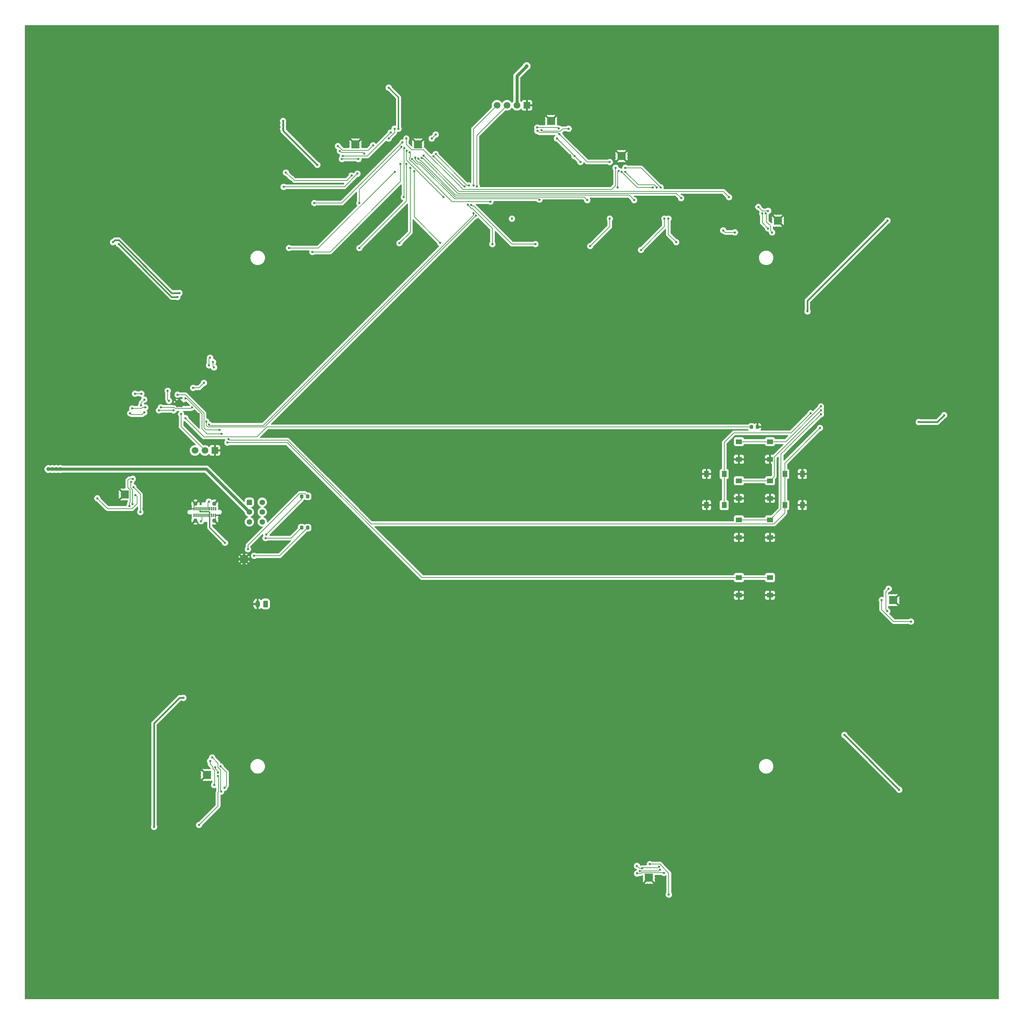
<source format=gbr>
%TF.GenerationSoftware,KiCad,Pcbnew,9.0.6*%
%TF.CreationDate,2025-12-09T15:20:41-08:00*%
%TF.ProjectId,RocSync_testing,526f6353-796e-4635-9f74-657374696e67,rev?*%
%TF.SameCoordinates,Original*%
%TF.FileFunction,Copper,L2,Bot*%
%TF.FilePolarity,Positive*%
%FSLAX46Y46*%
G04 Gerber Fmt 4.6, Leading zero omitted, Abs format (unit mm)*
G04 Created by KiCad (PCBNEW 9.0.6) date 2025-12-09 15:20:41*
%MOMM*%
%LPD*%
G01*
G04 APERTURE LIST*
G04 Aperture macros list*
%AMRoundRect*
0 Rectangle with rounded corners*
0 $1 Rounding radius*
0 $2 $3 $4 $5 $6 $7 $8 $9 X,Y pos of 4 corners*
0 Add a 4 corners polygon primitive as box body*
4,1,4,$2,$3,$4,$5,$6,$7,$8,$9,$2,$3,0*
0 Add four circle primitives for the rounded corners*
1,1,$1+$1,$2,$3*
1,1,$1+$1,$4,$5*
1,1,$1+$1,$6,$7*
1,1,$1+$1,$8,$9*
0 Add four rect primitives between the rounded corners*
20,1,$1+$1,$2,$3,$4,$5,0*
20,1,$1+$1,$4,$5,$6,$7,0*
20,1,$1+$1,$6,$7,$8,$9,0*
20,1,$1+$1,$8,$9,$2,$3,0*%
G04 Aperture macros list end*
%TA.AperFunction,SMDPad,CuDef*%
%ADD10R,1.550000X1.300000*%
%TD*%
%TA.AperFunction,SMDPad,CuDef*%
%ADD11RoundRect,0.218750X0.218750X0.256250X-0.218750X0.256250X-0.218750X-0.256250X0.218750X-0.256250X0*%
%TD*%
%TA.AperFunction,SMDPad,CuDef*%
%ADD12R,1.300000X1.550000*%
%TD*%
%TA.AperFunction,ComponentPad*%
%ADD13C,1.700000*%
%TD*%
%TA.AperFunction,ComponentPad*%
%ADD14R,1.700000X1.700000*%
%TD*%
%TA.AperFunction,HeatsinkPad*%
%ADD15C,0.500000*%
%TD*%
%TA.AperFunction,HeatsinkPad*%
%ADD16R,1.650000X1.650000*%
%TD*%
%TA.AperFunction,HeatsinkPad*%
%ADD17R,2.100000X2.100000*%
%TD*%
%TA.AperFunction,HeatsinkPad*%
%ADD18R,1.680000X1.680000*%
%TD*%
%TA.AperFunction,ComponentPad*%
%ADD19RoundRect,0.250000X-0.450000X0.450000X-0.450000X-0.450000X0.450000X-0.450000X0.450000X0.450000X0*%
%TD*%
%TA.AperFunction,ComponentPad*%
%ADD20C,1.400000*%
%TD*%
%TA.AperFunction,ComponentPad*%
%ADD21RoundRect,0.250000X0.350000X0.625000X-0.350000X0.625000X-0.350000X-0.625000X0.350000X-0.625000X0*%
%TD*%
%TA.AperFunction,ComponentPad*%
%ADD22O,1.200000X1.750000*%
%TD*%
%TA.AperFunction,SMDPad,CuDef*%
%ADD23R,0.300000X0.850000*%
%TD*%
%TA.AperFunction,HeatsinkPad*%
%ADD24C,1.100000*%
%TD*%
%TA.AperFunction,ViaPad*%
%ADD25C,0.600000*%
%TD*%
%TA.AperFunction,ViaPad*%
%ADD26C,1.000000*%
%TD*%
%TA.AperFunction,Conductor*%
%ADD27C,0.200000*%
%TD*%
%TA.AperFunction,Conductor*%
%ADD28C,0.400000*%
%TD*%
%TA.AperFunction,Conductor*%
%ADD29C,0.800000*%
%TD*%
%TA.AperFunction,Conductor*%
%ADD30C,0.300000*%
%TD*%
%TA.AperFunction,Conductor*%
%ADD31C,0.000000*%
%TD*%
G04 APERTURE END LIST*
D10*
%TO.P,SW3,2,2*%
%TO.N,GND*%
X183025000Y-111500000D03*
X190975000Y-111500000D03*
%TO.P,SW3,1,1*%
%TO.N,Net-(R21-Pad1)*%
X183025000Y-107000000D03*
X190975000Y-107000000D03*
%TD*%
D11*
%TO.P,D277,2,A*%
%TO.N,Net-(D277-A)*%
X186212500Y-103250000D03*
%TO.P,D277,1,K*%
%TO.N,GND*%
X187787500Y-103250000D03*
%TD*%
D12*
%TO.P,SW6,2,2*%
%TO.N,GND*%
X174750000Y-115275000D03*
X174750000Y-123225000D03*
%TO.P,SW6,1,1*%
%TO.N,Net-(R23-Pad2)*%
X179250000Y-115275000D03*
X179250000Y-123225000D03*
%TD*%
D10*
%TO.P,SW2,2,2*%
%TO.N,GND*%
X183025000Y-146250000D03*
X190975000Y-146250000D03*
%TO.P,SW2,1,1*%
%TO.N,Net-(U2-PD7)*%
X183025000Y-141750000D03*
X190975000Y-141750000D03*
%TD*%
%TO.P,SW5,2,2*%
%TO.N,GND*%
X183025000Y-131500000D03*
X190975000Y-131500000D03*
%TO.P,SW5,1,1*%
%TO.N,Net-(R22-Pad2)*%
X183025000Y-127000000D03*
X190975000Y-127000000D03*
%TD*%
%TO.P,SW4,2,2*%
%TO.N,GND*%
X183025000Y-121500000D03*
X190975000Y-121500000D03*
%TO.P,SW4,1,1*%
%TO.N,Net-(R21-Pad2)*%
X183025000Y-117000000D03*
X190975000Y-117000000D03*
%TD*%
D13*
%TO.P,J3,3,Pin_3*%
%TO.N,VCC*%
X43960000Y-109250000D03*
%TO.P,J3,2,Pin_2*%
%TO.N,/SWDIO*%
X46500000Y-109250000D03*
D14*
%TO.P,J3,1,Pin_1*%
%TO.N,GND*%
X49040000Y-109250000D03*
%TD*%
D15*
%TO.P,U2,21,VSS*%
%TO.N,GND*%
X39350000Y-97975000D03*
X40500000Y-97975000D03*
D16*
X39925000Y-97400000D03*
D15*
X39350000Y-96825000D03*
X40500000Y-96825000D03*
%TD*%
D14*
%TO.P,J4,1,Pin_1*%
%TO.N,GND*%
X128810000Y-21000000D03*
D13*
%TO.P,J4,2,Pin_2*%
%TO.N,VCC*%
X126270000Y-21000000D03*
%TO.P,J4,3,Pin_3*%
%TO.N,/SCL*%
X123730000Y-21000000D03*
%TO.P,J4,4,Pin_4*%
%TO.N,/SDA*%
X121190000Y-21000000D03*
%TD*%
D15*
%TO.P,U8,25,PowerPAD*%
%TO.N,GND*%
X192200000Y-51300000D03*
X193000000Y-51300000D03*
X193800000Y-51300000D03*
X192200000Y-50500000D03*
X193000000Y-50500000D03*
D17*
X193000000Y-50500000D03*
D15*
X193800000Y-50500000D03*
X192200000Y-49700000D03*
X193000000Y-49700000D03*
X193800000Y-49700000D03*
%TD*%
%TO.P,U4,25,PowerPAD*%
%TO.N,GND*%
X26800000Y-119700000D03*
X26000000Y-119700000D03*
X25200000Y-119700000D03*
X26800000Y-120500000D03*
X26000000Y-120500000D03*
D17*
X26000000Y-120500000D03*
D15*
X25200000Y-120500000D03*
X26800000Y-121300000D03*
X26000000Y-121300000D03*
X25200000Y-121300000D03*
%TD*%
%TO.P,U3,25,PowerPAD*%
%TO.N,GND*%
X85800000Y-31800000D03*
X85800000Y-31000000D03*
X85800000Y-30200000D03*
X85000000Y-31800000D03*
X85000000Y-31000000D03*
D17*
X85000000Y-31000000D03*
D15*
X85000000Y-30200000D03*
X84200000Y-31800000D03*
X84200000Y-31000000D03*
X84200000Y-30200000D03*
%TD*%
%TO.P,U9,25,PowerPAD*%
%TO.N,GND*%
X135800000Y-25800000D03*
X135800000Y-25000000D03*
X135800000Y-24200000D03*
X135000000Y-25800000D03*
X135000000Y-25000000D03*
D17*
X135000000Y-25000000D03*
D15*
X135000000Y-24200000D03*
X134200000Y-25800000D03*
X134200000Y-25000000D03*
X134200000Y-24200000D03*
%TD*%
%TO.P,U1,17,VSS*%
%TO.N,GND*%
X55910000Y-137590000D03*
X57090000Y-137590000D03*
D18*
X56500000Y-137000000D03*
D15*
X55910000Y-136410000D03*
X57090000Y-136410000D03*
%TD*%
%TO.P,U6,25,PowerPAD*%
%TO.N,GND*%
X159200000Y-217700000D03*
X159200000Y-218500000D03*
X159200000Y-219300000D03*
X160000000Y-217700000D03*
X160000000Y-218500000D03*
D17*
X160000000Y-218500000D03*
D15*
X160000000Y-219300000D03*
X160800000Y-217700000D03*
X160800000Y-218500000D03*
X160800000Y-219300000D03*
%TD*%
%TO.P,U7,25,PowerPAD*%
%TO.N,GND*%
X221700000Y-148300000D03*
X222500000Y-148300000D03*
X223300000Y-148300000D03*
X221700000Y-147500000D03*
X222500000Y-147500000D03*
D17*
X222500000Y-147500000D03*
D15*
X223300000Y-147500000D03*
X221700000Y-146700000D03*
X222500000Y-146700000D03*
X223300000Y-146700000D03*
%TD*%
%TO.P,U18,25,PowerPAD*%
%TO.N,GND*%
X100200000Y-30200000D03*
X100200000Y-31000000D03*
X100200000Y-31800000D03*
X101000000Y-30200000D03*
X101000000Y-31000000D03*
D17*
X101000000Y-31000000D03*
D15*
X101000000Y-31800000D03*
X101800000Y-30200000D03*
X101800000Y-31000000D03*
X101800000Y-31800000D03*
%TD*%
%TO.P,U26,25,PowerPAD*%
%TO.N,GND*%
X152200000Y-34800000D03*
X153000000Y-34800000D03*
X153800000Y-34800000D03*
X152200000Y-34000000D03*
X153000000Y-34000000D03*
D17*
X153000000Y-34000000D03*
D15*
X153800000Y-34000000D03*
X152200000Y-33200000D03*
X153000000Y-33200000D03*
X153800000Y-33200000D03*
%TD*%
%TO.P,U5,25,PowerPAD*%
%TO.N,GND*%
X47800000Y-191400000D03*
X47000000Y-191400000D03*
X46200000Y-191400000D03*
X47800000Y-192200000D03*
X47000000Y-192200000D03*
D17*
X47000000Y-192200000D03*
D15*
X46200000Y-192200000D03*
X47800000Y-193000000D03*
X47000000Y-193000000D03*
X46200000Y-193000000D03*
%TD*%
D19*
%TO.P,SW1,1,A*%
%TO.N,Net-(SW1-A)*%
X57857500Y-122500000D03*
D20*
%TO.P,SW1,2,B*%
%TO.N,VCC*%
X57857500Y-125000000D03*
%TO.P,SW1,3*%
%TO.N,N/C*%
X57857500Y-127500000D03*
%TO.P,SW1,4*%
X61157500Y-127500000D03*
%TO.P,SW1,5*%
X61157500Y-125000000D03*
%TO.P,SW1,6*%
X61157500Y-122500000D03*
%TD*%
D12*
%TO.P,SW7,1,1*%
%TO.N,/BTN_LADDER*%
X194750000Y-115275000D03*
X194750000Y-123225000D03*
%TO.P,SW7,2,2*%
%TO.N,GND*%
X199250000Y-115275000D03*
X199250000Y-123225000D03*
%TD*%
D21*
%TO.P,J2,1,Pin_1*%
%TO.N,+BATT*%
X62000000Y-148500000D03*
D22*
%TO.P,J2,2,Pin_2*%
%TO.N,GND*%
X60000000Y-148500000D03*
%TD*%
D23*
%TO.P,J1,A1*%
%TO.N,N/C*%
X49250000Y-124165000D03*
%TO.P,J1,A2*%
X48750000Y-124165000D03*
%TO.P,J1,A3*%
X48250000Y-124165000D03*
%TO.P,J1,A4*%
X47750000Y-124165000D03*
%TO.P,J1,A5,CC1*%
%TO.N,Net-(J1-CC1)*%
X47250000Y-124165000D03*
%TO.P,J1,A6*%
%TO.N,N/C*%
X46750000Y-124165000D03*
%TO.P,J1,A7*%
X46250000Y-124165000D03*
%TO.P,J1,A8*%
X45750000Y-124165000D03*
%TO.P,J1,A9,VBUS*%
%TO.N,VBUS*%
X45250000Y-124165000D03*
%TO.P,J1,A10*%
%TO.N,N/C*%
X44750000Y-124165000D03*
%TO.P,J1,A11*%
X44250000Y-124165000D03*
%TO.P,J1,A12,GND*%
%TO.N,GND*%
X43750000Y-124165000D03*
%TO.P,J1,B1*%
%TO.N,N/C*%
X43750000Y-125835000D03*
%TO.P,J1,B2*%
X44250000Y-125835000D03*
%TO.P,J1,B3*%
X44750000Y-125835000D03*
%TO.P,J1,B4*%
X45250000Y-125835000D03*
%TO.P,J1,B5,CC2*%
%TO.N,Net-(J1-CC2)*%
X45750000Y-125835000D03*
%TO.P,J1,B6*%
%TO.N,N/C*%
X46250000Y-125835000D03*
%TO.P,J1,B7*%
X46750000Y-125835000D03*
%TO.P,J1,B8*%
X47250000Y-125835000D03*
%TO.P,J1,B9,VBUS*%
%TO.N,VBUS*%
X47750000Y-125835000D03*
%TO.P,J1,B10*%
%TO.N,N/C*%
X48250000Y-125835000D03*
%TO.P,J1,B11*%
X48750000Y-125835000D03*
%TO.P,J1,B12,GND*%
%TO.N,GND*%
X49250000Y-125835000D03*
D24*
%TO.P,J1,S1,SHIELD*%
X48900000Y-127150000D03*
X48900000Y-122850000D03*
X44100000Y-127150000D03*
X44100000Y-122850000D03*
%TD*%
D11*
%TO.P,D276,1,K*%
%TO.N,Net-(D276-K)*%
X72787500Y-121000000D03*
%TO.P,D276,2,A*%
%TO.N,Net-(D276-A)*%
X71212500Y-121000000D03*
%TD*%
%TO.P,D275,1,K*%
%TO.N,Net-(D275-K)*%
X72787500Y-129000000D03*
%TO.P,D275,2,A*%
%TO.N,Net-(D275-A)*%
X71212500Y-129000000D03*
%TD*%
D25*
%TO.N,GND*%
X56250000Y-196250000D03*
X54500000Y-193000000D03*
%TO.N,Net-(U2-PD7)*%
X50750000Y-105000000D03*
X52250000Y-107250000D03*
%TO.N,/BTN_LADDER*%
X50250000Y-104000000D03*
X52500000Y-106400000D03*
%TO.N,Net-(D277-A)*%
X41500000Y-101000000D03*
%TO.N,/BTN_LADDER*%
X203750000Y-103500000D03*
%TO.N,GND*%
X191250000Y-135500000D03*
X204250000Y-117500000D03*
X196250000Y-128250000D03*
X190750000Y-114000000D03*
X187000000Y-113500000D03*
X190500000Y-124000000D03*
X187000000Y-123750000D03*
%TO.N,Net-(R23-Pad2)*%
X201375000Y-99750000D03*
%TO.N,GND*%
X218250000Y-144000000D03*
X214750000Y-148250000D03*
%TO.N,VCC*%
X229000000Y-102000000D03*
X235500000Y-100250000D03*
%TO.N,/SCL*%
X115750000Y-49250000D03*
X116000000Y-41750000D03*
%TO.N,/SDA*%
X115165380Y-48584620D03*
X115193617Y-41481206D03*
D26*
%TO.N,VCC*%
X128750000Y-11000000D03*
D25*
X46857500Y-114000000D03*
%TO.N,/SDA*%
X47500000Y-102600000D03*
%TO.N,/SCL*%
X46868260Y-101850000D03*
%TO.N,Net-(U2-PD7)*%
X41564242Y-95983482D03*
%TO.N,VCC*%
X141000000Y-34000000D03*
X136500000Y-29500000D03*
X142500000Y-35500000D03*
%TO.N,GND*%
X78250000Y-37500000D03*
X81750000Y-36000000D03*
X83000000Y-37250000D03*
X35000000Y-95500000D03*
X43000000Y-94250000D03*
X35250000Y-92000000D03*
X31250000Y-92250000D03*
X34500000Y-101500000D03*
X32000000Y-101500000D03*
X44932537Y-99917463D03*
X47250000Y-96750000D03*
X41000000Y-89500000D03*
X45500000Y-86500000D03*
%TO.N,VCC*%
X30200000Y-97727959D03*
X31000001Y-96249999D03*
X30250000Y-114000000D03*
%TO.N,/RING_LATCH*%
X34750000Y-99000000D03*
X31000000Y-99536071D03*
X27400000Y-99750000D03*
X38500000Y-99000000D03*
%TO.N,Net-(U16-VOUT)*%
X43500000Y-93250000D03*
X46250000Y-92000000D03*
%TO.N,/RING_BLANK*%
X43257537Y-98242463D03*
%TO.N,/RING_DATA*%
X48832456Y-88016074D03*
X48586033Y-86651720D03*
%TO.N,/COUNTER_DATA*%
X47832467Y-85566808D03*
X47570379Y-87510381D03*
%TO.N,/RING_BLANK*%
X35250000Y-98250000D03*
X31250000Y-98250000D03*
X27900000Y-98500000D03*
%TO.N,GND*%
X30750000Y-124250000D03*
X30000000Y-119000000D03*
%TO.N,/BTN_LADDER*%
X39500000Y-95000000D03*
%TO.N,/CORNER_PWM*%
X37323845Y-96575395D03*
X37000000Y-94000000D03*
%TO.N,/CLK*%
X28650000Y-94750000D03*
X30250000Y-94750000D03*
%TO.N,*%
X125000000Y-50000000D03*
%TO.N,GND*%
X22500000Y-201500000D03*
X47925000Y-91400000D03*
X87500000Y-207500000D03*
X76500000Y-61500000D03*
X112000000Y-61000000D03*
X47000000Y-179500000D03*
X38175000Y-92900000D03*
X209000000Y-235500000D03*
X27000000Y-219000000D03*
X191000000Y-91500000D03*
X100000000Y-60500000D03*
X235000000Y-192000000D03*
X10000000Y-185500000D03*
X25500000Y-28500000D03*
X11000000Y-222000000D03*
X171500000Y-41500000D03*
X159000000Y-214000000D03*
X206500000Y-17000000D03*
X56000000Y-72500000D03*
X40000000Y-235000000D03*
X158000000Y-24000000D03*
X13000000Y-61500000D03*
X143951330Y-31830000D03*
X150500000Y-24000000D03*
X50000000Y-163500000D03*
X7100000Y-12469669D03*
X199500000Y-186500000D03*
X244000000Y-228500000D03*
X6000000Y-75000000D03*
X35000000Y-159000000D03*
X6500000Y-167000000D03*
X100000000Y-25000000D03*
X169250000Y-34750000D03*
X61000000Y-54000000D03*
X226500000Y-246000000D03*
X146341609Y-31830000D03*
X195500000Y-242000000D03*
X64500000Y-62000000D03*
X195500000Y-73500000D03*
X189000000Y-10500000D03*
X75000000Y-54000000D03*
X89500000Y-58000000D03*
X38000000Y-242500000D03*
X36500000Y-88250000D03*
X73000000Y-9000000D03*
X174000000Y-208000000D03*
X164500000Y-213500000D03*
X114000000Y-27500000D03*
X122000000Y-30000000D03*
X201000000Y-66000000D03*
X217000000Y-138000000D03*
X172000000Y-46000000D03*
X87500000Y-62000000D03*
X24000000Y-242000000D03*
X103500000Y-24000000D03*
X128000000Y-31000000D03*
X77000000Y-43000000D03*
X47925000Y-92400000D03*
X209000000Y-150500000D03*
X35000000Y-133000000D03*
X139865380Y-33784620D03*
X148500000Y-59500000D03*
X148000000Y-47000000D03*
X212000000Y-168500000D03*
X124500000Y-60000000D03*
X220500000Y-216000000D03*
X59500000Y-242500000D03*
X244500000Y-170500000D03*
D26*
X52000000Y-113000000D03*
D25*
X10000000Y-37000000D03*
X77000000Y-48500000D03*
X54450000Y-66500000D03*
X60425000Y-91900000D03*
X163500000Y-32000000D03*
X13500000Y-25000000D03*
X44000000Y-222500000D03*
X35000000Y-212500000D03*
X175500000Y-48500000D03*
X174000000Y-41500000D03*
X210500000Y-75000000D03*
X37000000Y-172500000D03*
X62000000Y-82500000D03*
X136500000Y-58000000D03*
X172000000Y-5000000D03*
X42308313Y-17691685D03*
X15000000Y-210000000D03*
X55425000Y-90400000D03*
X170000000Y-213000000D03*
X207000000Y-81000000D03*
X74000000Y-44000000D03*
X213500000Y-175500000D03*
X29000000Y-38000000D03*
X23500000Y-44000000D03*
X101000000Y-57000000D03*
X112000000Y-56000000D03*
X66000000Y-48500000D03*
%TO.N,VCC*%
X182000000Y-53500000D03*
D26*
X7500000Y-114000000D03*
D25*
X66500000Y-26000000D03*
X75250000Y-36250000D03*
D26*
X6500000Y-114000000D03*
X9500000Y-114000000D03*
D25*
X49870004Y-192449272D03*
D26*
X8500000Y-114000000D03*
D25*
X45000000Y-205000000D03*
X66500000Y-27000000D03*
X227000000Y-153000000D03*
X66500000Y-25000000D03*
X160250000Y-215000000D03*
X96000000Y-27000000D03*
X28763119Y-120650000D03*
X93500000Y-16500000D03*
X179000000Y-53000000D03*
X219500000Y-147500000D03*
X165100000Y-222800002D03*
X19000000Y-121500000D03*
%TO.N,/CLK*%
X51500000Y-195500000D03*
X156959620Y-215459620D03*
X131490412Y-27571173D03*
X150000000Y-35500000D03*
X30000000Y-125000000D03*
X87290689Y-33350000D03*
X162595312Y-215639051D03*
X190497248Y-52500000D03*
X158287500Y-216100000D03*
X189000000Y-48650000D03*
X81000000Y-32700000D03*
X50500000Y-190000000D03*
X28204909Y-118651026D03*
X137150000Y-28350000D03*
%TO.N,/RING_LATCH*%
X89500000Y-31250000D03*
X162850000Y-216450000D03*
X157699994Y-216750000D03*
X136979424Y-26957169D03*
X50650000Y-196479248D03*
X191500000Y-53500000D03*
X48357064Y-187735407D03*
X27640633Y-117272008D03*
X27946093Y-122965037D03*
X189898957Y-48601043D03*
X80487511Y-31447231D03*
X131474145Y-26721326D03*
%TO.N,/RING_BLANK*%
X47840270Y-188647484D03*
X221315870Y-144603370D03*
X93500000Y-29500000D03*
X220950000Y-150330760D03*
X67209620Y-38209620D03*
X27250000Y-123452847D03*
X157000000Y-217400000D03*
X95000000Y-27000000D03*
X132576178Y-27350000D03*
X84000000Y-39000000D03*
X163850002Y-217249998D03*
X28050000Y-116500000D03*
X139500000Y-27000000D03*
X48879279Y-194778112D03*
%TO.N,/RING_DATA*%
X85750000Y-34750000D03*
X81500000Y-34750000D03*
%TO.N,/COUNTER_LATCH*%
X85500000Y-38500000D03*
X98000000Y-29500000D03*
X151500000Y-37000000D03*
X66636203Y-41863799D03*
%TO.N,/COUNTER_DATA*%
X94000000Y-28000000D03*
X81768794Y-33943617D03*
%TO.N,/COUNTER_BLANK*%
X105500000Y-28500000D03*
X104500000Y-29500000D03*
X68000000Y-57500000D03*
X95000000Y-38000000D03*
%TO.N,/SWDIO*%
X40425000Y-99950000D03*
%TO.N,/Ring LEDs 17-32/DOUT*%
X49831743Y-191600131D03*
X49173664Y-190300818D03*
%TO.N,VBUS*%
X51643750Y-132856250D03*
%TO.N,/Ring LEDs 81-96/DOUT*%
X190500000Y-48000000D03*
X188000000Y-47000000D03*
%TO.N,Net-(D233-K)*%
X96250001Y-56250001D03*
X99000000Y-37000000D03*
%TO.N,Net-(D234-K)*%
X106665380Y-56165380D03*
X100000000Y-37850000D03*
%TO.N,Net-(D235-K)*%
X112865380Y-41784620D03*
X104906034Y-34054499D03*
X113753847Y-46419187D03*
X120000000Y-56500000D03*
%TO.N,Net-(D236-K)*%
X114000000Y-41500000D03*
X131000000Y-56500000D03*
X105500000Y-33500000D03*
X114600000Y-46500000D03*
%TO.N,Net-(D237-K)*%
X150000000Y-50000000D03*
X152250001Y-37749999D03*
X152000000Y-42000000D03*
X145000000Y-57000000D03*
%TO.N,Net-(D238-K)*%
X153056384Y-38018795D03*
X164000000Y-50000000D03*
X161000000Y-42000000D03*
X158000000Y-58000000D03*
%TO.N,Net-(D211-K)*%
X97000000Y-30500000D03*
X74500000Y-46000000D03*
%TO.N,Net-(D239-K)*%
X165000000Y-50000000D03*
X167000000Y-56000000D03*
X162000000Y-42000000D03*
X154000000Y-38000000D03*
%TO.N,Net-(R21-Pad1)*%
X204000000Y-98000000D03*
%TO.N,Net-(D212-K)*%
X86000000Y-46000000D03*
X96748957Y-31629718D03*
%TO.N,Net-(D240-K)*%
X154000000Y-37000000D03*
X163000000Y-42000000D03*
%TO.N,Net-(D213-K)*%
X97350000Y-44500000D03*
X97534256Y-31955000D03*
%TO.N,Net-(D214-K)*%
X107500000Y-44500000D03*
X98086474Y-32601189D03*
%TO.N,Net-(D215-K)*%
X98850082Y-33010337D03*
X119500000Y-45650000D03*
%TO.N,Net-(D216-K)*%
X132000000Y-45150000D03*
X99471497Y-34699595D03*
%TO.N,Net-(D217-K)*%
X144249999Y-45250001D03*
X100272146Y-34414176D03*
%TO.N,Net-(D218-K)*%
X101053725Y-34687752D03*
X156249999Y-45250001D03*
%TO.N,Net-(D219-K)*%
X168250000Y-44750000D03*
X101870868Y-34514248D03*
%TO.N,Net-(R21-Pad2)*%
X204000000Y-99000000D03*
%TO.N,Net-(D220-K)*%
X102406034Y-33913205D03*
X180500000Y-44500000D03*
%TO.N,Net-(D231-K)*%
X74000000Y-58500000D03*
X96500000Y-36000000D03*
%TO.N,Net-(D232-K)*%
X86000000Y-57500000D03*
X98000000Y-36000000D03*
%TO.N,Net-(D266-K)*%
X39500000Y-70000000D03*
X24500000Y-56500000D03*
%TO.N,Net-(D268-K)*%
X221000000Y-50500000D03*
X200550000Y-73700000D03*
%TO.N,Net-(D270-K)*%
X210000000Y-182000000D03*
X224000000Y-196000000D03*
%TO.N,Net-(D272-K)*%
X41000000Y-172500000D03*
X33500000Y-205500000D03*
%TO.N,Net-(D274-K)*%
X23000000Y-56000000D03*
X40000000Y-69000000D03*
%TO.N,Net-(D275-K)*%
X59093143Y-136197714D03*
%TO.N,Net-(D275-A)*%
X62007113Y-131644034D03*
%TO.N,Net-(D276-A)*%
X62209620Y-130709620D03*
%TO.N,Net-(D276-K)*%
X57500000Y-134500000D03*
%TO.N,Net-(R22-Pad2)*%
X204000000Y-100000000D03*
%TO.N,Net-(J1-CC2)*%
X45499988Y-127335012D03*
%TO.N,Net-(J1-CC1)*%
X47500000Y-122335000D03*
%TD*%
D27*
%TO.N,/BTN_LADDER*%
X67625000Y-106625000D02*
X52725000Y-106625000D01*
X52725000Y-106625000D02*
X52500000Y-106400000D01*
X194750000Y-123225000D02*
X194750000Y-125252000D01*
X52650000Y-106250000D02*
X52500000Y-106400000D01*
X194750000Y-125252000D02*
X192002000Y-128000000D01*
X192002000Y-128000000D02*
X89000000Y-128000000D01*
X89000000Y-128000000D02*
X67625000Y-106625000D01*
%TO.N,Net-(U2-PD7)*%
X183025000Y-141750000D02*
X102000000Y-141750000D01*
X102000000Y-141750000D02*
X67500000Y-107250000D01*
X67500000Y-107250000D02*
X52250000Y-107250000D01*
X46501414Y-104500000D02*
X47001414Y-105000000D01*
X47001414Y-105000000D02*
X50750000Y-105000000D01*
%TO.N,Net-(D277-A)*%
X186212500Y-103250000D02*
X62317100Y-103250000D01*
X62317100Y-103250000D02*
X59817100Y-105750000D01*
X59817100Y-105750000D02*
X46250000Y-105750000D01*
X46250000Y-105750000D02*
X41500000Y-101000000D01*
%TO.N,/BTN_LADDER*%
X46750000Y-104000000D02*
X50250000Y-104000000D01*
%TO.N,/SCL*%
X115750000Y-49250000D02*
X61750000Y-103250000D01*
X46850000Y-102049569D02*
X46868260Y-102031309D01*
X47250000Y-103250000D02*
X46868260Y-102868260D01*
X46868260Y-102868260D02*
X46868260Y-101850000D01*
X61750000Y-103250000D02*
X47250000Y-103250000D01*
X46868260Y-102031309D02*
X46868260Y-101850000D01*
%TO.N,/SWDIO*%
X46500000Y-109250000D02*
X40425000Y-103175000D01*
X40425000Y-103175000D02*
X40425000Y-99950000D01*
%TO.N,Net-(U2-PD7)*%
X190975000Y-141750000D02*
X183025000Y-141750000D01*
%TO.N,/BTN_LADDER*%
X194750000Y-115275000D02*
X194750000Y-123225000D01*
%TO.N,Net-(R22-Pad2)*%
X204000000Y-100000000D02*
X200900000Y-103100000D01*
X193799000Y-124176000D02*
X190975000Y-127000000D01*
X200900000Y-103100000D02*
X200834314Y-103100000D01*
X200834314Y-103100000D02*
X194850000Y-109084314D01*
X193799000Y-110201000D02*
X193799000Y-124176000D01*
X194850000Y-109084314D02*
X194850000Y-109150000D01*
X194850000Y-109150000D02*
X193799000Y-110201000D01*
%TO.N,/BTN_LADDER*%
X203750000Y-103500000D02*
X194750000Y-112500000D01*
X194750000Y-112500000D02*
X194750000Y-115275000D01*
%TO.N,Net-(R23-Pad2)*%
X179250000Y-115275000D02*
X179250000Y-107250000D01*
X179250000Y-107250000D02*
X181750000Y-104750000D01*
X181750000Y-104750000D02*
X196375000Y-104750000D01*
X196375000Y-104750000D02*
X201375000Y-99750000D01*
%TO.N,Net-(R21-Pad1)*%
X183025000Y-107000000D02*
X190975000Y-107000000D01*
%TO.N,Net-(R23-Pad2)*%
X179250000Y-123225000D02*
X179250000Y-115275000D01*
%TO.N,Net-(R22-Pad2)*%
X183025000Y-127000000D02*
X190975000Y-127000000D01*
%TO.N,Net-(R21-Pad2)*%
X190975000Y-117000000D02*
X183025000Y-117000000D01*
X204000000Y-99000000D02*
X192051000Y-110949000D01*
X192051000Y-110949000D02*
X192051000Y-115924000D01*
X192051000Y-115924000D02*
X190975000Y-117000000D01*
%TO.N,Net-(R21-Pad1)*%
X190975000Y-107000000D02*
X195000000Y-107000000D01*
X195000000Y-107000000D02*
X204000000Y-98000000D01*
D28*
%TO.N,VCC*%
X233750000Y-102000000D02*
X229000000Y-102000000D01*
X235500000Y-100250000D02*
X233750000Y-102000000D01*
D27*
%TO.N,/SDA*%
X47500000Y-102600000D02*
X47750000Y-102850000D01*
X47750000Y-102850000D02*
X61400000Y-102850000D01*
X61400000Y-102850000D02*
X115165380Y-49084620D01*
X115165380Y-49084620D02*
X115165380Y-48584620D01*
%TO.N,/SCL*%
X123730000Y-21000000D02*
X116000000Y-28730000D01*
%TO.N,/SDA*%
X115193617Y-26996383D02*
X115193617Y-41481206D01*
%TO.N,/SCL*%
X116000000Y-28730000D02*
X116000000Y-41750000D01*
%TO.N,/SDA*%
X121190000Y-21000000D02*
X115193617Y-26996383D01*
%TO.N,Net-(D235-K)*%
X120000000Y-56500000D02*
X120000000Y-52500000D01*
X120000000Y-52500000D02*
X114919720Y-47419720D01*
X114919720Y-47419720D02*
X114669720Y-47419720D01*
X114669720Y-47419720D02*
X113753847Y-46503847D01*
X113753847Y-46503847D02*
X113753847Y-46419187D01*
%TO.N,Net-(D236-K)*%
X114869720Y-46769720D02*
X114600000Y-46500000D01*
X131000000Y-56500000D02*
X125000000Y-56500000D01*
X115269720Y-46769720D02*
X114869720Y-46769720D01*
X125000000Y-56500000D02*
X115269720Y-46769720D01*
%TO.N,Net-(D234-K)*%
X100000000Y-37850000D02*
X100000000Y-49500000D01*
X100000000Y-49500000D02*
X106665380Y-56165380D01*
D29*
%TO.N,VCC*%
X126270000Y-21000000D02*
X126270000Y-13480000D01*
X126270000Y-13480000D02*
X128750000Y-11000000D01*
D27*
%TO.N,/BTN_LADDER*%
X46750000Y-104000000D02*
X46250000Y-103500000D01*
X46250000Y-103500000D02*
X46250000Y-99750001D01*
X41499999Y-95000000D02*
X39500000Y-95000000D01*
%TO.N,Net-(U2-PD7)*%
X41689242Y-95858482D02*
X41564242Y-95983482D01*
%TO.N,/BTN_LADDER*%
X46250000Y-99750001D02*
X41499999Y-95000000D01*
%TO.N,Net-(U2-PD7)*%
X46501414Y-104500000D02*
X45750000Y-103748586D01*
X45750000Y-103748586D02*
X45750000Y-99815687D01*
X45750000Y-99815687D02*
X41792795Y-95858482D01*
X41792795Y-95858482D02*
X41689242Y-95858482D01*
%TO.N,/RING_BLANK*%
X35250000Y-98250000D02*
X38130761Y-98250000D01*
X42974000Y-98526000D02*
X43257537Y-98242463D01*
X38945239Y-98526000D02*
X42974000Y-98526000D01*
X38130761Y-98250000D02*
X38230761Y-98350000D01*
X38230761Y-98350000D02*
X38769239Y-98350000D01*
X38769239Y-98350000D02*
X38945239Y-98526000D01*
%TO.N,/CLK*%
X137858732Y-29141268D02*
X144217463Y-35500000D01*
X144217463Y-35500000D02*
X150000000Y-35500000D01*
%TO.N,VCC*%
X136500000Y-29500000D02*
X142500000Y-35500000D01*
X30200000Y-97050000D02*
X31000001Y-96249999D01*
X30200000Y-97727959D02*
X30200000Y-97050000D01*
%TO.N,/RING_LATCH*%
X27745481Y-100095481D02*
X30440590Y-100095481D01*
X30440590Y-100095481D02*
X31000000Y-99536071D01*
X27400000Y-99750000D02*
X27745481Y-100095481D01*
%TO.N,/RING_BLANK*%
X30263929Y-98500000D02*
X30513929Y-98250000D01*
X30513929Y-98250000D02*
X31250000Y-98250000D01*
X27900000Y-98500000D02*
X30263929Y-98500000D01*
%TO.N,/CORNER_PWM*%
X37000000Y-94000000D02*
X37000000Y-96251550D01*
D29*
%TO.N,VCC*%
X30250000Y-114000000D02*
X9500000Y-114000000D01*
D27*
%TO.N,/CORNER_PWM*%
X37000000Y-96251550D02*
X37323845Y-96575395D01*
%TO.N,/RING_LATCH*%
X38500000Y-99000000D02*
X34750000Y-99000000D01*
%TO.N,/RING_BLANK*%
X27151471Y-116500000D02*
X28050000Y-116500000D01*
X27250000Y-123452847D02*
X27250000Y-122680761D01*
X27375000Y-122555761D02*
X27375000Y-119306042D01*
X27375000Y-119306042D02*
X26798957Y-118729999D01*
X27250000Y-122680761D02*
X27375000Y-122555761D01*
X26798957Y-118729999D02*
X26798957Y-116852514D01*
X26798957Y-116852514D02*
X27151471Y-116500000D01*
%TO.N,/CLK*%
X28650000Y-94750000D02*
X30250000Y-94750000D01*
%TO.N,Net-(U16-VOUT)*%
X46250000Y-92000000D02*
X45000000Y-93250000D01*
X45000000Y-93250000D02*
X43500000Y-93250000D01*
%TO.N,/RING_DATA*%
X48586033Y-87769651D02*
X48832456Y-88016074D01*
X48586033Y-86651720D02*
X48586033Y-87769651D01*
%TO.N,/COUNTER_DATA*%
X47570379Y-85828896D02*
X47832467Y-85566808D01*
X47570379Y-87510381D02*
X47570379Y-85828896D01*
%TO.N,Net-(D276-K)*%
X72787500Y-121000000D02*
X72011500Y-120224000D01*
X57500000Y-133496400D02*
X57500000Y-134500000D01*
X72011500Y-120224000D02*
X70772400Y-120224000D01*
X70772400Y-120224000D02*
X57500000Y-133496400D01*
%TO.N,Net-(D275-K)*%
X72787500Y-129000000D02*
X65589786Y-136197714D01*
X65589786Y-136197714D02*
X59093143Y-136197714D01*
%TO.N,Net-(D275-A)*%
X71212500Y-129000000D02*
X68568466Y-131644034D01*
X68568466Y-131644034D02*
X62007113Y-131644034D01*
%TO.N,Net-(D276-A)*%
X71212500Y-121000000D02*
X71212500Y-121706740D01*
X71212500Y-121706740D02*
X62209620Y-130709620D01*
D30*
%TO.N,VBUS*%
X47750000Y-125835000D02*
X47750000Y-128962500D01*
X47750000Y-128962500D02*
X51643750Y-132856250D01*
D27*
%TO.N,VCC*%
X163245312Y-215369812D02*
X163245312Y-215464084D01*
X219500000Y-147500000D02*
X219500000Y-149929289D01*
X160260949Y-214989051D02*
X162864551Y-214989051D01*
X163245312Y-215464084D02*
X165100000Y-217318772D01*
D29*
X9500000Y-114000000D02*
X8500000Y-114000000D01*
D27*
X21602847Y-124102847D02*
X19000000Y-121500000D01*
X219500000Y-149929289D02*
X222570711Y-153000000D01*
X27897153Y-124102847D02*
X21602847Y-124102847D01*
D28*
X66500000Y-27000000D02*
X66500000Y-26000000D01*
X66500000Y-26000000D02*
X66500000Y-25000000D01*
D27*
X50000000Y-196572411D02*
X50000000Y-192579268D01*
X160250000Y-215000000D02*
X160260949Y-214989051D01*
X50000000Y-192579268D02*
X49870004Y-192449272D01*
D29*
X57857500Y-125000000D02*
X46857500Y-114000000D01*
D27*
X49866966Y-200133034D02*
X49866966Y-196705445D01*
D29*
X7500000Y-114000000D02*
X6500000Y-114000000D01*
D27*
X165100000Y-217318772D02*
X165100000Y-222800002D01*
X179500000Y-53500000D02*
X179000000Y-53000000D01*
D28*
X66500000Y-27500000D02*
X66500000Y-27000000D01*
D30*
X96000000Y-27000000D02*
X96000000Y-19000000D01*
D27*
X182000000Y-53500000D02*
X179500000Y-53500000D01*
X29158792Y-122841208D02*
X27897153Y-124102847D01*
X162864551Y-214989051D02*
X163245312Y-215369812D01*
D28*
X75250000Y-36250000D02*
X66500000Y-27500000D01*
D29*
X8500000Y-114000000D02*
X7500000Y-114000000D01*
X46857500Y-114000000D02*
X30250000Y-114000000D01*
D27*
X49866966Y-196705445D02*
X50000000Y-196572411D01*
D30*
X96000000Y-19000000D02*
X93500000Y-16500000D01*
D27*
X222570711Y-153000000D02*
X227000000Y-153000000D01*
X28763119Y-120650000D02*
X29158792Y-121045673D01*
X29158792Y-121045673D02*
X29158792Y-122841208D01*
X45000000Y-205000000D02*
X49866966Y-200133034D01*
%TO.N,/CLK*%
X137858732Y-29141268D02*
X136717464Y-28000000D01*
X158287500Y-216100000D02*
X157600000Y-216100000D01*
X81000000Y-32700000D02*
X81300000Y-33000000D01*
X158481250Y-215906250D02*
X158287500Y-216100000D01*
X189000000Y-51002752D02*
X190497248Y-52500000D01*
X132000000Y-28000000D02*
X131571173Y-27571173D01*
X86940689Y-33000000D02*
X87290689Y-33350000D01*
X81300000Y-33000000D02*
X86940689Y-33000000D01*
X52016849Y-194983151D02*
X51500000Y-195500000D01*
X162328113Y-215906250D02*
X158481250Y-215906250D01*
X50500000Y-190000000D02*
X52016849Y-191516849D01*
X189000000Y-48650000D02*
X189000000Y-51002752D01*
X162595312Y-215639051D02*
X162328113Y-215906250D01*
X137858732Y-29141268D02*
X137150000Y-28432536D01*
X136717464Y-28000000D02*
X132000000Y-28000000D01*
X28204909Y-118651026D02*
X30000000Y-120446117D01*
X30000000Y-120446117D02*
X30000000Y-125000000D01*
X131571173Y-27571173D02*
X131490412Y-27571173D01*
X52016849Y-191516849D02*
X52016849Y-194983151D01*
X137150000Y-28432536D02*
X137150000Y-28350000D01*
X157600000Y-216100000D02*
X156959620Y-215459620D01*
%TO.N,/RING_LATCH*%
X27946093Y-119311449D02*
X27946093Y-122965037D01*
X48357064Y-187735407D02*
X49850000Y-189228343D01*
X191147248Y-53147248D02*
X191147248Y-51821991D01*
X80597231Y-31447231D02*
X80487511Y-31447231D01*
X89500000Y-31250000D02*
X88250000Y-32500000D01*
X191500000Y-53500000D02*
X191147248Y-53147248D01*
X50500000Y-190919239D02*
X50500000Y-196329248D01*
X50500000Y-196329248D02*
X50650000Y-196479248D01*
X190610469Y-51441230D02*
X190000000Y-50830761D01*
X190000000Y-50830761D02*
X190000000Y-48702086D01*
X88250000Y-32500000D02*
X81650000Y-32500000D01*
X190766487Y-51441230D02*
X190610469Y-51441230D01*
X49850000Y-189228343D02*
X49850000Y-190269239D01*
X136743581Y-26721326D02*
X136979424Y-26957169D01*
X27554909Y-118920265D02*
X27946093Y-119311449D01*
X81650000Y-32500000D02*
X80597231Y-31447231D01*
X191147248Y-51821991D02*
X190766487Y-51441230D01*
X49850000Y-190269239D02*
X50500000Y-190919239D01*
X162550000Y-216750000D02*
X157699994Y-216750000D01*
X131474145Y-26721326D02*
X136743581Y-26721326D01*
X190000000Y-48702086D02*
X189898957Y-48601043D01*
X162850000Y-216450000D02*
X162550000Y-216750000D01*
X27554909Y-117357732D02*
X27554909Y-118920265D01*
X27640633Y-117272008D02*
X27554909Y-117357732D01*
%TO.N,/RING_BLANK*%
X221315870Y-144603370D02*
X220590380Y-145328860D01*
X95000000Y-28000000D02*
X93500000Y-29500000D01*
X48523664Y-190142903D02*
X48523664Y-190570057D01*
X220590380Y-145328860D02*
X220590380Y-149971140D01*
X49000000Y-191046393D02*
X49000000Y-194657391D01*
X49000000Y-194657391D02*
X48879279Y-194778112D01*
X47840270Y-189459509D02*
X48523664Y-190142903D01*
X48523664Y-190570057D02*
X49000000Y-191046393D01*
X68769239Y-39600000D02*
X68600000Y-39600000D01*
X82750000Y-40250000D02*
X69419239Y-40250000D01*
X68600000Y-39600000D02*
X67209620Y-38209620D01*
X47840270Y-188647484D02*
X47840270Y-189459509D01*
X132826178Y-27600000D02*
X132576178Y-27350000D01*
X163750002Y-217149998D02*
X158219235Y-217149998D01*
X138000000Y-27000000D02*
X137400000Y-27600000D01*
X84000000Y-39000000D02*
X82750000Y-40250000D01*
X163850002Y-217249998D02*
X163750002Y-217149998D01*
X137400000Y-27600000D02*
X132826178Y-27600000D01*
X139500000Y-27000000D02*
X138000000Y-27000000D01*
X69419239Y-40250000D02*
X68769239Y-39600000D01*
X95000000Y-27000000D02*
X95000000Y-28000000D01*
X220590380Y-149971140D02*
X220950000Y-150330760D01*
X158219235Y-217149998D02*
X157969233Y-217400000D01*
X157969233Y-217400000D02*
X157000000Y-217400000D01*
%TO.N,/RING_DATA*%
X81500000Y-34750000D02*
X85750000Y-34750000D01*
%TO.N,/COUNTER_LATCH*%
X98000000Y-31000000D02*
X98000000Y-29500000D01*
X82136201Y-41863799D02*
X66636203Y-41863799D01*
X150500000Y-42500000D02*
X112500000Y-42500000D01*
X112500000Y-42500000D02*
X111000000Y-41000000D01*
X151500000Y-37000000D02*
X151500000Y-41500000D01*
X102351000Y-32351000D02*
X99351000Y-32351000D01*
X99351000Y-32351000D02*
X98000000Y-31000000D01*
X111000000Y-41000000D02*
X102351000Y-32351000D01*
X85500000Y-38500000D02*
X82136201Y-41863799D01*
X151500000Y-41500000D02*
X150500000Y-42500000D01*
%TO.N,/COUNTER_DATA*%
X81825177Y-34000000D02*
X81768794Y-33943617D01*
X94000000Y-28000000D02*
X88000000Y-34000000D01*
X88000000Y-34000000D02*
X81825177Y-34000000D01*
%TO.N,/COUNTER_BLANK*%
X95000000Y-38000000D02*
X75500000Y-57500000D01*
X104500000Y-29500000D02*
X105500000Y-28500000D01*
X75500000Y-57500000D02*
X68000000Y-57500000D01*
%TO.N,/SWDIO*%
X40425000Y-99950000D02*
X40475000Y-99900000D01*
%TO.N,/Ring LEDs 17-32/DOUT*%
X49831743Y-191250982D02*
X49173664Y-190592903D01*
X49173664Y-190592903D02*
X49173664Y-190300818D01*
X49831743Y-191600131D02*
X49831743Y-191250982D01*
%TO.N,/Ring LEDs 81-96/DOUT*%
X188000000Y-47000000D02*
X189000000Y-48000000D01*
X189000000Y-48000000D02*
X190500000Y-48000000D01*
%TO.N,Net-(D233-K)*%
X99000000Y-53500002D02*
X96250001Y-56250001D01*
X99000000Y-37000000D02*
X99000000Y-53500002D01*
%TO.N,Net-(D235-K)*%
X112717520Y-41784620D02*
X104987399Y-34054499D01*
X112865380Y-41784620D02*
X112717520Y-41784620D01*
X104987399Y-34054499D02*
X104906034Y-34054499D01*
%TO.N,Net-(D236-K)*%
X105500000Y-33500000D02*
X113500000Y-41500000D01*
X113500000Y-41500000D02*
X114000000Y-41500000D01*
%TO.N,Net-(D237-K)*%
X152000000Y-42000000D02*
X152000000Y-38000000D01*
X150000000Y-52000000D02*
X145000000Y-57000000D01*
X152000000Y-38000000D02*
X152250001Y-37749999D01*
X150000000Y-50000000D02*
X150000000Y-52000000D01*
%TO.N,Net-(D238-K)*%
X161000000Y-42000000D02*
X157000000Y-42000000D01*
X164000000Y-52000000D02*
X158000000Y-58000000D01*
X153056384Y-38056384D02*
X153056384Y-38018795D01*
X164000000Y-50000000D02*
X164000000Y-52000000D01*
X157000000Y-42000000D02*
X153056384Y-38056384D01*
%TO.N,Net-(D211-K)*%
X81500000Y-46000000D02*
X97000000Y-30500000D01*
X74500000Y-46000000D02*
X81500000Y-46000000D01*
%TO.N,Net-(D239-K)*%
X161350000Y-41350000D02*
X162000000Y-42000000D01*
X154000000Y-38000000D02*
X157350000Y-41350000D01*
X165000000Y-54000000D02*
X167000000Y-56000000D01*
X165000000Y-50000000D02*
X165000000Y-54000000D01*
X157350000Y-41350000D02*
X161350000Y-41350000D01*
%TO.N,Net-(D212-K)*%
X86000000Y-46000000D02*
X86000000Y-42500000D01*
X86000000Y-42500000D02*
X96748957Y-31751043D01*
X96748957Y-31751043D02*
X96748957Y-31629718D01*
%TO.N,Net-(D240-K)*%
X158000000Y-37000000D02*
X163000000Y-42000000D01*
X154000000Y-37000000D02*
X158000000Y-37000000D01*
%TO.N,Net-(D213-K)*%
X97398957Y-32090299D02*
X97534256Y-31955000D01*
X97398957Y-44451043D02*
X97398957Y-32090299D01*
X97350000Y-44500000D02*
X97398957Y-44451043D01*
%TO.N,Net-(D214-K)*%
X107500000Y-44500000D02*
X98000000Y-35000000D01*
X98000000Y-32687663D02*
X98086474Y-32601189D01*
X98000000Y-35000000D02*
X98000000Y-32687663D01*
%TO.N,Net-(D215-K)*%
X98821497Y-34430356D02*
X98821497Y-34968834D01*
X99000000Y-33160255D02*
X99000000Y-34251853D01*
X99000000Y-34251853D02*
X98821497Y-34430356D01*
X99349595Y-35349595D02*
X109650000Y-45650000D01*
X98850082Y-33010337D02*
X99000000Y-33160255D01*
X98821497Y-34968834D02*
X99202258Y-35349595D01*
X109650000Y-45650000D02*
X119500000Y-45650000D01*
X99202258Y-35349595D02*
X99349595Y-35349595D01*
%TO.N,Net-(D216-K)*%
X110334314Y-44900000D02*
X101398562Y-35964248D01*
X131750000Y-44900000D02*
X110334314Y-44900000D01*
X101398562Y-35964248D02*
X100736150Y-35964248D01*
X100736150Y-35964248D02*
X99471497Y-34699595D01*
X132000000Y-45150000D02*
X131750000Y-44900000D01*
%TO.N,Net-(D217-K)*%
X100272146Y-34885961D02*
X100272146Y-34414176D01*
X143499998Y-44500000D02*
X110500000Y-44500000D01*
X110500000Y-44500000D02*
X101564248Y-35564248D01*
X100950433Y-35564248D02*
X100272146Y-34885961D01*
X144249999Y-45250001D02*
X143499998Y-44500000D01*
X101564248Y-35564248D02*
X100950433Y-35564248D01*
%TO.N,Net-(D218-K)*%
X154999998Y-44000000D02*
X110570655Y-44000000D01*
X156249999Y-45250001D02*
X154999998Y-44000000D01*
X101530221Y-35164248D02*
X101053725Y-34687752D01*
X101734903Y-35164248D02*
X101530221Y-35164248D01*
X110570655Y-44000000D02*
X101734903Y-35164248D01*
%TO.N,Net-(D219-K)*%
X102157257Y-34514248D02*
X101870868Y-34514248D01*
X168250000Y-44750000D02*
X167000000Y-43500000D01*
X111143009Y-43500000D02*
X102157257Y-34514248D01*
X167000000Y-43500000D02*
X111143009Y-43500000D01*
%TO.N,Net-(D220-K)*%
X180500000Y-44500000D02*
X179000000Y-43000000D01*
X102413205Y-33913205D02*
X102406034Y-33913205D01*
X111500000Y-43000000D02*
X102413205Y-33913205D01*
X179000000Y-43000000D02*
X111500000Y-43000000D01*
%TO.N,Net-(D231-K)*%
X96500000Y-40500000D02*
X96500000Y-36000000D01*
X74000000Y-58500000D02*
X78500000Y-58500000D01*
X78500000Y-58500000D02*
X96500000Y-40500000D01*
%TO.N,Net-(D232-K)*%
X98000000Y-36000000D02*
X98000000Y-45500000D01*
X98000000Y-45500000D02*
X86000000Y-57500000D01*
D28*
%TO.N,Net-(D266-K)*%
X39500000Y-70000000D02*
X38000000Y-70000000D01*
X38000000Y-70000000D02*
X24500000Y-56500000D01*
%TO.N,Net-(D268-K)*%
X221000000Y-50500000D02*
X200550000Y-70950000D01*
X200550000Y-70950000D02*
X200550000Y-73700000D01*
%TO.N,Net-(D270-K)*%
X210000000Y-182000000D02*
X224000000Y-196000000D01*
%TO.N,Net-(D272-K)*%
X33500000Y-205500000D02*
X33500000Y-179000000D01*
X33500000Y-179000000D02*
X40000000Y-172500000D01*
X40000000Y-172500000D02*
X41000000Y-172500000D01*
%TO.N,Net-(D274-K)*%
X24500000Y-55500000D02*
X23500000Y-55500000D01*
X23500000Y-55500000D02*
X23000000Y-56000000D01*
X38000000Y-69000000D02*
X24500000Y-55500000D01*
X40000000Y-69000000D02*
X38000000Y-69000000D01*
D27*
%TO.N,Net-(J1-CC2)*%
X45750000Y-125835000D02*
X45750000Y-127085000D01*
X45750000Y-127085000D02*
X45499988Y-127335012D01*
%TO.N,GND*%
X49250000Y-125835000D02*
X49250000Y-126800000D01*
X43750000Y-123200000D02*
X44100000Y-122850000D01*
D31*
X42000000Y-122335000D02*
X42235000Y-122100000D01*
D27*
%TO.N,Net-(J1-CC1)*%
X47500000Y-122335000D02*
X47250000Y-122585000D01*
%TO.N,GND*%
X43750000Y-124165000D02*
X43750000Y-123200000D01*
%TO.N,Net-(J1-CC1)*%
X47250000Y-122585000D02*
X47250000Y-124165000D01*
%TO.N,GND*%
X49250000Y-126800000D02*
X48900000Y-127150000D01*
D30*
%TO.N,VBUS*%
X45250000Y-124165000D02*
X45250000Y-124940000D01*
X47750000Y-125110000D02*
X47750000Y-125835000D01*
X45250000Y-124940000D02*
X47580000Y-124940000D01*
X47580000Y-124940000D02*
X47750000Y-125110000D01*
%TD*%
%TA.AperFunction,Conductor*%
%TO.N,GND*%
G36*
X185358854Y-103870185D02*
G01*
X185397351Y-103909400D01*
X185425719Y-103955391D01*
X185425720Y-103955392D01*
X185428811Y-103960403D01*
X185447251Y-104027796D01*
X185426328Y-104094459D01*
X185372686Y-104139229D01*
X185323272Y-104149500D01*
X181836669Y-104149500D01*
X181836653Y-104149499D01*
X181829057Y-104149499D01*
X181670943Y-104149499D01*
X181591010Y-104170917D01*
X181518216Y-104190422D01*
X181485355Y-104209395D01*
X181485354Y-104209394D01*
X181381287Y-104269477D01*
X181381282Y-104269481D01*
X178769481Y-106881282D01*
X178769479Y-106881285D01*
X178724279Y-106959576D01*
X178724277Y-106959578D01*
X178690425Y-107018209D01*
X178690424Y-107018210D01*
X178690423Y-107018215D01*
X178649499Y-107170943D01*
X178649499Y-107170945D01*
X178649499Y-107339046D01*
X178649500Y-107339059D01*
X178649500Y-113877648D01*
X178629815Y-113944687D01*
X178577011Y-113990442D01*
X178538755Y-114000938D01*
X178492516Y-114005909D01*
X178357671Y-114056202D01*
X178357664Y-114056206D01*
X178242455Y-114142452D01*
X178242452Y-114142455D01*
X178156206Y-114257664D01*
X178156202Y-114257671D01*
X178105908Y-114392517D01*
X178099501Y-114452116D01*
X178099501Y-114452123D01*
X178099500Y-114452135D01*
X178099500Y-116097870D01*
X178099501Y-116097876D01*
X178105908Y-116157483D01*
X178156202Y-116292328D01*
X178156206Y-116292335D01*
X178242452Y-116407544D01*
X178242455Y-116407547D01*
X178357664Y-116493793D01*
X178357671Y-116493797D01*
X178492516Y-116544091D01*
X178538757Y-116549063D01*
X178603307Y-116575801D01*
X178643155Y-116633194D01*
X178649500Y-116672352D01*
X178649500Y-121827648D01*
X178629815Y-121894687D01*
X178577011Y-121940442D01*
X178538755Y-121950938D01*
X178492516Y-121955909D01*
X178357671Y-122006202D01*
X178357664Y-122006206D01*
X178242455Y-122092452D01*
X178242452Y-122092455D01*
X178156206Y-122207664D01*
X178156202Y-122207671D01*
X178105908Y-122342517D01*
X178099501Y-122402116D01*
X178099501Y-122402123D01*
X178099500Y-122402135D01*
X178099500Y-124047870D01*
X178099501Y-124047876D01*
X178105908Y-124107483D01*
X178156202Y-124242328D01*
X178156206Y-124242335D01*
X178242452Y-124357544D01*
X178242455Y-124357547D01*
X178357664Y-124443793D01*
X178357671Y-124443797D01*
X178492517Y-124494091D01*
X178492516Y-124494091D01*
X178499444Y-124494835D01*
X178552127Y-124500500D01*
X179947872Y-124500499D01*
X180007483Y-124494091D01*
X180142331Y-124443796D01*
X180257546Y-124357546D01*
X180343796Y-124242331D01*
X180394091Y-124107483D01*
X180400500Y-124047873D01*
X180400499Y-122402128D01*
X180394091Y-122342517D01*
X180392940Y-122339432D01*
X180343797Y-122207671D01*
X180343793Y-122207664D01*
X180336442Y-122197844D01*
X181750000Y-122197844D01*
X181756401Y-122257372D01*
X181756403Y-122257379D01*
X181806645Y-122392086D01*
X181806649Y-122392093D01*
X181892809Y-122507187D01*
X181892812Y-122507190D01*
X182007906Y-122593350D01*
X182007913Y-122593354D01*
X182142620Y-122643596D01*
X182142627Y-122643598D01*
X182202155Y-122649999D01*
X182202172Y-122650000D01*
X182775000Y-122650000D01*
X183275000Y-122650000D01*
X183847828Y-122650000D01*
X183847844Y-122649999D01*
X183907372Y-122643598D01*
X183907379Y-122643596D01*
X184042086Y-122593354D01*
X184042093Y-122593350D01*
X184157187Y-122507190D01*
X184157190Y-122507187D01*
X184243350Y-122392093D01*
X184243354Y-122392086D01*
X184293596Y-122257379D01*
X184293598Y-122257372D01*
X184299999Y-122197844D01*
X189700000Y-122197844D01*
X189706401Y-122257372D01*
X189706403Y-122257379D01*
X189756645Y-122392086D01*
X189756649Y-122392093D01*
X189842809Y-122507187D01*
X189842812Y-122507190D01*
X189957906Y-122593350D01*
X189957913Y-122593354D01*
X190092620Y-122643596D01*
X190092627Y-122643598D01*
X190152155Y-122649999D01*
X190152172Y-122650000D01*
X190725000Y-122650000D01*
X191225000Y-122650000D01*
X191797828Y-122650000D01*
X191797844Y-122649999D01*
X191857372Y-122643598D01*
X191857379Y-122643596D01*
X191992086Y-122593354D01*
X191992093Y-122593350D01*
X192107187Y-122507190D01*
X192107190Y-122507187D01*
X192193350Y-122392093D01*
X192193354Y-122392086D01*
X192243596Y-122257379D01*
X192243598Y-122257372D01*
X192249999Y-122197844D01*
X192250000Y-122197827D01*
X192250000Y-121750000D01*
X191225000Y-121750000D01*
X191225000Y-122650000D01*
X190725000Y-122650000D01*
X190725000Y-121750000D01*
X189700000Y-121750000D01*
X189700000Y-122197844D01*
X184299999Y-122197844D01*
X184300000Y-122197827D01*
X184300000Y-121750000D01*
X183275000Y-121750000D01*
X183275000Y-122650000D01*
X182775000Y-122650000D01*
X182775000Y-121750000D01*
X181750000Y-121750000D01*
X181750000Y-122197844D01*
X180336442Y-122197844D01*
X180257547Y-122092455D01*
X180257544Y-122092452D01*
X180142335Y-122006206D01*
X180142328Y-122006202D01*
X180007483Y-121955908D01*
X179961243Y-121950937D01*
X179959124Y-121950059D01*
X179956853Y-121950386D01*
X179927004Y-121936754D01*
X179896693Y-121924199D01*
X179895384Y-121922314D01*
X179893297Y-121921361D01*
X179875557Y-121893757D01*
X179856845Y-121866806D01*
X179856375Y-121863909D01*
X179855523Y-121862583D01*
X179850500Y-121827648D01*
X179850500Y-120802155D01*
X181750000Y-120802155D01*
X181750000Y-121250000D01*
X182775000Y-121250000D01*
X183275000Y-121250000D01*
X184300000Y-121250000D01*
X184300000Y-120802172D01*
X184299999Y-120802155D01*
X189700000Y-120802155D01*
X189700000Y-121250000D01*
X190725000Y-121250000D01*
X191225000Y-121250000D01*
X192250000Y-121250000D01*
X192250000Y-120802172D01*
X192249999Y-120802155D01*
X192243598Y-120742627D01*
X192243596Y-120742620D01*
X192193354Y-120607913D01*
X192193350Y-120607906D01*
X192107190Y-120492812D01*
X192107187Y-120492809D01*
X191992093Y-120406649D01*
X191992086Y-120406645D01*
X191857379Y-120356403D01*
X191857372Y-120356401D01*
X191797844Y-120350000D01*
X191225000Y-120350000D01*
X191225000Y-121250000D01*
X190725000Y-121250000D01*
X190725000Y-120350000D01*
X190152155Y-120350000D01*
X190092627Y-120356401D01*
X190092620Y-120356403D01*
X189957913Y-120406645D01*
X189957906Y-120406649D01*
X189842812Y-120492809D01*
X189842809Y-120492812D01*
X189756649Y-120607906D01*
X189756645Y-120607913D01*
X189706403Y-120742620D01*
X189706401Y-120742627D01*
X189700000Y-120802155D01*
X184299999Y-120802155D01*
X184293598Y-120742627D01*
X184293596Y-120742620D01*
X184243354Y-120607913D01*
X184243350Y-120607906D01*
X184157190Y-120492812D01*
X184157187Y-120492809D01*
X184042093Y-120406649D01*
X184042086Y-120406645D01*
X183907379Y-120356403D01*
X183907372Y-120356401D01*
X183847844Y-120350000D01*
X183275000Y-120350000D01*
X183275000Y-121250000D01*
X182775000Y-121250000D01*
X182775000Y-120350000D01*
X182202155Y-120350000D01*
X182142627Y-120356401D01*
X182142620Y-120356403D01*
X182007913Y-120406645D01*
X182007906Y-120406649D01*
X181892812Y-120492809D01*
X181892809Y-120492812D01*
X181806649Y-120607906D01*
X181806645Y-120607913D01*
X181756403Y-120742620D01*
X181756401Y-120742627D01*
X181750000Y-120802155D01*
X179850500Y-120802155D01*
X179850500Y-116672351D01*
X179870185Y-116605312D01*
X179922989Y-116559557D01*
X179961247Y-116549061D01*
X180007483Y-116544091D01*
X180142331Y-116493796D01*
X180257546Y-116407546D01*
X180343796Y-116292331D01*
X180394091Y-116157483D01*
X180400500Y-116097873D01*
X180400499Y-114452128D01*
X180394091Y-114392517D01*
X180343884Y-114257906D01*
X180343797Y-114257671D01*
X180343793Y-114257664D01*
X180257547Y-114142455D01*
X180257544Y-114142452D01*
X180142335Y-114056206D01*
X180142328Y-114056202D01*
X180007483Y-114005908D01*
X179961243Y-114000937D01*
X179896693Y-113974199D01*
X179856845Y-113916806D01*
X179850500Y-113877648D01*
X179850500Y-112197844D01*
X181750000Y-112197844D01*
X181756401Y-112257372D01*
X181756403Y-112257379D01*
X181806645Y-112392086D01*
X181806649Y-112392093D01*
X181892809Y-112507187D01*
X181892812Y-112507190D01*
X182007906Y-112593350D01*
X182007913Y-112593354D01*
X182142620Y-112643596D01*
X182142627Y-112643598D01*
X182202155Y-112649999D01*
X182202172Y-112650000D01*
X182775000Y-112650000D01*
X183275000Y-112650000D01*
X183847828Y-112650000D01*
X183847844Y-112649999D01*
X183907372Y-112643598D01*
X183907379Y-112643596D01*
X184042086Y-112593354D01*
X184042093Y-112593350D01*
X184157187Y-112507190D01*
X184157190Y-112507187D01*
X184243350Y-112392093D01*
X184243354Y-112392086D01*
X184293596Y-112257379D01*
X184293598Y-112257372D01*
X184299999Y-112197844D01*
X189700000Y-112197844D01*
X189706401Y-112257372D01*
X189706403Y-112257379D01*
X189756645Y-112392086D01*
X189756649Y-112392093D01*
X189842809Y-112507187D01*
X189842812Y-112507190D01*
X189957906Y-112593350D01*
X189957913Y-112593354D01*
X190092620Y-112643596D01*
X190092627Y-112643598D01*
X190152155Y-112649999D01*
X190152172Y-112650000D01*
X190725000Y-112650000D01*
X190725000Y-111750000D01*
X189700000Y-111750000D01*
X189700000Y-112197844D01*
X184299999Y-112197844D01*
X184300000Y-112197827D01*
X184300000Y-111750000D01*
X183275000Y-111750000D01*
X183275000Y-112650000D01*
X182775000Y-112650000D01*
X182775000Y-111750000D01*
X181750000Y-111750000D01*
X181750000Y-112197844D01*
X179850500Y-112197844D01*
X179850500Y-110802155D01*
X181750000Y-110802155D01*
X181750000Y-111250000D01*
X182775000Y-111250000D01*
X183275000Y-111250000D01*
X184300000Y-111250000D01*
X184300000Y-110802172D01*
X184299999Y-110802155D01*
X189700000Y-110802155D01*
X189700000Y-111250000D01*
X190725000Y-111250000D01*
X190725000Y-110350000D01*
X190152155Y-110350000D01*
X190092627Y-110356401D01*
X190092620Y-110356403D01*
X189957913Y-110406645D01*
X189957906Y-110406649D01*
X189842812Y-110492809D01*
X189842809Y-110492812D01*
X189756649Y-110607906D01*
X189756645Y-110607913D01*
X189706403Y-110742620D01*
X189706401Y-110742627D01*
X189700000Y-110802155D01*
X184299999Y-110802155D01*
X184293598Y-110742627D01*
X184293596Y-110742620D01*
X184243354Y-110607913D01*
X184243350Y-110607906D01*
X184157190Y-110492812D01*
X184157187Y-110492809D01*
X184042093Y-110406649D01*
X184042086Y-110406645D01*
X183907379Y-110356403D01*
X183907372Y-110356401D01*
X183847844Y-110350000D01*
X183275000Y-110350000D01*
X183275000Y-111250000D01*
X182775000Y-111250000D01*
X182775000Y-110350000D01*
X182202155Y-110350000D01*
X182142627Y-110356401D01*
X182142620Y-110356403D01*
X182007913Y-110406645D01*
X182007906Y-110406649D01*
X181892812Y-110492809D01*
X181892809Y-110492812D01*
X181806649Y-110607906D01*
X181806645Y-110607913D01*
X181756403Y-110742620D01*
X181756401Y-110742627D01*
X181750000Y-110802155D01*
X179850500Y-110802155D01*
X179850500Y-107550097D01*
X179870185Y-107483058D01*
X179886819Y-107462416D01*
X181962416Y-105386819D01*
X182023739Y-105353334D01*
X182050097Y-105350500D01*
X195500903Y-105350500D01*
X195567942Y-105370185D01*
X195613697Y-105422989D01*
X195623641Y-105492147D01*
X195594616Y-105555703D01*
X195588584Y-105562181D01*
X194787584Y-106363181D01*
X194726261Y-106396666D01*
X194699903Y-106399500D01*
X192372351Y-106399500D01*
X192305312Y-106379815D01*
X192259557Y-106327011D01*
X192249061Y-106288752D01*
X192244091Y-106242516D01*
X192193797Y-106107671D01*
X192193793Y-106107664D01*
X192107547Y-105992455D01*
X192107544Y-105992452D01*
X191992335Y-105906206D01*
X191992328Y-105906202D01*
X191857482Y-105855908D01*
X191857483Y-105855908D01*
X191797883Y-105849501D01*
X191797881Y-105849500D01*
X191797873Y-105849500D01*
X191797864Y-105849500D01*
X190152129Y-105849500D01*
X190152123Y-105849501D01*
X190092516Y-105855908D01*
X189957671Y-105906202D01*
X189957664Y-105906206D01*
X189842455Y-105992452D01*
X189842452Y-105992455D01*
X189756206Y-106107664D01*
X189756202Y-106107671D01*
X189710383Y-106230521D01*
X189705909Y-106242517D01*
X189700937Y-106288757D01*
X189674201Y-106353306D01*
X189616809Y-106393154D01*
X189577649Y-106399500D01*
X184422351Y-106399500D01*
X184355312Y-106379815D01*
X184309557Y-106327011D01*
X184299061Y-106288752D01*
X184294091Y-106242516D01*
X184243797Y-106107671D01*
X184243793Y-106107664D01*
X184157547Y-105992455D01*
X184157544Y-105992452D01*
X184042335Y-105906206D01*
X184042328Y-105906202D01*
X183907482Y-105855908D01*
X183907483Y-105855908D01*
X183847883Y-105849501D01*
X183847881Y-105849500D01*
X183847873Y-105849500D01*
X183847864Y-105849500D01*
X182202129Y-105849500D01*
X182202123Y-105849501D01*
X182142516Y-105855908D01*
X182007671Y-105906202D01*
X182007664Y-105906206D01*
X181892455Y-105992452D01*
X181892452Y-105992455D01*
X181806206Y-106107664D01*
X181806202Y-106107671D01*
X181755908Y-106242517D01*
X181749501Y-106302116D01*
X181749500Y-106302135D01*
X181749500Y-107697870D01*
X181749501Y-107697876D01*
X181755908Y-107757483D01*
X181806202Y-107892328D01*
X181806206Y-107892335D01*
X181892452Y-108007544D01*
X181892455Y-108007547D01*
X182007664Y-108093793D01*
X182007671Y-108093797D01*
X182142517Y-108144091D01*
X182142516Y-108144091D01*
X182149444Y-108144835D01*
X182202127Y-108150500D01*
X183847872Y-108150499D01*
X183907483Y-108144091D01*
X184042331Y-108093796D01*
X184157546Y-108007546D01*
X184243796Y-107892331D01*
X184294091Y-107757483D01*
X184299062Y-107711242D01*
X184325799Y-107646694D01*
X184383191Y-107606846D01*
X184422351Y-107600500D01*
X189577649Y-107600500D01*
X189644688Y-107620185D01*
X189690443Y-107672989D01*
X189700939Y-107711248D01*
X189705908Y-107757483D01*
X189756202Y-107892328D01*
X189756206Y-107892335D01*
X189842452Y-108007544D01*
X189842455Y-108007547D01*
X189957664Y-108093793D01*
X189957671Y-108093797D01*
X190092517Y-108144091D01*
X190092516Y-108144091D01*
X190099444Y-108144835D01*
X190152127Y-108150500D01*
X191797872Y-108150499D01*
X191857483Y-108144091D01*
X191992331Y-108093796D01*
X192107546Y-108007546D01*
X192193796Y-107892331D01*
X192244091Y-107757483D01*
X192249062Y-107711242D01*
X192275799Y-107646694D01*
X192333191Y-107606846D01*
X192372351Y-107600500D01*
X194250903Y-107600500D01*
X194317942Y-107620185D01*
X194363697Y-107672989D01*
X194373641Y-107742147D01*
X194344616Y-107805703D01*
X194338584Y-107812179D01*
X193007051Y-109143713D01*
X191837083Y-110313681D01*
X191775760Y-110347166D01*
X191749402Y-110350000D01*
X191225000Y-110350000D01*
X191225000Y-112650000D01*
X191326500Y-112650000D01*
X191393539Y-112669685D01*
X191439294Y-112722489D01*
X191450500Y-112774000D01*
X191450500Y-115623902D01*
X191441855Y-115653341D01*
X191435332Y-115683329D01*
X191431577Y-115688344D01*
X191430815Y-115690941D01*
X191414185Y-115711578D01*
X191335162Y-115790602D01*
X191312582Y-115813182D01*
X191251258Y-115846666D01*
X191224901Y-115849500D01*
X190152129Y-115849500D01*
X190152123Y-115849501D01*
X190092516Y-115855908D01*
X189957671Y-115906202D01*
X189957664Y-115906206D01*
X189842455Y-115992452D01*
X189842452Y-115992455D01*
X189756206Y-116107664D01*
X189756202Y-116107671D01*
X189705910Y-116242513D01*
X189705909Y-116242517D01*
X189700937Y-116288757D01*
X189674201Y-116353306D01*
X189616809Y-116393154D01*
X189577649Y-116399500D01*
X184422351Y-116399500D01*
X184355312Y-116379815D01*
X184309557Y-116327011D01*
X184299061Y-116288752D01*
X184294091Y-116242516D01*
X184243797Y-116107671D01*
X184243793Y-116107664D01*
X184157547Y-115992455D01*
X184157544Y-115992452D01*
X184042335Y-115906206D01*
X184042328Y-115906202D01*
X183907482Y-115855908D01*
X183907483Y-115855908D01*
X183847883Y-115849501D01*
X183847881Y-115849500D01*
X183847873Y-115849500D01*
X183847864Y-115849500D01*
X182202129Y-115849500D01*
X182202123Y-115849501D01*
X182142516Y-115855908D01*
X182007671Y-115906202D01*
X182007664Y-115906206D01*
X181892455Y-115992452D01*
X181892452Y-115992455D01*
X181806206Y-116107664D01*
X181806202Y-116107671D01*
X181755908Y-116242517D01*
X181749501Y-116302116D01*
X181749500Y-116302135D01*
X181749500Y-117697870D01*
X181749501Y-117697876D01*
X181755908Y-117757483D01*
X181806202Y-117892328D01*
X181806206Y-117892335D01*
X181892452Y-118007544D01*
X181892455Y-118007547D01*
X182007664Y-118093793D01*
X182007671Y-118093797D01*
X182142517Y-118144091D01*
X182142516Y-118144091D01*
X182149444Y-118144835D01*
X182202127Y-118150500D01*
X183847872Y-118150499D01*
X183907483Y-118144091D01*
X184042331Y-118093796D01*
X184157546Y-118007546D01*
X184243796Y-117892331D01*
X184294091Y-117757483D01*
X184299062Y-117711242D01*
X184325799Y-117646694D01*
X184383191Y-117606846D01*
X184422351Y-117600500D01*
X189577649Y-117600500D01*
X189644688Y-117620185D01*
X189690443Y-117672989D01*
X189700939Y-117711248D01*
X189705908Y-117757483D01*
X189756202Y-117892328D01*
X189756206Y-117892335D01*
X189842452Y-118007544D01*
X189842455Y-118007547D01*
X189957664Y-118093793D01*
X189957671Y-118093797D01*
X190092517Y-118144091D01*
X190092516Y-118144091D01*
X190099444Y-118144835D01*
X190152127Y-118150500D01*
X191797872Y-118150499D01*
X191857483Y-118144091D01*
X191992331Y-118093796D01*
X192107546Y-118007546D01*
X192193796Y-117892331D01*
X192244091Y-117757483D01*
X192250500Y-117697873D01*
X192250499Y-116625097D01*
X192270183Y-116558059D01*
X192286818Y-116537417D01*
X192340437Y-116483798D01*
X192531520Y-116292716D01*
X192610577Y-116155785D01*
X192651501Y-116003057D01*
X192651501Y-115844942D01*
X192651501Y-115837347D01*
X192651500Y-115837329D01*
X192651500Y-111249097D01*
X192671185Y-111182058D01*
X192687819Y-111161416D01*
X192986819Y-110862416D01*
X193048142Y-110828931D01*
X193117834Y-110833915D01*
X193173767Y-110875787D01*
X193198184Y-110941251D01*
X193198500Y-110950097D01*
X193198500Y-123875902D01*
X193178815Y-123942941D01*
X193162181Y-123963583D01*
X191312582Y-125813181D01*
X191251259Y-125846666D01*
X191224901Y-125849500D01*
X190152129Y-125849500D01*
X190152123Y-125849501D01*
X190092516Y-125855908D01*
X189957671Y-125906202D01*
X189957664Y-125906206D01*
X189842455Y-125992452D01*
X189842452Y-125992455D01*
X189756206Y-126107664D01*
X189756202Y-126107671D01*
X189705910Y-126242513D01*
X189705909Y-126242517D01*
X189700937Y-126288757D01*
X189674201Y-126353306D01*
X189616809Y-126393154D01*
X189577649Y-126399500D01*
X184422351Y-126399500D01*
X184355312Y-126379815D01*
X184309557Y-126327011D01*
X184299061Y-126288752D01*
X184294091Y-126242516D01*
X184243797Y-126107671D01*
X184243793Y-126107664D01*
X184157547Y-125992455D01*
X184157544Y-125992452D01*
X184042335Y-125906206D01*
X184042328Y-125906202D01*
X183907482Y-125855908D01*
X183907483Y-125855908D01*
X183847883Y-125849501D01*
X183847881Y-125849500D01*
X183847873Y-125849500D01*
X183847864Y-125849500D01*
X182202129Y-125849500D01*
X182202123Y-125849501D01*
X182142516Y-125855908D01*
X182007671Y-125906202D01*
X182007664Y-125906206D01*
X181892455Y-125992452D01*
X181892452Y-125992455D01*
X181806206Y-126107664D01*
X181806202Y-126107671D01*
X181755908Y-126242517D01*
X181749782Y-126299500D01*
X181749500Y-126302127D01*
X181749500Y-126843733D01*
X181749501Y-127275500D01*
X181729817Y-127342539D01*
X181677013Y-127388294D01*
X181625501Y-127399500D01*
X89300097Y-127399500D01*
X89233058Y-127379815D01*
X89212416Y-127363181D01*
X85897079Y-124047844D01*
X173600000Y-124047844D01*
X173606401Y-124107372D01*
X173606403Y-124107379D01*
X173656645Y-124242086D01*
X173656649Y-124242093D01*
X173742809Y-124357187D01*
X173742812Y-124357190D01*
X173857906Y-124443350D01*
X173857913Y-124443354D01*
X173992620Y-124493596D01*
X173992627Y-124493598D01*
X174052155Y-124499999D01*
X174052172Y-124500000D01*
X174500000Y-124500000D01*
X175000000Y-124500000D01*
X175447828Y-124500000D01*
X175447844Y-124499999D01*
X175507372Y-124493598D01*
X175507379Y-124493596D01*
X175642086Y-124443354D01*
X175642093Y-124443350D01*
X175757187Y-124357190D01*
X175757190Y-124357187D01*
X175843350Y-124242093D01*
X175843354Y-124242086D01*
X175893596Y-124107379D01*
X175893598Y-124107372D01*
X175899999Y-124047844D01*
X175900000Y-124047827D01*
X175900000Y-123475000D01*
X175000000Y-123475000D01*
X175000000Y-124500000D01*
X174500000Y-124500000D01*
X174500000Y-123475000D01*
X173600000Y-123475000D01*
X173600000Y-124047844D01*
X85897079Y-124047844D01*
X84251390Y-122402155D01*
X173600000Y-122402155D01*
X173600000Y-122975000D01*
X174500000Y-122975000D01*
X175000000Y-122975000D01*
X175900000Y-122975000D01*
X175900000Y-122402172D01*
X175899999Y-122402155D01*
X175893598Y-122342627D01*
X175893596Y-122342620D01*
X175843354Y-122207913D01*
X175843350Y-122207906D01*
X175757190Y-122092812D01*
X175757187Y-122092809D01*
X175642093Y-122006649D01*
X175642086Y-122006645D01*
X175507379Y-121956403D01*
X175507372Y-121956401D01*
X175447844Y-121950000D01*
X175000000Y-121950000D01*
X175000000Y-122975000D01*
X174500000Y-122975000D01*
X174500000Y-121950000D01*
X174052155Y-121950000D01*
X173992627Y-121956401D01*
X173992620Y-121956403D01*
X173857913Y-122006645D01*
X173857906Y-122006649D01*
X173742812Y-122092809D01*
X173742809Y-122092812D01*
X173656649Y-122207906D01*
X173656645Y-122207913D01*
X173606403Y-122342620D01*
X173606401Y-122342627D01*
X173600000Y-122402155D01*
X84251390Y-122402155D01*
X77947079Y-116097844D01*
X173600000Y-116097844D01*
X173606401Y-116157372D01*
X173606403Y-116157379D01*
X173656645Y-116292086D01*
X173656649Y-116292093D01*
X173742809Y-116407187D01*
X173742812Y-116407190D01*
X173857906Y-116493350D01*
X173857913Y-116493354D01*
X173992620Y-116543596D01*
X173992627Y-116543598D01*
X174052155Y-116549999D01*
X174052172Y-116550000D01*
X174500000Y-116550000D01*
X175000000Y-116550000D01*
X175447828Y-116550000D01*
X175447844Y-116549999D01*
X175507372Y-116543598D01*
X175507379Y-116543596D01*
X175642086Y-116493354D01*
X175642093Y-116493350D01*
X175757187Y-116407190D01*
X175757190Y-116407187D01*
X175843350Y-116292093D01*
X175843354Y-116292086D01*
X175893596Y-116157379D01*
X175893598Y-116157372D01*
X175899999Y-116097844D01*
X175900000Y-116097827D01*
X175900000Y-115525000D01*
X175000000Y-115525000D01*
X175000000Y-116550000D01*
X174500000Y-116550000D01*
X174500000Y-115525000D01*
X173600000Y-115525000D01*
X173600000Y-116097844D01*
X77947079Y-116097844D01*
X76301390Y-114452155D01*
X173600000Y-114452155D01*
X173600000Y-115025000D01*
X174500000Y-115025000D01*
X175000000Y-115025000D01*
X175900000Y-115025000D01*
X175900000Y-114452172D01*
X175899999Y-114452155D01*
X175893598Y-114392627D01*
X175893596Y-114392620D01*
X175843354Y-114257913D01*
X175843350Y-114257906D01*
X175757190Y-114142812D01*
X175757187Y-114142809D01*
X175642093Y-114056649D01*
X175642086Y-114056645D01*
X175507379Y-114006403D01*
X175507372Y-114006401D01*
X175447844Y-114000000D01*
X175000000Y-114000000D01*
X175000000Y-115025000D01*
X174500000Y-115025000D01*
X174500000Y-114000000D01*
X174052155Y-114000000D01*
X173992627Y-114006401D01*
X173992620Y-114006403D01*
X173857913Y-114056645D01*
X173857906Y-114056649D01*
X173742812Y-114142809D01*
X173742809Y-114142812D01*
X173656649Y-114257906D01*
X173656645Y-114257913D01*
X173606403Y-114392620D01*
X173606401Y-114392627D01*
X173600000Y-114452155D01*
X76301390Y-114452155D01*
X68112590Y-106263355D01*
X68112588Y-106263352D01*
X67993717Y-106144481D01*
X67993716Y-106144480D01*
X67902597Y-106091873D01*
X67856785Y-106065423D01*
X67704057Y-106024499D01*
X67545943Y-106024499D01*
X67538347Y-106024499D01*
X67538331Y-106024500D01*
X60691197Y-106024500D01*
X60624158Y-106004815D01*
X60578403Y-105952011D01*
X60568459Y-105882853D01*
X60597484Y-105819297D01*
X60603516Y-105812819D01*
X62529516Y-103886819D01*
X62590839Y-103853334D01*
X62617197Y-103850500D01*
X185291815Y-103850500D01*
X185358854Y-103870185D01*
G37*
%TD.AperFunction*%
%TA.AperFunction,Conductor*%
G36*
X43901904Y-98832677D02*
G01*
X43946259Y-98861181D01*
X45113181Y-100028103D01*
X45146666Y-100089426D01*
X45149500Y-100115784D01*
X45149500Y-103500903D01*
X45129815Y-103567942D01*
X45077011Y-103613697D01*
X45007853Y-103623641D01*
X44944297Y-103594616D01*
X44937819Y-103588584D01*
X42334574Y-100985339D01*
X42301089Y-100924016D01*
X42300638Y-100921849D01*
X42269739Y-100766509D01*
X42269735Y-100766498D01*
X42209397Y-100620827D01*
X42209390Y-100620814D01*
X42121789Y-100489711D01*
X42121786Y-100489707D01*
X42010292Y-100378213D01*
X42010288Y-100378210D01*
X41879185Y-100290609D01*
X41879172Y-100290602D01*
X41733501Y-100230264D01*
X41733489Y-100230261D01*
X41578845Y-100199500D01*
X41578842Y-100199500D01*
X41421158Y-100199500D01*
X41421153Y-100199500D01*
X41364108Y-100210847D01*
X41294516Y-100204620D01*
X41239339Y-100161756D01*
X41216095Y-100095867D01*
X41218300Y-100065037D01*
X41218423Y-100064422D01*
X41225500Y-100028842D01*
X41225500Y-99871158D01*
X41225500Y-99871155D01*
X41225499Y-99871153D01*
X41217126Y-99829058D01*
X41194737Y-99716503D01*
X41175866Y-99670944D01*
X41134397Y-99570827D01*
X41134390Y-99570814D01*
X41046789Y-99439711D01*
X41046786Y-99439707D01*
X40945260Y-99338181D01*
X40911775Y-99276858D01*
X40916759Y-99207166D01*
X40958631Y-99151233D01*
X41024095Y-99126816D01*
X41032941Y-99126500D01*
X42887331Y-99126500D01*
X42887347Y-99126501D01*
X42894943Y-99126501D01*
X43053054Y-99126501D01*
X43053057Y-99126501D01*
X43205785Y-99085577D01*
X43250819Y-99059575D01*
X43312820Y-99042963D01*
X43336381Y-99042963D01*
X43336382Y-99042962D01*
X43491034Y-99012200D01*
X43636716Y-98951857D01*
X43767826Y-98864252D01*
X43770891Y-98861187D01*
X43832212Y-98827698D01*
X43901904Y-98832677D01*
G37*
%TD.AperFunction*%
%TA.AperFunction,Conductor*%
G36*
X249442539Y-520185D02*
G01*
X249488294Y-572989D01*
X249499500Y-624500D01*
X249499500Y-249375500D01*
X249479815Y-249442539D01*
X249427011Y-249488294D01*
X249375500Y-249499500D01*
X624500Y-249499500D01*
X557461Y-249479815D01*
X511706Y-249427011D01*
X500500Y-249375500D01*
X500500Y-219977577D01*
X158875975Y-219977577D01*
X158981236Y-220021178D01*
X158981240Y-220021179D01*
X159126126Y-220049999D01*
X159126129Y-220050000D01*
X159273871Y-220050000D01*
X159273873Y-220049999D01*
X159418759Y-220021179D01*
X159418767Y-220021177D01*
X159552547Y-219965764D01*
X159622016Y-219958295D01*
X159647453Y-219965764D01*
X159781232Y-220021177D01*
X159781240Y-220021179D01*
X159926126Y-220049999D01*
X159926129Y-220050000D01*
X160073871Y-220050000D01*
X160073873Y-220049999D01*
X160218759Y-220021179D01*
X160218767Y-220021177D01*
X160352547Y-219965764D01*
X160422016Y-219958295D01*
X160447453Y-219965764D01*
X160581232Y-220021177D01*
X160581240Y-220021179D01*
X160726126Y-220049999D01*
X160726129Y-220050000D01*
X160873871Y-220050000D01*
X160873873Y-220049999D01*
X161018760Y-220021179D01*
X161018775Y-220021175D01*
X161124024Y-219977578D01*
X161124024Y-219977577D01*
X160623223Y-219476777D01*
X160426555Y-219280109D01*
X160700000Y-219280109D01*
X160700000Y-219319891D01*
X160715224Y-219356645D01*
X160743355Y-219384776D01*
X160780109Y-219400000D01*
X160819891Y-219400000D01*
X160856645Y-219384776D01*
X160884776Y-219356645D01*
X160900000Y-219319891D01*
X160900000Y-219280109D01*
X160884776Y-219243355D01*
X160856645Y-219215224D01*
X160819891Y-219200000D01*
X160780109Y-219200000D01*
X160743355Y-219215224D01*
X160715224Y-219243355D01*
X160700000Y-219280109D01*
X160426555Y-219280109D01*
X160400000Y-219253554D01*
X160264458Y-219389096D01*
X160203135Y-219422581D01*
X160133443Y-219417597D01*
X160089096Y-219389096D01*
X160070710Y-219370710D01*
X160084776Y-219356645D01*
X160100000Y-219319891D01*
X160100000Y-219280109D01*
X160084776Y-219243355D01*
X160056645Y-219215224D01*
X160019891Y-219200000D01*
X159980109Y-219200000D01*
X159943355Y-219215224D01*
X159915224Y-219243355D01*
X159900000Y-219280109D01*
X159900000Y-219319891D01*
X159915224Y-219356645D01*
X159929289Y-219370710D01*
X159910904Y-219389096D01*
X159849581Y-219422581D01*
X159779889Y-219417597D01*
X159735542Y-219389096D01*
X159600000Y-219253554D01*
X159376777Y-219476777D01*
X158875975Y-219977577D01*
X500500Y-219977577D01*
X500500Y-215380773D01*
X156159120Y-215380773D01*
X156159120Y-215538466D01*
X156189881Y-215693109D01*
X156189884Y-215693121D01*
X156250222Y-215838792D01*
X156250229Y-215838805D01*
X156337830Y-215969908D01*
X156337833Y-215969912D01*
X156449327Y-216081406D01*
X156449331Y-216081409D01*
X156580434Y-216169010D01*
X156580447Y-216169017D01*
X156726118Y-216229355D01*
X156726123Y-216229357D01*
X156795534Y-216243163D01*
X156876412Y-216259252D01*
X156893759Y-216268326D01*
X156912845Y-216272699D01*
X156924083Y-216284188D01*
X156938323Y-216291637D01*
X156948010Y-216308648D01*
X156961702Y-216322646D01*
X156964945Y-216338388D01*
X156972897Y-216352353D01*
X156971849Y-216371902D01*
X156975800Y-216391079D01*
X156969406Y-216417481D01*
X156969158Y-216422122D01*
X156967918Y-216425482D01*
X156967367Y-216426909D01*
X156930257Y-216516503D01*
X156927525Y-216530233D01*
X156923685Y-216540194D01*
X156908663Y-216559806D01*
X156897211Y-216581693D01*
X156887790Y-216587055D01*
X156881199Y-216595662D01*
X156857959Y-216604038D01*
X156836491Y-216616261D01*
X156832180Y-216617198D01*
X156766508Y-216630261D01*
X156766498Y-216630264D01*
X156620827Y-216690602D01*
X156620814Y-216690609D01*
X156489711Y-216778210D01*
X156489707Y-216778213D01*
X156378213Y-216889707D01*
X156378210Y-216889711D01*
X156290609Y-217020814D01*
X156290602Y-217020827D01*
X156230264Y-217166498D01*
X156230261Y-217166510D01*
X156199500Y-217321153D01*
X156199500Y-217478846D01*
X156230261Y-217633489D01*
X156230264Y-217633501D01*
X156290602Y-217779172D01*
X156290609Y-217779185D01*
X156378210Y-217910288D01*
X156378213Y-217910292D01*
X156489707Y-218021786D01*
X156489711Y-218021789D01*
X156620814Y-218109390D01*
X156620827Y-218109397D01*
X156712704Y-218147453D01*
X156766503Y-218169737D01*
X156921153Y-218200499D01*
X156921156Y-218200500D01*
X156921158Y-218200500D01*
X157078844Y-218200500D01*
X157078845Y-218200499D01*
X157233497Y-218169737D01*
X157379179Y-218109394D01*
X157417588Y-218083730D01*
X157510875Y-218021398D01*
X157577553Y-218000520D01*
X157579766Y-218000500D01*
X157882564Y-218000500D01*
X157882580Y-218000501D01*
X157890176Y-218000501D01*
X158048287Y-218000501D01*
X158048290Y-218000501D01*
X158201018Y-217959577D01*
X158270826Y-217919273D01*
X158316402Y-217892959D01*
X158384301Y-217876490D01*
X158450328Y-217899343D01*
X158492959Y-217952897D01*
X158534235Y-218052548D01*
X158541704Y-218122017D01*
X158534235Y-218147452D01*
X158478823Y-218281228D01*
X158478820Y-218281240D01*
X158450000Y-218426126D01*
X158450000Y-218573873D01*
X158478820Y-218718759D01*
X158478823Y-218718771D01*
X158534235Y-218852548D01*
X158541704Y-218922017D01*
X158534235Y-218947452D01*
X158478823Y-219081228D01*
X158478820Y-219081240D01*
X158450000Y-219226126D01*
X158450000Y-219373873D01*
X158478820Y-219518759D01*
X158478822Y-219518767D01*
X158522421Y-219624024D01*
X158866336Y-219280109D01*
X159100000Y-219280109D01*
X159100000Y-219319891D01*
X159115224Y-219356645D01*
X159143355Y-219384776D01*
X159180109Y-219400000D01*
X159219891Y-219400000D01*
X159256645Y-219384776D01*
X159284776Y-219356645D01*
X159300000Y-219319891D01*
X159300000Y-219280109D01*
X159284776Y-219243355D01*
X159256645Y-219215224D01*
X159219891Y-219200000D01*
X159180109Y-219200000D01*
X159143355Y-219215224D01*
X159115224Y-219243355D01*
X159100000Y-219280109D01*
X158866336Y-219280109D01*
X159246446Y-218900000D01*
X159953554Y-218900000D01*
X160000000Y-218946446D01*
X160046446Y-218900000D01*
X160000000Y-218853554D01*
X159953554Y-218900000D01*
X159246446Y-218900000D01*
X159110904Y-218764458D01*
X159077419Y-218703135D01*
X159082403Y-218633443D01*
X159110904Y-218589096D01*
X159129289Y-218570710D01*
X159143355Y-218584776D01*
X159180109Y-218600000D01*
X159219891Y-218600000D01*
X159256645Y-218584776D01*
X159284776Y-218556645D01*
X159300000Y-218519891D01*
X159300000Y-218500000D01*
X159553554Y-218500000D01*
X159600000Y-218546446D01*
X159646446Y-218500000D01*
X159626555Y-218480109D01*
X159900000Y-218480109D01*
X159900000Y-218519891D01*
X159915224Y-218556645D01*
X159943355Y-218584776D01*
X159980109Y-218600000D01*
X160019891Y-218600000D01*
X160056645Y-218584776D01*
X160084776Y-218556645D01*
X160100000Y-218519891D01*
X160100000Y-218500000D01*
X160353554Y-218500000D01*
X160400000Y-218546446D01*
X160446446Y-218500000D01*
X160400000Y-218453554D01*
X160353554Y-218500000D01*
X160100000Y-218500000D01*
X160100000Y-218480109D01*
X160084776Y-218443355D01*
X160056645Y-218415224D01*
X160019891Y-218400000D01*
X159980109Y-218400000D01*
X159943355Y-218415224D01*
X159915224Y-218443355D01*
X159900000Y-218480109D01*
X159626555Y-218480109D01*
X159600000Y-218453554D01*
X159553554Y-218500000D01*
X159300000Y-218500000D01*
X159300000Y-218480109D01*
X159284776Y-218443355D01*
X159256645Y-218415224D01*
X159219891Y-218400000D01*
X159180109Y-218400000D01*
X159143355Y-218415224D01*
X159129289Y-218429289D01*
X159110904Y-218410904D01*
X159077419Y-218349581D01*
X159082403Y-218279889D01*
X159110904Y-218235542D01*
X159246446Y-218100000D01*
X159953554Y-218100000D01*
X160000000Y-218146446D01*
X160046446Y-218100000D01*
X160000000Y-218053554D01*
X159953554Y-218100000D01*
X159246446Y-218100000D01*
X159110904Y-217964458D01*
X159077419Y-217903135D01*
X159082403Y-217833443D01*
X159110904Y-217789096D01*
X159113183Y-217786817D01*
X159120159Y-217783007D01*
X159124275Y-217777510D01*
X159132879Y-217774300D01*
X159143355Y-217784776D01*
X159180109Y-217800000D01*
X159219891Y-217800000D01*
X159256645Y-217784776D01*
X159284776Y-217756645D01*
X159287322Y-217750498D01*
X159912678Y-217750498D01*
X159915224Y-217756645D01*
X159943355Y-217784776D01*
X159980109Y-217800000D01*
X160019891Y-217800000D01*
X160056645Y-217784776D01*
X160084776Y-217756645D01*
X160087322Y-217750498D01*
X160712678Y-217750498D01*
X160715224Y-217756645D01*
X160743355Y-217784776D01*
X160780109Y-217800000D01*
X160819891Y-217800000D01*
X160856645Y-217784776D01*
X160868978Y-217772442D01*
X160886817Y-217786817D01*
X160889096Y-217789096D01*
X160922581Y-217850419D01*
X160917597Y-217920111D01*
X160889096Y-217964458D01*
X160753554Y-218100000D01*
X160889096Y-218235542D01*
X160922581Y-218296865D01*
X160917597Y-218366557D01*
X160889096Y-218410904D01*
X160870710Y-218429289D01*
X160856645Y-218415224D01*
X160819891Y-218400000D01*
X160780109Y-218400000D01*
X160743355Y-218415224D01*
X160715224Y-218443355D01*
X160700000Y-218480109D01*
X160700000Y-218519891D01*
X160715224Y-218556645D01*
X160743355Y-218584776D01*
X160780109Y-218600000D01*
X160819891Y-218600000D01*
X160856645Y-218584776D01*
X160870710Y-218570710D01*
X160889096Y-218589096D01*
X160922581Y-218650419D01*
X160917597Y-218720111D01*
X160889096Y-218764458D01*
X160753554Y-218900000D01*
X160976777Y-219123223D01*
X161477577Y-219624024D01*
X161477578Y-219624024D01*
X161521175Y-219518775D01*
X161521179Y-219518760D01*
X161549999Y-219373873D01*
X161550000Y-219373871D01*
X161550000Y-219226128D01*
X161549999Y-219226126D01*
X161521179Y-219081240D01*
X161521177Y-219081232D01*
X161465764Y-218947453D01*
X161458295Y-218877984D01*
X161465764Y-218852547D01*
X161521177Y-218718767D01*
X161521179Y-218718759D01*
X161549999Y-218573873D01*
X161550000Y-218573871D01*
X161550000Y-218426128D01*
X161549999Y-218426126D01*
X161521179Y-218281240D01*
X161521177Y-218281232D01*
X161465764Y-218147453D01*
X161462912Y-218120934D01*
X161456423Y-218095063D01*
X161458912Y-218083730D01*
X161458295Y-218077984D01*
X161462833Y-218060356D01*
X161538921Y-217834854D01*
X161554554Y-217812534D01*
X161567181Y-217788396D01*
X161574302Y-217784340D01*
X161579005Y-217777627D01*
X161604221Y-217767303D01*
X161627896Y-217753822D01*
X161640835Y-217752313D01*
X161643666Y-217751155D01*
X161646417Y-217751663D01*
X161656413Y-217750498D01*
X163167062Y-217750498D01*
X163234101Y-217770183D01*
X163254738Y-217786812D01*
X163301369Y-217833443D01*
X163339714Y-217871788D01*
X163470816Y-217959388D01*
X163470829Y-217959395D01*
X163594832Y-218010758D01*
X163616505Y-218019735D01*
X163771155Y-218050497D01*
X163771158Y-218050498D01*
X163771160Y-218050498D01*
X163928846Y-218050498D01*
X163928847Y-218050497D01*
X164083499Y-218019735D01*
X164216951Y-217964458D01*
X164229174Y-217959395D01*
X164229174Y-217959394D01*
X164229181Y-217959392D01*
X164306610Y-217907655D01*
X164373286Y-217886778D01*
X164440666Y-217905262D01*
X164487357Y-217957241D01*
X164499500Y-218010758D01*
X164499500Y-222220236D01*
X164479815Y-222287275D01*
X164478602Y-222289127D01*
X164390609Y-222420816D01*
X164390602Y-222420829D01*
X164330264Y-222566500D01*
X164330261Y-222566512D01*
X164299500Y-222721155D01*
X164299500Y-222878848D01*
X164330261Y-223033491D01*
X164330264Y-223033503D01*
X164390602Y-223179174D01*
X164390609Y-223179187D01*
X164478210Y-223310290D01*
X164478213Y-223310294D01*
X164589707Y-223421788D01*
X164589711Y-223421791D01*
X164720814Y-223509392D01*
X164720827Y-223509399D01*
X164866498Y-223569737D01*
X164866503Y-223569739D01*
X165021153Y-223600501D01*
X165021156Y-223600502D01*
X165021158Y-223600502D01*
X165178844Y-223600502D01*
X165178845Y-223600501D01*
X165333497Y-223569739D01*
X165479179Y-223509396D01*
X165610289Y-223421791D01*
X165721789Y-223310291D01*
X165809394Y-223179181D01*
X165869737Y-223033499D01*
X165900500Y-222878844D01*
X165900500Y-222721160D01*
X165900500Y-222721157D01*
X165900499Y-222721155D01*
X165869738Y-222566512D01*
X165869737Y-222566505D01*
X165869735Y-222566500D01*
X165809397Y-222420829D01*
X165809390Y-222420816D01*
X165721398Y-222289127D01*
X165700520Y-222222449D01*
X165700500Y-222220236D01*
X165700500Y-217407831D01*
X165700501Y-217407818D01*
X165700501Y-217239717D01*
X165700501Y-217239715D01*
X165659577Y-217086987D01*
X165619870Y-217018213D01*
X165580520Y-216950056D01*
X165468716Y-216838252D01*
X165468715Y-216838251D01*
X165464385Y-216833921D01*
X165464374Y-216833911D01*
X163841706Y-215211243D01*
X163809612Y-215155653D01*
X163804890Y-215138031D01*
X163804888Y-215138025D01*
X163725836Y-215001102D01*
X163725833Y-215001098D01*
X163725832Y-215001096D01*
X163614028Y-214889292D01*
X163614027Y-214889291D01*
X163609697Y-214884961D01*
X163609686Y-214884951D01*
X163352141Y-214627406D01*
X163352139Y-214627403D01*
X163233268Y-214508532D01*
X163233267Y-214508531D01*
X163146455Y-214458411D01*
X163146455Y-214458410D01*
X163146451Y-214458409D01*
X163096336Y-214429474D01*
X162943608Y-214388550D01*
X162785494Y-214388550D01*
X162777898Y-214388550D01*
X162777882Y-214388551D01*
X160813379Y-214388551D01*
X160746340Y-214368866D01*
X160744488Y-214367653D01*
X160629185Y-214290609D01*
X160629172Y-214290602D01*
X160483501Y-214230264D01*
X160483489Y-214230261D01*
X160328845Y-214199500D01*
X160328842Y-214199500D01*
X160171158Y-214199500D01*
X160171155Y-214199500D01*
X160016510Y-214230261D01*
X160016498Y-214230264D01*
X159870827Y-214290602D01*
X159870814Y-214290609D01*
X159739711Y-214378210D01*
X159739707Y-214378213D01*
X159628213Y-214489707D01*
X159628210Y-214489711D01*
X159540609Y-214620814D01*
X159540602Y-214620827D01*
X159480264Y-214766498D01*
X159480261Y-214766510D01*
X159449500Y-214921153D01*
X159449500Y-215078846D01*
X159465157Y-215157559D01*
X159458930Y-215227150D01*
X159416067Y-215282328D01*
X159350177Y-215305572D01*
X159343540Y-215305750D01*
X158567918Y-215305750D01*
X158560310Y-215305749D01*
X158560307Y-215305749D01*
X158409972Y-215305749D01*
X158409971Y-215305748D01*
X158385783Y-215303367D01*
X158366342Y-215299500D01*
X158208658Y-215299500D01*
X158208655Y-215299500D01*
X158054010Y-215330261D01*
X158053998Y-215330264D01*
X157912799Y-215388750D01*
X157843329Y-215396219D01*
X157780850Y-215364943D01*
X157745199Y-215304854D01*
X157743730Y-215298380D01*
X157740537Y-215282328D01*
X157729357Y-215226123D01*
X157700168Y-215155653D01*
X157669017Y-215080447D01*
X157669010Y-215080434D01*
X157581409Y-214949331D01*
X157581406Y-214949327D01*
X157469912Y-214837833D01*
X157469908Y-214837830D01*
X157338805Y-214750229D01*
X157338792Y-214750222D01*
X157193121Y-214689884D01*
X157193109Y-214689881D01*
X157038465Y-214659120D01*
X157038462Y-214659120D01*
X156880778Y-214659120D01*
X156880775Y-214659120D01*
X156726130Y-214689881D01*
X156726118Y-214689884D01*
X156580447Y-214750222D01*
X156580434Y-214750229D01*
X156449331Y-214837830D01*
X156449327Y-214837833D01*
X156337833Y-214949327D01*
X156337830Y-214949331D01*
X156250229Y-215080434D01*
X156250222Y-215080447D01*
X156189884Y-215226118D01*
X156189881Y-215226130D01*
X156159120Y-215380773D01*
X500500Y-215380773D01*
X500500Y-205421153D01*
X32699500Y-205421153D01*
X32699500Y-205578846D01*
X32730261Y-205733489D01*
X32730264Y-205733501D01*
X32790602Y-205879172D01*
X32790609Y-205879185D01*
X32878210Y-206010288D01*
X32878213Y-206010292D01*
X32989707Y-206121786D01*
X32989711Y-206121789D01*
X33120814Y-206209390D01*
X33120827Y-206209397D01*
X33266498Y-206269735D01*
X33266503Y-206269737D01*
X33421153Y-206300499D01*
X33421156Y-206300500D01*
X33421158Y-206300500D01*
X33578844Y-206300500D01*
X33578845Y-206300499D01*
X33733497Y-206269737D01*
X33879179Y-206209394D01*
X34010289Y-206121789D01*
X34121789Y-206010289D01*
X34209394Y-205879179D01*
X34269737Y-205733497D01*
X34300500Y-205578842D01*
X34300500Y-205421158D01*
X34300500Y-205421155D01*
X34300499Y-205421153D01*
X34269738Y-205266510D01*
X34269737Y-205266503D01*
X34209939Y-205122136D01*
X34208312Y-205113959D01*
X34205523Y-205109619D01*
X34200500Y-205074684D01*
X34200500Y-204921153D01*
X44199500Y-204921153D01*
X44199500Y-205078846D01*
X44230261Y-205233489D01*
X44230264Y-205233501D01*
X44290602Y-205379172D01*
X44290609Y-205379185D01*
X44378210Y-205510288D01*
X44378213Y-205510292D01*
X44489707Y-205621786D01*
X44489711Y-205621789D01*
X44620814Y-205709390D01*
X44620827Y-205709397D01*
X44766498Y-205769735D01*
X44766503Y-205769737D01*
X44921153Y-205800499D01*
X44921156Y-205800500D01*
X44921158Y-205800500D01*
X45078844Y-205800500D01*
X45078845Y-205800499D01*
X45233497Y-205769737D01*
X45379179Y-205709394D01*
X45510289Y-205621789D01*
X45621789Y-205510289D01*
X45709394Y-205379179D01*
X45769737Y-205233497D01*
X45794798Y-205107510D01*
X45800638Y-205078150D01*
X45833023Y-205016239D01*
X45834519Y-205014715D01*
X50225472Y-200623761D01*
X50225477Y-200623758D01*
X50235680Y-200613554D01*
X50235682Y-200613554D01*
X50347486Y-200501750D01*
X50426543Y-200364818D01*
X50467466Y-200212091D01*
X50467466Y-197403748D01*
X50487151Y-197336709D01*
X50539955Y-197290954D01*
X50591466Y-197279748D01*
X50728844Y-197279748D01*
X50728845Y-197279747D01*
X50883497Y-197248985D01*
X51029179Y-197188642D01*
X51160289Y-197101037D01*
X51271789Y-196989537D01*
X51359394Y-196858427D01*
X51419737Y-196712745D01*
X51450500Y-196558090D01*
X51450500Y-196424500D01*
X51470185Y-196357461D01*
X51522989Y-196311706D01*
X51574500Y-196300500D01*
X51578844Y-196300500D01*
X51578845Y-196300499D01*
X51733497Y-196269737D01*
X51879179Y-196209394D01*
X52010289Y-196121789D01*
X52121789Y-196010289D01*
X52209394Y-195879179D01*
X52269737Y-195733497D01*
X52299475Y-195583997D01*
X52300638Y-195578151D01*
X52309402Y-195561396D01*
X52313422Y-195542916D01*
X52332167Y-195517874D01*
X52333023Y-195516240D01*
X52334573Y-195514662D01*
X52375352Y-195473882D01*
X52375357Y-195473878D01*
X52385563Y-195463671D01*
X52385565Y-195463671D01*
X52497369Y-195351867D01*
X52551626Y-195257891D01*
X52576426Y-195214936D01*
X52617350Y-195062208D01*
X52617350Y-194904094D01*
X52617350Y-194896499D01*
X52617349Y-194896481D01*
X52617349Y-191437794D01*
X52617349Y-191437792D01*
X52576426Y-191285065D01*
X52540441Y-191222736D01*
X52497373Y-191148139D01*
X52497370Y-191148135D01*
X52497369Y-191148133D01*
X52385565Y-191036329D01*
X52385564Y-191036328D01*
X52381234Y-191031998D01*
X52381223Y-191031988D01*
X51334574Y-189985339D01*
X51325511Y-189968743D01*
X51312379Y-189955133D01*
X51301974Y-189925637D01*
X51301089Y-189924016D01*
X51300638Y-189921849D01*
X51296062Y-189898844D01*
X51292057Y-189878712D01*
X58149500Y-189878712D01*
X58149500Y-190121288D01*
X58181162Y-190361789D01*
X58189160Y-190391638D01*
X58243947Y-190596104D01*
X58336773Y-190820205D01*
X58336777Y-190820214D01*
X58358974Y-190858661D01*
X58458064Y-191030289D01*
X58458066Y-191030292D01*
X58458067Y-191030293D01*
X58605733Y-191222736D01*
X58605739Y-191222743D01*
X58777256Y-191394260D01*
X58777263Y-191394266D01*
X58833990Y-191437794D01*
X58969711Y-191541936D01*
X59179788Y-191663224D01*
X59403900Y-191756054D01*
X59638211Y-191818838D01*
X59818586Y-191842584D01*
X59878711Y-191850500D01*
X59878712Y-191850500D01*
X60121289Y-191850500D01*
X60169388Y-191844167D01*
X60361789Y-191818838D01*
X60596100Y-191756054D01*
X60820212Y-191663224D01*
X61030289Y-191541936D01*
X61222738Y-191394265D01*
X61394265Y-191222738D01*
X61541936Y-191030289D01*
X61663224Y-190820212D01*
X61756054Y-190596100D01*
X61818838Y-190361789D01*
X61850500Y-190121288D01*
X61850500Y-189878712D01*
X188149500Y-189878712D01*
X188149500Y-190121288D01*
X188181162Y-190361789D01*
X188189160Y-190391638D01*
X188243947Y-190596104D01*
X188336773Y-190820205D01*
X188336777Y-190820214D01*
X188358974Y-190858661D01*
X188458064Y-191030289D01*
X188458066Y-191030292D01*
X188458067Y-191030293D01*
X188605733Y-191222736D01*
X188605739Y-191222743D01*
X188777256Y-191394260D01*
X188777263Y-191394266D01*
X188833990Y-191437794D01*
X188969711Y-191541936D01*
X189179788Y-191663224D01*
X189403900Y-191756054D01*
X189638211Y-191818838D01*
X189818586Y-191842584D01*
X189878711Y-191850500D01*
X189878712Y-191850500D01*
X190121289Y-191850500D01*
X190169388Y-191844167D01*
X190361789Y-191818838D01*
X190596100Y-191756054D01*
X190820212Y-191663224D01*
X191030289Y-191541936D01*
X191222738Y-191394265D01*
X191394265Y-191222738D01*
X191541936Y-191030289D01*
X191663224Y-190820212D01*
X191756054Y-190596100D01*
X191818838Y-190361789D01*
X191850500Y-190121288D01*
X191850500Y-189878712D01*
X191818838Y-189638211D01*
X191756054Y-189403900D01*
X191663224Y-189179788D01*
X191541936Y-188969711D01*
X191394265Y-188777262D01*
X191394260Y-188777256D01*
X191222743Y-188605739D01*
X191222736Y-188605733D01*
X191030293Y-188458067D01*
X191030292Y-188458066D01*
X191030289Y-188458064D01*
X190820212Y-188336776D01*
X190820205Y-188336773D01*
X190596104Y-188243947D01*
X190361785Y-188181161D01*
X190121289Y-188149500D01*
X190121288Y-188149500D01*
X189878712Y-188149500D01*
X189878711Y-188149500D01*
X189638214Y-188181161D01*
X189403895Y-188243947D01*
X189179794Y-188336773D01*
X189179785Y-188336777D01*
X188969706Y-188458067D01*
X188777263Y-188605733D01*
X188777256Y-188605739D01*
X188605739Y-188777256D01*
X188605733Y-188777263D01*
X188458067Y-188969706D01*
X188336777Y-189179785D01*
X188336773Y-189179794D01*
X188243947Y-189403895D01*
X188181161Y-189638214D01*
X188156146Y-189828226D01*
X188149500Y-189878712D01*
X61850500Y-189878712D01*
X61818838Y-189638211D01*
X61756054Y-189403900D01*
X61663224Y-189179788D01*
X61541936Y-188969711D01*
X61394265Y-188777262D01*
X61394260Y-188777256D01*
X61222743Y-188605739D01*
X61222736Y-188605733D01*
X61030293Y-188458067D01*
X61030292Y-188458066D01*
X61030289Y-188458064D01*
X60820212Y-188336776D01*
X60820205Y-188336773D01*
X60596104Y-188243947D01*
X60361785Y-188181161D01*
X60121289Y-188149500D01*
X60121288Y-188149500D01*
X59878712Y-188149500D01*
X59878711Y-188149500D01*
X59638214Y-188181161D01*
X59403895Y-188243947D01*
X59179794Y-188336773D01*
X59179785Y-188336777D01*
X58969706Y-188458067D01*
X58777263Y-188605733D01*
X58777256Y-188605739D01*
X58605739Y-188777256D01*
X58605733Y-188777263D01*
X58458067Y-188969706D01*
X58336777Y-189179785D01*
X58336773Y-189179794D01*
X58243947Y-189403895D01*
X58181161Y-189638214D01*
X58156146Y-189828226D01*
X58149500Y-189878712D01*
X51292057Y-189878712D01*
X51269738Y-189766510D01*
X51269737Y-189766503D01*
X51269735Y-189766498D01*
X51209397Y-189620827D01*
X51209390Y-189620814D01*
X51121789Y-189489711D01*
X51121786Y-189489707D01*
X51010292Y-189378213D01*
X51010288Y-189378210D01*
X50879185Y-189290609D01*
X50879172Y-189290602D01*
X50733501Y-189230264D01*
X50733489Y-189230261D01*
X50578845Y-189199500D01*
X50578842Y-189199500D01*
X50559103Y-189199500D01*
X50492064Y-189179815D01*
X50446309Y-189127011D01*
X50439328Y-189107593D01*
X50409577Y-188996559D01*
X50400894Y-188981520D01*
X50330524Y-188859633D01*
X50330521Y-188859629D01*
X50330520Y-188859627D01*
X50218716Y-188747823D01*
X50218715Y-188747822D01*
X50214385Y-188743492D01*
X50214374Y-188743482D01*
X49191638Y-187720746D01*
X49158153Y-187659423D01*
X49157702Y-187657256D01*
X49126802Y-187501917D01*
X49126801Y-187501910D01*
X49126799Y-187501905D01*
X49066461Y-187356234D01*
X49066454Y-187356221D01*
X48978853Y-187225118D01*
X48978850Y-187225114D01*
X48867356Y-187113620D01*
X48867352Y-187113617D01*
X48736249Y-187026016D01*
X48736236Y-187026009D01*
X48590565Y-186965671D01*
X48590553Y-186965668D01*
X48435909Y-186934907D01*
X48435906Y-186934907D01*
X48278222Y-186934907D01*
X48278219Y-186934907D01*
X48123574Y-186965668D01*
X48123562Y-186965671D01*
X47977891Y-187026009D01*
X47977878Y-187026016D01*
X47846775Y-187113617D01*
X47846771Y-187113620D01*
X47735277Y-187225114D01*
X47735274Y-187225118D01*
X47647673Y-187356221D01*
X47647666Y-187356234D01*
X47587328Y-187501905D01*
X47587325Y-187501917D01*
X47556564Y-187656560D01*
X47556564Y-187815689D01*
X47536879Y-187882728D01*
X47484075Y-187928483D01*
X47480018Y-187930249D01*
X47461099Y-187938085D01*
X47461084Y-187938093D01*
X47329981Y-188025694D01*
X47329977Y-188025697D01*
X47218483Y-188137191D01*
X47218480Y-188137195D01*
X47130879Y-188268298D01*
X47130872Y-188268311D01*
X47070534Y-188413982D01*
X47070531Y-188413994D01*
X47039770Y-188568637D01*
X47039770Y-188726330D01*
X47070531Y-188880973D01*
X47070534Y-188880985D01*
X47130872Y-189026656D01*
X47130879Y-189026669D01*
X47218872Y-189158358D01*
X47224522Y-189176404D01*
X47234747Y-189192314D01*
X47239198Y-189223273D01*
X47239750Y-189225035D01*
X47239770Y-189227249D01*
X47239770Y-189372839D01*
X47239769Y-189372857D01*
X47239769Y-189538563D01*
X47239768Y-189538563D01*
X47280693Y-189691296D01*
X47280694Y-189691297D01*
X47290834Y-189708859D01*
X47290836Y-189708862D01*
X47359747Y-189828221D01*
X47359751Y-189828226D01*
X47478619Y-189947094D01*
X47478625Y-189947099D01*
X47886845Y-190355319D01*
X47901548Y-190382246D01*
X47918141Y-190408065D01*
X47919032Y-190414265D01*
X47920330Y-190416642D01*
X47923164Y-190443000D01*
X47923164Y-190483387D01*
X47923163Y-190483405D01*
X47923163Y-190526000D01*
X47903478Y-190593039D01*
X47850674Y-190638794D01*
X47799163Y-190650000D01*
X47726128Y-190650000D01*
X47581240Y-190678820D01*
X47581228Y-190678823D01*
X47447452Y-190734235D01*
X47377983Y-190741704D01*
X47352548Y-190734235D01*
X47218771Y-190678823D01*
X47218759Y-190678820D01*
X47073872Y-190650000D01*
X46926128Y-190650000D01*
X46781240Y-190678820D01*
X46781228Y-190678823D01*
X46647452Y-190734235D01*
X46577983Y-190741704D01*
X46552548Y-190734235D01*
X46418771Y-190678823D01*
X46418759Y-190678820D01*
X46273872Y-190650000D01*
X46126128Y-190650000D01*
X45981240Y-190678820D01*
X45981228Y-190678823D01*
X45875974Y-190722420D01*
X45875974Y-190722421D01*
X46376777Y-191223223D01*
X46600000Y-191446446D01*
X46735542Y-191310904D01*
X46796865Y-191277419D01*
X46866557Y-191282403D01*
X46910904Y-191310904D01*
X46929289Y-191329289D01*
X46915224Y-191343355D01*
X46900000Y-191380109D01*
X46900000Y-191419891D01*
X46915224Y-191456645D01*
X46943355Y-191484776D01*
X46980109Y-191500000D01*
X47019891Y-191500000D01*
X47056645Y-191484776D01*
X47084776Y-191456645D01*
X47100000Y-191419891D01*
X47100000Y-191380109D01*
X47084776Y-191343355D01*
X47070710Y-191329289D01*
X47089096Y-191310904D01*
X47150419Y-191277419D01*
X47220111Y-191282403D01*
X47264458Y-191310904D01*
X47400000Y-191446446D01*
X47535542Y-191310904D01*
X47596865Y-191277419D01*
X47666557Y-191282403D01*
X47710904Y-191310904D01*
X47729289Y-191329289D01*
X47715224Y-191343355D01*
X47700000Y-191380109D01*
X47700000Y-191419891D01*
X47715224Y-191456645D01*
X47743355Y-191484776D01*
X47780109Y-191500000D01*
X47819891Y-191500000D01*
X47856645Y-191484776D01*
X47870710Y-191470710D01*
X47889096Y-191489096D01*
X47922581Y-191550419D01*
X47917597Y-191620111D01*
X47889096Y-191664458D01*
X47753554Y-191800000D01*
X47889096Y-191935542D01*
X47922581Y-191996865D01*
X47917597Y-192066557D01*
X47889096Y-192110904D01*
X47870710Y-192129289D01*
X47856645Y-192115224D01*
X47819891Y-192100000D01*
X47780109Y-192100000D01*
X47743355Y-192115224D01*
X47715224Y-192143355D01*
X47700000Y-192180109D01*
X47700000Y-192219891D01*
X47715224Y-192256645D01*
X47743355Y-192284776D01*
X47780109Y-192300000D01*
X47819891Y-192300000D01*
X47856645Y-192284776D01*
X47870710Y-192270710D01*
X47889096Y-192289096D01*
X47922581Y-192350419D01*
X47917597Y-192420111D01*
X47889096Y-192464458D01*
X47753554Y-192600000D01*
X47889096Y-192735542D01*
X47922581Y-192796865D01*
X47917597Y-192866557D01*
X47889096Y-192910904D01*
X47870710Y-192929289D01*
X47856645Y-192915224D01*
X47819891Y-192900000D01*
X47780109Y-192900000D01*
X47743355Y-192915224D01*
X47715224Y-192943355D01*
X47700000Y-192980109D01*
X47700000Y-193019891D01*
X47715224Y-193056645D01*
X47729289Y-193070710D01*
X47710904Y-193089096D01*
X47649581Y-193122581D01*
X47579889Y-193117597D01*
X47535542Y-193089096D01*
X47400000Y-192953554D01*
X47264458Y-193089096D01*
X47203135Y-193122581D01*
X47133443Y-193117597D01*
X47089096Y-193089096D01*
X47070710Y-193070710D01*
X47084776Y-193056645D01*
X47100000Y-193019891D01*
X47100000Y-192980109D01*
X47084776Y-192943355D01*
X47056645Y-192915224D01*
X47019891Y-192900000D01*
X46980109Y-192900000D01*
X46943355Y-192915224D01*
X46915224Y-192943355D01*
X46900000Y-192980109D01*
X46900000Y-193019891D01*
X46915224Y-193056645D01*
X46929289Y-193070710D01*
X46910904Y-193089096D01*
X46849581Y-193122581D01*
X46779889Y-193117597D01*
X46735542Y-193089096D01*
X46600000Y-192953554D01*
X46376777Y-193176777D01*
X45875975Y-193677577D01*
X45981236Y-193721178D01*
X45981240Y-193721179D01*
X46126126Y-193749999D01*
X46126129Y-193750000D01*
X46273871Y-193750000D01*
X46273873Y-193749999D01*
X46418759Y-193721179D01*
X46418767Y-193721177D01*
X46552547Y-193665764D01*
X46622016Y-193658295D01*
X46647453Y-193665764D01*
X46781232Y-193721177D01*
X46781240Y-193721179D01*
X46926126Y-193749999D01*
X46926129Y-193750000D01*
X47073871Y-193750000D01*
X47073873Y-193749999D01*
X47218759Y-193721179D01*
X47218767Y-193721177D01*
X47352547Y-193665764D01*
X47422016Y-193658295D01*
X47447453Y-193665764D01*
X47581232Y-193721177D01*
X47581240Y-193721179D01*
X47726126Y-193749999D01*
X47726129Y-193750000D01*
X47873871Y-193750000D01*
X47873873Y-193749999D01*
X48018759Y-193721179D01*
X48018767Y-193721177D01*
X48155254Y-193664642D01*
X48155264Y-193664637D01*
X48206609Y-193630330D01*
X48273287Y-193609452D01*
X48340667Y-193627937D01*
X48387357Y-193679915D01*
X48399500Y-193733432D01*
X48399500Y-194074450D01*
X48379815Y-194141489D01*
X48363181Y-194162131D01*
X48257492Y-194267819D01*
X48257489Y-194267823D01*
X48169888Y-194398926D01*
X48169881Y-194398939D01*
X48109543Y-194544610D01*
X48109540Y-194544622D01*
X48078779Y-194699265D01*
X48078779Y-194856958D01*
X48109540Y-195011601D01*
X48109543Y-195011613D01*
X48169881Y-195157284D01*
X48169888Y-195157297D01*
X48257489Y-195288400D01*
X48257492Y-195288404D01*
X48368986Y-195399898D01*
X48368990Y-195399901D01*
X48500093Y-195487502D01*
X48500106Y-195487509D01*
X48645777Y-195547847D01*
X48645782Y-195547849D01*
X48798119Y-195578151D01*
X48800432Y-195578611D01*
X48800435Y-195578612D01*
X48800437Y-195578612D01*
X48958123Y-195578612D01*
X48958124Y-195578611D01*
X49112776Y-195547849D01*
X49228048Y-195500101D01*
X49297517Y-195492633D01*
X49359996Y-195523908D01*
X49395648Y-195583997D01*
X49399500Y-195614663D01*
X49399500Y-196280892D01*
X49395350Y-196296379D01*
X49396005Y-196310124D01*
X49382888Y-196342891D01*
X49345122Y-196408305D01*
X49307389Y-196473660D01*
X49266465Y-196626388D01*
X49266465Y-196626390D01*
X49266465Y-196794491D01*
X49266466Y-196794504D01*
X49266466Y-199832937D01*
X49246781Y-199899976D01*
X49230147Y-199920618D01*
X44985339Y-204165425D01*
X44924016Y-204198910D01*
X44921850Y-204199361D01*
X44766508Y-204230261D01*
X44766498Y-204230264D01*
X44620827Y-204290602D01*
X44620814Y-204290609D01*
X44489711Y-204378210D01*
X44489707Y-204378213D01*
X44378213Y-204489707D01*
X44378210Y-204489711D01*
X44290609Y-204620814D01*
X44290602Y-204620827D01*
X44230264Y-204766498D01*
X44230261Y-204766510D01*
X44199500Y-204921153D01*
X34200500Y-204921153D01*
X34200500Y-191326126D01*
X45450000Y-191326126D01*
X45450000Y-191473873D01*
X45478820Y-191618759D01*
X45478823Y-191618771D01*
X45534235Y-191752548D01*
X45541704Y-191822017D01*
X45534235Y-191847452D01*
X45478823Y-191981228D01*
X45478820Y-191981240D01*
X45450000Y-192126126D01*
X45450000Y-192273873D01*
X45478820Y-192418759D01*
X45478823Y-192418771D01*
X45534235Y-192552548D01*
X45541704Y-192622017D01*
X45534235Y-192647452D01*
X45478823Y-192781228D01*
X45478820Y-192781240D01*
X45450000Y-192926126D01*
X45450000Y-193073873D01*
X45478820Y-193218759D01*
X45478822Y-193218767D01*
X45522421Y-193324024D01*
X45866336Y-192980109D01*
X46100000Y-192980109D01*
X46100000Y-193019891D01*
X46115224Y-193056645D01*
X46143355Y-193084776D01*
X46180109Y-193100000D01*
X46219891Y-193100000D01*
X46256645Y-193084776D01*
X46284776Y-193056645D01*
X46300000Y-193019891D01*
X46300000Y-192980109D01*
X46284776Y-192943355D01*
X46256645Y-192915224D01*
X46219891Y-192900000D01*
X46180109Y-192900000D01*
X46143355Y-192915224D01*
X46115224Y-192943355D01*
X46100000Y-192980109D01*
X45866336Y-192980109D01*
X46246446Y-192600000D01*
X46953554Y-192600000D01*
X47000000Y-192646446D01*
X47046446Y-192600000D01*
X47000000Y-192553554D01*
X46953554Y-192600000D01*
X46246446Y-192600000D01*
X46110904Y-192464458D01*
X46077419Y-192403135D01*
X46082403Y-192333443D01*
X46110904Y-192289096D01*
X46129289Y-192270710D01*
X46143355Y-192284776D01*
X46180109Y-192300000D01*
X46219891Y-192300000D01*
X46256645Y-192284776D01*
X46284776Y-192256645D01*
X46300000Y-192219891D01*
X46300000Y-192200000D01*
X46553554Y-192200000D01*
X46600000Y-192246446D01*
X46646446Y-192200000D01*
X46626555Y-192180109D01*
X46900000Y-192180109D01*
X46900000Y-192219891D01*
X46915224Y-192256645D01*
X46943355Y-192284776D01*
X46980109Y-192300000D01*
X47019891Y-192300000D01*
X47056645Y-192284776D01*
X47084776Y-192256645D01*
X47100000Y-192219891D01*
X47100000Y-192200000D01*
X47353554Y-192200000D01*
X47400000Y-192246446D01*
X47446446Y-192200000D01*
X47400000Y-192153554D01*
X47353554Y-192200000D01*
X47100000Y-192200000D01*
X47100000Y-192180109D01*
X47084776Y-192143355D01*
X47056645Y-192115224D01*
X47019891Y-192100000D01*
X46980109Y-192100000D01*
X46943355Y-192115224D01*
X46915224Y-192143355D01*
X46900000Y-192180109D01*
X46626555Y-192180109D01*
X46600000Y-192153554D01*
X46553554Y-192200000D01*
X46300000Y-192200000D01*
X46300000Y-192180109D01*
X46284776Y-192143355D01*
X46256645Y-192115224D01*
X46219891Y-192100000D01*
X46180109Y-192100000D01*
X46143355Y-192115224D01*
X46129289Y-192129289D01*
X46110904Y-192110904D01*
X46077419Y-192049581D01*
X46082403Y-191979889D01*
X46110904Y-191935542D01*
X46246446Y-191800000D01*
X46953554Y-191800000D01*
X47000000Y-191846446D01*
X47046446Y-191800000D01*
X47000000Y-191753554D01*
X46953554Y-191800000D01*
X46246446Y-191800000D01*
X46023223Y-191576777D01*
X45826555Y-191380109D01*
X46100000Y-191380109D01*
X46100000Y-191419891D01*
X46115224Y-191456645D01*
X46143355Y-191484776D01*
X46180109Y-191500000D01*
X46219891Y-191500000D01*
X46256645Y-191484776D01*
X46284776Y-191456645D01*
X46300000Y-191419891D01*
X46300000Y-191380109D01*
X46284776Y-191343355D01*
X46256645Y-191315224D01*
X46219891Y-191300000D01*
X46180109Y-191300000D01*
X46143355Y-191315224D01*
X46115224Y-191343355D01*
X46100000Y-191380109D01*
X45826555Y-191380109D01*
X45522421Y-191075974D01*
X45522420Y-191075974D01*
X45478823Y-191181228D01*
X45478820Y-191181240D01*
X45450000Y-191326126D01*
X34200500Y-191326126D01*
X34200500Y-181921153D01*
X209199500Y-181921153D01*
X209199500Y-182078846D01*
X209230261Y-182233489D01*
X209230264Y-182233501D01*
X209290602Y-182379172D01*
X209290609Y-182379185D01*
X209378210Y-182510288D01*
X209378213Y-182510292D01*
X209489707Y-182621786D01*
X209489711Y-182621789D01*
X209620814Y-182709390D01*
X209620827Y-182709397D01*
X209765185Y-182769191D01*
X209805414Y-182796071D01*
X223203928Y-196194585D01*
X223230808Y-196234814D01*
X223290602Y-196379172D01*
X223290609Y-196379185D01*
X223378210Y-196510288D01*
X223378213Y-196510292D01*
X223489707Y-196621786D01*
X223489711Y-196621789D01*
X223620814Y-196709390D01*
X223620827Y-196709397D01*
X223766498Y-196769735D01*
X223766503Y-196769737D01*
X223921153Y-196800499D01*
X223921156Y-196800500D01*
X223921158Y-196800500D01*
X224078844Y-196800500D01*
X224078845Y-196800499D01*
X224233497Y-196769737D01*
X224379179Y-196709394D01*
X224510289Y-196621789D01*
X224621789Y-196510289D01*
X224709394Y-196379179D01*
X224769737Y-196233497D01*
X224800500Y-196078842D01*
X224800500Y-195921158D01*
X224800500Y-195921155D01*
X224800499Y-195921153D01*
X224769738Y-195766510D01*
X224769737Y-195766503D01*
X224756062Y-195733489D01*
X224709397Y-195620827D01*
X224709390Y-195620814D01*
X224621789Y-195489711D01*
X224621786Y-195489707D01*
X224510292Y-195378213D01*
X224510288Y-195378210D01*
X224379185Y-195290609D01*
X224379172Y-195290602D01*
X224234814Y-195230808D01*
X224194585Y-195203928D01*
X210796071Y-181805414D01*
X210769191Y-181765185D01*
X210709397Y-181620827D01*
X210709390Y-181620814D01*
X210621789Y-181489711D01*
X210621786Y-181489707D01*
X210510292Y-181378213D01*
X210510288Y-181378210D01*
X210379185Y-181290609D01*
X210379172Y-181290602D01*
X210233501Y-181230264D01*
X210233489Y-181230261D01*
X210078845Y-181199500D01*
X210078842Y-181199500D01*
X209921158Y-181199500D01*
X209921155Y-181199500D01*
X209766510Y-181230261D01*
X209766498Y-181230264D01*
X209620827Y-181290602D01*
X209620814Y-181290609D01*
X209489711Y-181378210D01*
X209489707Y-181378213D01*
X209378213Y-181489707D01*
X209378210Y-181489711D01*
X209290609Y-181620814D01*
X209290602Y-181620827D01*
X209230264Y-181766498D01*
X209230261Y-181766510D01*
X209199500Y-181921153D01*
X34200500Y-181921153D01*
X34200500Y-179341519D01*
X34220185Y-179274480D01*
X34236819Y-179253838D01*
X40253838Y-173236819D01*
X40280765Y-173222115D01*
X40306584Y-173205523D01*
X40312784Y-173204631D01*
X40315161Y-173203334D01*
X40341519Y-173200500D01*
X40574684Y-173200500D01*
X40622136Y-173209939D01*
X40651532Y-173222115D01*
X40766503Y-173269737D01*
X40921153Y-173300499D01*
X40921156Y-173300500D01*
X40921158Y-173300500D01*
X41078844Y-173300500D01*
X41078845Y-173300499D01*
X41233497Y-173269737D01*
X41379179Y-173209394D01*
X41510289Y-173121789D01*
X41621789Y-173010289D01*
X41709394Y-172879179D01*
X41769737Y-172733497D01*
X41800500Y-172578842D01*
X41800500Y-172421158D01*
X41800500Y-172421155D01*
X41800499Y-172421153D01*
X41769738Y-172266510D01*
X41769737Y-172266503D01*
X41769735Y-172266498D01*
X41709397Y-172120827D01*
X41709390Y-172120814D01*
X41621789Y-171989711D01*
X41621786Y-171989707D01*
X41510292Y-171878213D01*
X41510288Y-171878210D01*
X41379185Y-171790609D01*
X41379172Y-171790602D01*
X41233501Y-171730264D01*
X41233489Y-171730261D01*
X41078845Y-171699500D01*
X41078842Y-171699500D01*
X40921158Y-171699500D01*
X40921155Y-171699500D01*
X40766510Y-171730261D01*
X40766498Y-171730264D01*
X40622136Y-171790061D01*
X40574684Y-171799500D01*
X39931003Y-171799500D01*
X39822590Y-171821065D01*
X39822589Y-171821065D01*
X39795671Y-171826420D01*
X39668190Y-171879224D01*
X39553454Y-171955887D01*
X32955887Y-178553454D01*
X32879222Y-178668192D01*
X32826421Y-178795667D01*
X32826418Y-178795677D01*
X32799500Y-178931004D01*
X32799500Y-205074684D01*
X32790061Y-205122136D01*
X32730264Y-205266498D01*
X32730261Y-205266510D01*
X32699500Y-205421153D01*
X500500Y-205421153D01*
X500500Y-148138428D01*
X58900000Y-148138428D01*
X58900000Y-148250000D01*
X59719670Y-148250000D01*
X59699925Y-148269745D01*
X59650556Y-148355255D01*
X59625000Y-148450630D01*
X59625000Y-148549370D01*
X59650556Y-148644745D01*
X59699925Y-148730255D01*
X59719670Y-148750000D01*
X58900000Y-148750000D01*
X58900000Y-148861571D01*
X58927085Y-149032584D01*
X58980591Y-149197257D01*
X59059195Y-149351524D01*
X59160967Y-149491602D01*
X59283397Y-149614032D01*
X59423475Y-149715804D01*
X59577744Y-149794408D01*
X59742415Y-149847914D01*
X59742414Y-149847914D01*
X59749999Y-149849115D01*
X59750000Y-149849114D01*
X59750000Y-148780330D01*
X59769745Y-148800075D01*
X59855255Y-148849444D01*
X59950630Y-148875000D01*
X60049370Y-148875000D01*
X60144745Y-148849444D01*
X60230255Y-148800075D01*
X60250000Y-148780330D01*
X60250000Y-149849115D01*
X60257584Y-149847914D01*
X60422255Y-149794408D01*
X60576524Y-149715804D01*
X60716598Y-149614035D01*
X60824199Y-149506434D01*
X60885522Y-149472949D01*
X60955214Y-149477933D01*
X61011148Y-149519804D01*
X61017418Y-149529016D01*
X61057288Y-149593656D01*
X61181344Y-149717712D01*
X61330666Y-149809814D01*
X61497203Y-149864999D01*
X61599991Y-149875500D01*
X62400008Y-149875499D01*
X62400016Y-149875498D01*
X62400019Y-149875498D01*
X62456302Y-149869748D01*
X62502797Y-149864999D01*
X62669334Y-149809814D01*
X62818656Y-149717712D01*
X62942712Y-149593656D01*
X63034814Y-149444334D01*
X63089999Y-149277797D01*
X63100500Y-149175009D01*
X63100499Y-147824992D01*
X63089999Y-147722203D01*
X63034814Y-147555666D01*
X62951846Y-147421153D01*
X218699500Y-147421153D01*
X218699500Y-147578846D01*
X218730261Y-147733489D01*
X218730264Y-147733501D01*
X218790602Y-147879172D01*
X218790609Y-147879185D01*
X218878602Y-148010874D01*
X218899480Y-148077551D01*
X218899500Y-148079765D01*
X218899500Y-149842619D01*
X218899499Y-149842637D01*
X218899499Y-150008343D01*
X218899498Y-150008343D01*
X218940423Y-150161075D01*
X218940424Y-150161076D01*
X218964585Y-150202924D01*
X219019480Y-150298005D01*
X219019482Y-150298007D01*
X219138349Y-150416874D01*
X219138355Y-150416879D01*
X222085850Y-153364374D01*
X222085860Y-153364385D01*
X222090190Y-153368715D01*
X222090191Y-153368716D01*
X222201995Y-153480520D01*
X222253556Y-153510288D01*
X222288806Y-153530639D01*
X222288808Y-153530641D01*
X222326862Y-153552611D01*
X222338926Y-153559577D01*
X222491654Y-153600500D01*
X226420234Y-153600500D01*
X226487273Y-153620185D01*
X226489125Y-153621398D01*
X226620814Y-153709390D01*
X226620827Y-153709397D01*
X226766498Y-153769735D01*
X226766503Y-153769737D01*
X226921153Y-153800499D01*
X226921156Y-153800500D01*
X226921158Y-153800500D01*
X227078844Y-153800500D01*
X227078845Y-153800499D01*
X227233497Y-153769737D01*
X227379179Y-153709394D01*
X227510289Y-153621789D01*
X227621789Y-153510289D01*
X227709394Y-153379179D01*
X227769737Y-153233497D01*
X227800500Y-153078842D01*
X227800500Y-152921158D01*
X227800500Y-152921155D01*
X227800499Y-152921153D01*
X227769738Y-152766510D01*
X227769737Y-152766503D01*
X227769735Y-152766498D01*
X227709397Y-152620827D01*
X227709390Y-152620814D01*
X227621789Y-152489711D01*
X227621786Y-152489707D01*
X227510292Y-152378213D01*
X227510288Y-152378210D01*
X227379185Y-152290609D01*
X227379172Y-152290602D01*
X227233501Y-152230264D01*
X227233489Y-152230261D01*
X227078845Y-152199500D01*
X227078842Y-152199500D01*
X226921158Y-152199500D01*
X226921155Y-152199500D01*
X226766510Y-152230261D01*
X226766498Y-152230264D01*
X226620827Y-152290602D01*
X226620814Y-152290609D01*
X226489125Y-152378602D01*
X226422447Y-152399480D01*
X226420234Y-152399500D01*
X222870808Y-152399500D01*
X222803769Y-152379815D01*
X222783127Y-152363181D01*
X221504073Y-151084127D01*
X221470588Y-151022804D01*
X221475572Y-150953112D01*
X221504071Y-150908766D01*
X221571789Y-150841049D01*
X221659394Y-150709939D01*
X221719737Y-150564257D01*
X221750500Y-150409602D01*
X221750500Y-150251918D01*
X221750500Y-150251915D01*
X221750499Y-150251913D01*
X221719738Y-150097270D01*
X221719737Y-150097263D01*
X221682907Y-150008346D01*
X221659397Y-149951587D01*
X221659390Y-149951574D01*
X221571789Y-149820471D01*
X221571786Y-149820467D01*
X221460292Y-149708973D01*
X221460288Y-149708970D01*
X221329185Y-149621369D01*
X221329175Y-149621364D01*
X221267427Y-149595787D01*
X221213024Y-149551946D01*
X221190959Y-149485651D01*
X221190880Y-149481226D01*
X221190880Y-149086488D01*
X221210565Y-149019449D01*
X221263369Y-148973694D01*
X221332527Y-148963750D01*
X221362333Y-148971927D01*
X221481232Y-149021177D01*
X221481240Y-149021179D01*
X221626126Y-149049999D01*
X221626129Y-149050000D01*
X221773871Y-149050000D01*
X221773873Y-149049999D01*
X221918759Y-149021179D01*
X221918767Y-149021177D01*
X222052547Y-148965764D01*
X222122016Y-148958295D01*
X222147453Y-148965764D01*
X222281232Y-149021177D01*
X222281240Y-149021179D01*
X222426126Y-149049999D01*
X222426129Y-149050000D01*
X222573871Y-149050000D01*
X222573873Y-149049999D01*
X222718759Y-149021179D01*
X222718767Y-149021177D01*
X222852547Y-148965764D01*
X222922016Y-148958295D01*
X222947453Y-148965764D01*
X223081232Y-149021177D01*
X223081240Y-149021179D01*
X223226126Y-149049999D01*
X223226129Y-149050000D01*
X223373871Y-149050000D01*
X223373873Y-149049999D01*
X223518760Y-149021179D01*
X223518775Y-149021175D01*
X223624024Y-148977578D01*
X223624024Y-148977577D01*
X223123223Y-148476777D01*
X222926555Y-148280109D01*
X223200000Y-148280109D01*
X223200000Y-148319891D01*
X223215224Y-148356645D01*
X223243355Y-148384776D01*
X223280109Y-148400000D01*
X223319891Y-148400000D01*
X223356645Y-148384776D01*
X223384776Y-148356645D01*
X223400000Y-148319891D01*
X223400000Y-148280109D01*
X223384776Y-148243355D01*
X223356645Y-148215224D01*
X223319891Y-148200000D01*
X223280109Y-148200000D01*
X223243355Y-148215224D01*
X223215224Y-148243355D01*
X223200000Y-148280109D01*
X222926555Y-148280109D01*
X222900000Y-148253554D01*
X222764458Y-148389096D01*
X222703135Y-148422581D01*
X222633443Y-148417597D01*
X222589096Y-148389096D01*
X222570710Y-148370710D01*
X222584776Y-148356645D01*
X222600000Y-148319891D01*
X222600000Y-148280109D01*
X222584776Y-148243355D01*
X222556645Y-148215224D01*
X222519891Y-148200000D01*
X222480109Y-148200000D01*
X222443355Y-148215224D01*
X222415224Y-148243355D01*
X222400000Y-148280109D01*
X222400000Y-148319891D01*
X222415224Y-148356645D01*
X222429289Y-148370710D01*
X222410904Y-148389096D01*
X222349581Y-148422581D01*
X222279889Y-148417597D01*
X222235542Y-148389096D01*
X222100000Y-148253554D01*
X221964458Y-148389096D01*
X221903135Y-148422581D01*
X221833443Y-148417597D01*
X221789096Y-148389096D01*
X221770710Y-148370710D01*
X221784776Y-148356645D01*
X221800000Y-148319891D01*
X221800000Y-148280109D01*
X221784776Y-148243355D01*
X221756645Y-148215224D01*
X221719891Y-148200000D01*
X221680109Y-148200000D01*
X221643355Y-148215224D01*
X221629289Y-148229289D01*
X221610904Y-148210904D01*
X221577419Y-148149581D01*
X221582403Y-148079889D01*
X221610904Y-148035542D01*
X221746446Y-147900000D01*
X222453554Y-147900000D01*
X222500000Y-147946446D01*
X222546446Y-147900000D01*
X222500000Y-147853554D01*
X222453554Y-147900000D01*
X221746446Y-147900000D01*
X221610904Y-147764458D01*
X221577419Y-147703135D01*
X221582403Y-147633443D01*
X221610904Y-147589096D01*
X221629289Y-147570710D01*
X221643355Y-147584776D01*
X221680109Y-147600000D01*
X221719891Y-147600000D01*
X221756645Y-147584776D01*
X221784776Y-147556645D01*
X221800000Y-147519891D01*
X221800000Y-147500000D01*
X222053554Y-147500000D01*
X222100000Y-147546446D01*
X222146446Y-147500000D01*
X222126555Y-147480109D01*
X222400000Y-147480109D01*
X222400000Y-147519891D01*
X222415224Y-147556645D01*
X222443355Y-147584776D01*
X222480109Y-147600000D01*
X222519891Y-147600000D01*
X222556645Y-147584776D01*
X222584776Y-147556645D01*
X222600000Y-147519891D01*
X222600000Y-147500000D01*
X222853554Y-147500000D01*
X222900000Y-147546446D01*
X222946446Y-147500000D01*
X222926555Y-147480109D01*
X223200000Y-147480109D01*
X223200000Y-147519891D01*
X223215224Y-147556645D01*
X223243355Y-147584776D01*
X223280109Y-147600000D01*
X223319891Y-147600000D01*
X223356645Y-147584776D01*
X223370710Y-147570710D01*
X223389096Y-147589096D01*
X223422581Y-147650419D01*
X223417597Y-147720111D01*
X223389096Y-147764458D01*
X223253554Y-147900000D01*
X223476777Y-148123223D01*
X223977577Y-148624024D01*
X223977578Y-148624024D01*
X224021175Y-148518775D01*
X224021179Y-148518760D01*
X224049999Y-148373873D01*
X224050000Y-148373871D01*
X224050000Y-148226128D01*
X224049999Y-148226126D01*
X224021179Y-148081240D01*
X224021177Y-148081232D01*
X223965764Y-147947453D01*
X223958295Y-147877984D01*
X223965764Y-147852547D01*
X224021177Y-147718767D01*
X224021179Y-147718759D01*
X224049999Y-147573873D01*
X224050000Y-147573871D01*
X224050000Y-147426128D01*
X224049999Y-147426126D01*
X224021179Y-147281240D01*
X224021177Y-147281232D01*
X223965764Y-147147453D01*
X223958295Y-147077984D01*
X223965764Y-147052547D01*
X224021177Y-146918767D01*
X224021179Y-146918759D01*
X224049999Y-146773873D01*
X224050000Y-146773871D01*
X224050000Y-146626128D01*
X224049999Y-146626126D01*
X224021179Y-146481240D01*
X224021178Y-146481236D01*
X223977577Y-146375975D01*
X223476777Y-146876777D01*
X223253554Y-147100000D01*
X223389096Y-147235542D01*
X223422581Y-147296865D01*
X223417597Y-147366557D01*
X223389096Y-147410904D01*
X223370710Y-147429289D01*
X223356645Y-147415224D01*
X223319891Y-147400000D01*
X223280109Y-147400000D01*
X223243355Y-147415224D01*
X223215224Y-147443355D01*
X223200000Y-147480109D01*
X222926555Y-147480109D01*
X222900000Y-147453554D01*
X222853554Y-147500000D01*
X222600000Y-147500000D01*
X222600000Y-147480109D01*
X222584776Y-147443355D01*
X222556645Y-147415224D01*
X222519891Y-147400000D01*
X222480109Y-147400000D01*
X222443355Y-147415224D01*
X222415224Y-147443355D01*
X222400000Y-147480109D01*
X222126555Y-147480109D01*
X222100000Y-147453554D01*
X222053554Y-147500000D01*
X221800000Y-147500000D01*
X221800000Y-147480109D01*
X221784776Y-147443355D01*
X221756645Y-147415224D01*
X221719891Y-147400000D01*
X221680109Y-147400000D01*
X221643355Y-147415224D01*
X221629289Y-147429289D01*
X221610904Y-147410904D01*
X221577419Y-147349581D01*
X221582403Y-147279889D01*
X221610904Y-147235542D01*
X221746446Y-147100000D01*
X222453554Y-147100000D01*
X222500000Y-147146446D01*
X222546446Y-147100000D01*
X222500000Y-147053554D01*
X222453554Y-147100000D01*
X221746446Y-147100000D01*
X221610904Y-146964458D01*
X221577419Y-146903135D01*
X221582403Y-146833443D01*
X221610904Y-146789096D01*
X221629289Y-146770710D01*
X221643355Y-146784776D01*
X221680109Y-146800000D01*
X221719891Y-146800000D01*
X221756645Y-146784776D01*
X221784776Y-146756645D01*
X221800000Y-146719891D01*
X221800000Y-146680109D01*
X221784776Y-146643355D01*
X221770710Y-146629289D01*
X221789096Y-146610904D01*
X221850419Y-146577419D01*
X221920111Y-146582403D01*
X221964458Y-146610904D01*
X222100000Y-146746446D01*
X222235542Y-146610904D01*
X222296865Y-146577419D01*
X222366557Y-146582403D01*
X222410904Y-146610904D01*
X222429289Y-146629289D01*
X222415224Y-146643355D01*
X222400000Y-146680109D01*
X222400000Y-146719891D01*
X222415224Y-146756645D01*
X222443355Y-146784776D01*
X222480109Y-146800000D01*
X222519891Y-146800000D01*
X222556645Y-146784776D01*
X222584776Y-146756645D01*
X222600000Y-146719891D01*
X222600000Y-146680109D01*
X222584776Y-146643355D01*
X222570710Y-146629289D01*
X222589096Y-146610904D01*
X222650419Y-146577419D01*
X222720111Y-146582403D01*
X222764458Y-146610904D01*
X222900000Y-146746446D01*
X222966337Y-146680109D01*
X223200000Y-146680109D01*
X223200000Y-146719891D01*
X223215224Y-146756645D01*
X223243355Y-146784776D01*
X223280109Y-146800000D01*
X223319891Y-146800000D01*
X223356645Y-146784776D01*
X223384776Y-146756645D01*
X223400000Y-146719891D01*
X223400000Y-146680109D01*
X223384776Y-146643355D01*
X223356645Y-146615224D01*
X223319891Y-146600000D01*
X223280109Y-146600000D01*
X223243355Y-146615224D01*
X223215224Y-146643355D01*
X223200000Y-146680109D01*
X222966337Y-146680109D01*
X223624024Y-146022421D01*
X223518767Y-145978822D01*
X223518759Y-145978820D01*
X223373872Y-145950000D01*
X223226128Y-145950000D01*
X223081240Y-145978820D01*
X223081228Y-145978823D01*
X222947452Y-146034235D01*
X222877983Y-146041704D01*
X222852548Y-146034235D01*
X222718771Y-145978823D01*
X222718759Y-145978820D01*
X222573872Y-145950000D01*
X222426128Y-145950000D01*
X222281240Y-145978820D01*
X222281228Y-145978823D01*
X222147452Y-146034235D01*
X222077983Y-146041704D01*
X222052548Y-146034235D01*
X221918771Y-145978823D01*
X221918759Y-145978820D01*
X221773872Y-145950000D01*
X221626128Y-145950000D01*
X221481240Y-145978820D01*
X221481232Y-145978822D01*
X221362333Y-146028072D01*
X221292863Y-146035541D01*
X221230384Y-146004266D01*
X221194732Y-145944177D01*
X221190880Y-145913511D01*
X221190880Y-145628957D01*
X221199525Y-145599513D01*
X221206048Y-145569531D01*
X221209802Y-145564515D01*
X221210565Y-145561918D01*
X221227193Y-145541281D01*
X221330533Y-145437941D01*
X221391852Y-145404459D01*
X221394020Y-145404008D01*
X221451955Y-145392483D01*
X221549367Y-145373107D01*
X221695049Y-145312764D01*
X221826159Y-145225159D01*
X221937659Y-145113659D01*
X222025264Y-144982549D01*
X222085607Y-144836867D01*
X222116370Y-144682212D01*
X222116370Y-144524528D01*
X222116370Y-144524525D01*
X222116369Y-144524523D01*
X222085608Y-144369880D01*
X222085608Y-144369878D01*
X222085607Y-144369873D01*
X222085605Y-144369868D01*
X222025267Y-144224197D01*
X222025260Y-144224184D01*
X221937659Y-144093081D01*
X221937656Y-144093077D01*
X221826162Y-143981583D01*
X221826158Y-143981580D01*
X221695055Y-143893979D01*
X221695042Y-143893972D01*
X221549371Y-143833634D01*
X221549359Y-143833631D01*
X221394715Y-143802870D01*
X221394712Y-143802870D01*
X221237028Y-143802870D01*
X221237025Y-143802870D01*
X221082380Y-143833631D01*
X221082368Y-143833634D01*
X220936697Y-143893972D01*
X220936684Y-143893979D01*
X220805581Y-143981580D01*
X220805577Y-143981583D01*
X220694083Y-144093077D01*
X220694080Y-144093081D01*
X220606479Y-144224184D01*
X220606472Y-144224197D01*
X220546134Y-144369868D01*
X220546131Y-144369878D01*
X220515232Y-144525218D01*
X220482847Y-144587129D01*
X220481296Y-144588707D01*
X220233145Y-144836859D01*
X220221666Y-144848338D01*
X220221664Y-144848340D01*
X220165762Y-144904241D01*
X220109861Y-144960142D01*
X220109860Y-144960144D01*
X220096925Y-144982549D01*
X220030803Y-145097075D01*
X219989879Y-145249803D01*
X219989879Y-145249805D01*
X219989879Y-145417906D01*
X219989880Y-145417919D01*
X219989880Y-146650880D01*
X219970195Y-146717919D01*
X219917391Y-146763674D01*
X219848233Y-146773618D01*
X219818429Y-146765442D01*
X219764568Y-146743133D01*
X219733497Y-146730263D01*
X219733493Y-146730262D01*
X219733489Y-146730261D01*
X219578845Y-146699500D01*
X219578842Y-146699500D01*
X219421158Y-146699500D01*
X219421155Y-146699500D01*
X219266510Y-146730261D01*
X219266498Y-146730264D01*
X219120827Y-146790602D01*
X219120814Y-146790609D01*
X218989711Y-146878210D01*
X218989707Y-146878213D01*
X218878213Y-146989707D01*
X218878210Y-146989711D01*
X218790609Y-147120814D01*
X218790602Y-147120827D01*
X218730264Y-147266498D01*
X218730261Y-147266510D01*
X218699500Y-147421153D01*
X62951846Y-147421153D01*
X62942712Y-147406344D01*
X62818656Y-147282288D01*
X62669334Y-147190186D01*
X62502797Y-147135001D01*
X62502795Y-147135000D01*
X62400010Y-147124500D01*
X61599998Y-147124500D01*
X61599980Y-147124501D01*
X61497203Y-147135000D01*
X61497200Y-147135001D01*
X61330668Y-147190185D01*
X61330663Y-147190187D01*
X61181342Y-147282289D01*
X61057289Y-147406342D01*
X61017420Y-147470981D01*
X60965472Y-147517705D01*
X60896509Y-147528928D01*
X60832427Y-147501084D01*
X60824200Y-147493565D01*
X60716602Y-147385967D01*
X60576524Y-147284195D01*
X60422257Y-147205591D01*
X60257589Y-147152087D01*
X60257581Y-147152085D01*
X60250000Y-147150884D01*
X60250000Y-148219670D01*
X60230255Y-148199925D01*
X60144745Y-148150556D01*
X60049370Y-148125000D01*
X59950630Y-148125000D01*
X59855255Y-148150556D01*
X59769745Y-148199925D01*
X59750000Y-148219670D01*
X59750000Y-147150884D01*
X59749999Y-147150884D01*
X59742418Y-147152085D01*
X59742410Y-147152087D01*
X59577742Y-147205591D01*
X59423475Y-147284195D01*
X59283397Y-147385967D01*
X59160967Y-147508397D01*
X59059195Y-147648475D01*
X58980591Y-147802742D01*
X58927085Y-147967415D01*
X58900000Y-148138428D01*
X500500Y-148138428D01*
X500500Y-146947844D01*
X181750000Y-146947844D01*
X181756401Y-147007372D01*
X181756403Y-147007379D01*
X181806645Y-147142086D01*
X181806649Y-147142093D01*
X181892809Y-147257187D01*
X181892812Y-147257190D01*
X182007906Y-147343350D01*
X182007913Y-147343354D01*
X182142620Y-147393596D01*
X182142627Y-147393598D01*
X182202155Y-147399999D01*
X182202172Y-147400000D01*
X182775000Y-147400000D01*
X183275000Y-147400000D01*
X183847828Y-147400000D01*
X183847844Y-147399999D01*
X183907372Y-147393598D01*
X183907379Y-147393596D01*
X184042086Y-147343354D01*
X184042093Y-147343350D01*
X184157187Y-147257190D01*
X184157190Y-147257187D01*
X184243350Y-147142093D01*
X184243354Y-147142086D01*
X184293596Y-147007379D01*
X184293598Y-147007372D01*
X184299999Y-146947844D01*
X189700000Y-146947844D01*
X189706401Y-147007372D01*
X189706403Y-147007379D01*
X189756645Y-147142086D01*
X189756649Y-147142093D01*
X189842809Y-147257187D01*
X189842812Y-147257190D01*
X189957906Y-147343350D01*
X189957913Y-147343354D01*
X190092620Y-147393596D01*
X190092627Y-147393598D01*
X190152155Y-147399999D01*
X190152172Y-147400000D01*
X190725000Y-147400000D01*
X191225000Y-147400000D01*
X191797828Y-147400000D01*
X191797844Y-147399999D01*
X191857372Y-147393598D01*
X191857379Y-147393596D01*
X191992086Y-147343354D01*
X191992093Y-147343350D01*
X192028896Y-147315800D01*
X192107187Y-147257190D01*
X192107190Y-147257187D01*
X192193350Y-147142093D01*
X192193354Y-147142086D01*
X192243596Y-147007379D01*
X192243598Y-147007372D01*
X192249999Y-146947844D01*
X192250000Y-146947827D01*
X192250000Y-146500000D01*
X191225000Y-146500000D01*
X191225000Y-147400000D01*
X190725000Y-147400000D01*
X190725000Y-146500000D01*
X189700000Y-146500000D01*
X189700000Y-146947844D01*
X184299999Y-146947844D01*
X184300000Y-146947827D01*
X184300000Y-146500000D01*
X183275000Y-146500000D01*
X183275000Y-147400000D01*
X182775000Y-147400000D01*
X182775000Y-146500000D01*
X181750000Y-146500000D01*
X181750000Y-146947844D01*
X500500Y-146947844D01*
X500500Y-145552155D01*
X181750000Y-145552155D01*
X181750000Y-146000000D01*
X182775000Y-146000000D01*
X183275000Y-146000000D01*
X184300000Y-146000000D01*
X184300000Y-145552172D01*
X184299999Y-145552155D01*
X189700000Y-145552155D01*
X189700000Y-146000000D01*
X190725000Y-146000000D01*
X191225000Y-146000000D01*
X192250000Y-146000000D01*
X192250000Y-145552172D01*
X192249999Y-145552155D01*
X192243598Y-145492627D01*
X192243596Y-145492620D01*
X192193354Y-145357913D01*
X192193350Y-145357906D01*
X192107190Y-145242812D01*
X192107187Y-145242809D01*
X191992093Y-145156649D01*
X191992086Y-145156645D01*
X191857379Y-145106403D01*
X191857372Y-145106401D01*
X191797844Y-145100000D01*
X191225000Y-145100000D01*
X191225000Y-146000000D01*
X190725000Y-146000000D01*
X190725000Y-145100000D01*
X190152155Y-145100000D01*
X190092627Y-145106401D01*
X190092620Y-145106403D01*
X189957913Y-145156645D01*
X189957906Y-145156649D01*
X189842812Y-145242809D01*
X189842809Y-145242812D01*
X189756649Y-145357906D01*
X189756645Y-145357913D01*
X189706403Y-145492620D01*
X189706401Y-145492627D01*
X189700000Y-145552155D01*
X184299999Y-145552155D01*
X184293598Y-145492627D01*
X184293596Y-145492620D01*
X184243354Y-145357913D01*
X184243350Y-145357906D01*
X184157190Y-145242812D01*
X184157187Y-145242809D01*
X184042093Y-145156649D01*
X184042086Y-145156645D01*
X183907379Y-145106403D01*
X183907372Y-145106401D01*
X183847844Y-145100000D01*
X183275000Y-145100000D01*
X183275000Y-146000000D01*
X182775000Y-146000000D01*
X182775000Y-145100000D01*
X182202155Y-145100000D01*
X182142627Y-145106401D01*
X182142620Y-145106403D01*
X182007913Y-145156645D01*
X182007906Y-145156649D01*
X181892812Y-145242809D01*
X181892809Y-145242812D01*
X181806649Y-145357906D01*
X181806645Y-145357913D01*
X181756403Y-145492620D01*
X181756401Y-145492627D01*
X181750000Y-145552155D01*
X500500Y-145552155D01*
X500500Y-138267577D01*
X55585975Y-138267577D01*
X55691236Y-138311178D01*
X55691240Y-138311179D01*
X55836126Y-138339999D01*
X55836129Y-138340000D01*
X55983871Y-138340000D01*
X55983873Y-138339999D01*
X56128760Y-138311179D01*
X56128775Y-138311175D01*
X56234024Y-138267578D01*
X56234024Y-138267577D01*
X56765975Y-138267577D01*
X56871236Y-138311178D01*
X56871240Y-138311179D01*
X57016126Y-138339999D01*
X57016129Y-138340000D01*
X57163871Y-138340000D01*
X57163873Y-138339999D01*
X57308760Y-138311179D01*
X57308775Y-138311175D01*
X57414024Y-138267578D01*
X57414024Y-138267577D01*
X57090001Y-137943554D01*
X57090000Y-137943554D01*
X56765975Y-138267577D01*
X56234024Y-138267577D01*
X55910001Y-137943554D01*
X55910000Y-137943554D01*
X55585975Y-138267577D01*
X500500Y-138267577D01*
X500500Y-137516126D01*
X55160000Y-137516126D01*
X55160000Y-137663873D01*
X55188820Y-137808759D01*
X55188822Y-137808767D01*
X55232421Y-137914024D01*
X55556446Y-137590000D01*
X55556446Y-137589999D01*
X55536556Y-137570109D01*
X55810000Y-137570109D01*
X55810000Y-137609891D01*
X55825224Y-137646645D01*
X55853355Y-137674776D01*
X55890109Y-137690000D01*
X55929891Y-137690000D01*
X55966645Y-137674776D01*
X55994776Y-137646645D01*
X56010000Y-137609891D01*
X56010000Y-137590000D01*
X56263554Y-137590000D01*
X56500000Y-137826446D01*
X56736446Y-137590000D01*
X56716555Y-137570109D01*
X56990000Y-137570109D01*
X56990000Y-137609891D01*
X57005224Y-137646645D01*
X57033355Y-137674776D01*
X57070109Y-137690000D01*
X57109891Y-137690000D01*
X57146645Y-137674776D01*
X57174776Y-137646645D01*
X57190000Y-137609891D01*
X57190000Y-137589999D01*
X57443554Y-137589999D01*
X57443554Y-137590001D01*
X57767577Y-137914024D01*
X57767578Y-137914024D01*
X57811175Y-137808775D01*
X57811179Y-137808760D01*
X57839999Y-137663873D01*
X57840000Y-137663871D01*
X57840000Y-137516128D01*
X57839999Y-137516126D01*
X57811179Y-137371240D01*
X57811178Y-137371236D01*
X57767577Y-137265975D01*
X57443554Y-137589999D01*
X57190000Y-137589999D01*
X57190000Y-137570109D01*
X57174776Y-137533355D01*
X57146645Y-137505224D01*
X57109891Y-137490000D01*
X57070109Y-137490000D01*
X57033355Y-137505224D01*
X57005224Y-137533355D01*
X56990000Y-137570109D01*
X56716555Y-137570109D01*
X56500000Y-137353554D01*
X56263554Y-137590000D01*
X56010000Y-137590000D01*
X56010000Y-137570109D01*
X55994776Y-137533355D01*
X55966645Y-137505224D01*
X55929891Y-137490000D01*
X55890109Y-137490000D01*
X55853355Y-137505224D01*
X55825224Y-137533355D01*
X55810000Y-137570109D01*
X55536556Y-137570109D01*
X55232421Y-137265974D01*
X55232420Y-137265974D01*
X55188823Y-137371228D01*
X55188820Y-137371240D01*
X55160000Y-137516126D01*
X500500Y-137516126D01*
X500500Y-137000000D01*
X55673554Y-137000000D01*
X55910000Y-137236446D01*
X56146446Y-137000000D01*
X56853554Y-137000000D01*
X57090000Y-137236446D01*
X57326446Y-137000000D01*
X57090000Y-136763554D01*
X56853554Y-137000000D01*
X56146446Y-137000000D01*
X55910000Y-136763554D01*
X55673554Y-137000000D01*
X500500Y-137000000D01*
X500500Y-136336126D01*
X55160000Y-136336126D01*
X55160000Y-136483873D01*
X55188820Y-136628759D01*
X55188822Y-136628767D01*
X55232421Y-136734024D01*
X55556446Y-136410000D01*
X55556446Y-136409999D01*
X55536556Y-136390109D01*
X55810000Y-136390109D01*
X55810000Y-136429891D01*
X55825224Y-136466645D01*
X55853355Y-136494776D01*
X55890109Y-136510000D01*
X55929891Y-136510000D01*
X55966645Y-136494776D01*
X55994776Y-136466645D01*
X56010000Y-136429891D01*
X56010000Y-136410000D01*
X56263554Y-136410000D01*
X56500000Y-136646446D01*
X56736446Y-136410000D01*
X56716555Y-136390109D01*
X56990000Y-136390109D01*
X56990000Y-136429891D01*
X57005224Y-136466645D01*
X57033355Y-136494776D01*
X57070109Y-136510000D01*
X57109891Y-136510000D01*
X57146645Y-136494776D01*
X57174776Y-136466645D01*
X57190000Y-136429891D01*
X57190000Y-136409999D01*
X57443554Y-136409999D01*
X57443554Y-136410001D01*
X57767577Y-136734024D01*
X57767578Y-136734024D01*
X57811175Y-136628775D01*
X57811179Y-136628760D01*
X57839999Y-136483873D01*
X57840000Y-136483871D01*
X57840000Y-136336128D01*
X57839999Y-136336126D01*
X57811179Y-136191240D01*
X57811178Y-136191236D01*
X57767577Y-136085975D01*
X57443554Y-136409999D01*
X57190000Y-136409999D01*
X57190000Y-136390109D01*
X57174776Y-136353355D01*
X57146645Y-136325224D01*
X57109891Y-136310000D01*
X57070109Y-136310000D01*
X57033355Y-136325224D01*
X57005224Y-136353355D01*
X56990000Y-136390109D01*
X56716555Y-136390109D01*
X56500000Y-136173554D01*
X56263554Y-136410000D01*
X56010000Y-136410000D01*
X56010000Y-136390109D01*
X55994776Y-136353355D01*
X55966645Y-136325224D01*
X55929891Y-136310000D01*
X55890109Y-136310000D01*
X55853355Y-136325224D01*
X55825224Y-136353355D01*
X55810000Y-136390109D01*
X55536556Y-136390109D01*
X55232421Y-136085974D01*
X55232420Y-136085974D01*
X55188823Y-136191228D01*
X55188820Y-136191240D01*
X55160000Y-136336126D01*
X500500Y-136336126D01*
X500500Y-135732420D01*
X55585974Y-135732420D01*
X55585974Y-135732421D01*
X55910000Y-136056446D01*
X55910001Y-136056446D01*
X56234024Y-135732421D01*
X56234022Y-135732420D01*
X56765974Y-135732420D01*
X56765974Y-135732421D01*
X57090000Y-136056446D01*
X57090001Y-136056446D01*
X57414024Y-135732421D01*
X57308767Y-135688822D01*
X57308759Y-135688820D01*
X57163872Y-135660000D01*
X57016128Y-135660000D01*
X56871240Y-135688820D01*
X56871228Y-135688823D01*
X56765974Y-135732420D01*
X56234022Y-135732420D01*
X56128767Y-135688822D01*
X56128759Y-135688820D01*
X55983872Y-135660000D01*
X55836128Y-135660000D01*
X55691240Y-135688820D01*
X55691228Y-135688823D01*
X55585974Y-135732420D01*
X500500Y-135732420D01*
X500500Y-134421153D01*
X56699500Y-134421153D01*
X56699500Y-134578846D01*
X56730261Y-134733489D01*
X56730264Y-134733501D01*
X56790602Y-134879172D01*
X56790609Y-134879185D01*
X56878210Y-135010288D01*
X56878213Y-135010292D01*
X56989707Y-135121786D01*
X56989711Y-135121789D01*
X57120814Y-135209390D01*
X57120827Y-135209397D01*
X57266498Y-135269735D01*
X57266503Y-135269737D01*
X57421153Y-135300499D01*
X57421156Y-135300500D01*
X57421158Y-135300500D01*
X57578844Y-135300500D01*
X57578845Y-135300499D01*
X57733497Y-135269737D01*
X57879179Y-135209394D01*
X58010289Y-135121789D01*
X58121789Y-135010289D01*
X58209394Y-134879179D01*
X58269737Y-134733497D01*
X58300500Y-134578842D01*
X58300500Y-134421158D01*
X58300500Y-134421155D01*
X58300499Y-134421153D01*
X58269738Y-134266510D01*
X58269737Y-134266503D01*
X58269735Y-134266498D01*
X58209397Y-134120827D01*
X58209390Y-134120814D01*
X58121398Y-133989125D01*
X58115747Y-133971078D01*
X58105523Y-133955169D01*
X58101071Y-133924207D01*
X58100520Y-133922447D01*
X58100500Y-133920234D01*
X58100500Y-133796496D01*
X58120185Y-133729457D01*
X58136814Y-133708820D01*
X61197439Y-130648194D01*
X61258762Y-130614710D01*
X61328454Y-130619694D01*
X61384387Y-130661566D01*
X61408804Y-130727030D01*
X61409120Y-130735876D01*
X61409120Y-130788466D01*
X61439880Y-130943108D01*
X61439882Y-130943113D01*
X61439883Y-130943117D01*
X61442814Y-130950193D01*
X61448031Y-130962788D01*
X61455497Y-131032257D01*
X61424220Y-131094736D01*
X61421151Y-131097916D01*
X61385326Y-131133742D01*
X61385321Y-131133748D01*
X61297722Y-131264848D01*
X61297715Y-131264861D01*
X61237377Y-131410532D01*
X61237374Y-131410544D01*
X61206613Y-131565187D01*
X61206613Y-131722880D01*
X61237374Y-131877523D01*
X61237377Y-131877535D01*
X61297715Y-132023206D01*
X61297722Y-132023219D01*
X61385323Y-132154322D01*
X61385326Y-132154326D01*
X61496820Y-132265820D01*
X61496824Y-132265823D01*
X61627927Y-132353424D01*
X61627940Y-132353431D01*
X61707007Y-132386181D01*
X61773616Y-132413771D01*
X61928266Y-132444533D01*
X61928269Y-132444534D01*
X61928271Y-132444534D01*
X62085957Y-132444534D01*
X62085958Y-132444533D01*
X62240610Y-132413771D01*
X62386292Y-132353428D01*
X62440776Y-132317023D01*
X62517988Y-132265432D01*
X62584666Y-132244554D01*
X62586879Y-132244534D01*
X68394367Y-132244534D01*
X68461406Y-132264219D01*
X68507161Y-132317023D01*
X68517105Y-132386181D01*
X68488080Y-132449737D01*
X68482048Y-132456215D01*
X65377370Y-135560895D01*
X65316047Y-135594380D01*
X65289689Y-135597214D01*
X59672909Y-135597214D01*
X59605870Y-135577529D01*
X59604018Y-135576316D01*
X59472328Y-135488323D01*
X59472315Y-135488316D01*
X59326644Y-135427978D01*
X59326632Y-135427975D01*
X59171988Y-135397214D01*
X59171985Y-135397214D01*
X59014301Y-135397214D01*
X59014298Y-135397214D01*
X58859653Y-135427975D01*
X58859641Y-135427978D01*
X58713970Y-135488316D01*
X58713957Y-135488323D01*
X58582854Y-135575924D01*
X58582850Y-135575927D01*
X58471356Y-135687421D01*
X58471353Y-135687425D01*
X58383752Y-135818528D01*
X58383745Y-135818541D01*
X58323407Y-135964212D01*
X58323404Y-135964224D01*
X58292643Y-136118867D01*
X58292643Y-136276560D01*
X58323404Y-136431203D01*
X58323407Y-136431215D01*
X58383745Y-136576886D01*
X58383752Y-136576899D01*
X58471353Y-136708002D01*
X58471356Y-136708006D01*
X58582850Y-136819500D01*
X58582854Y-136819503D01*
X58713957Y-136907104D01*
X58713970Y-136907111D01*
X58859641Y-136967449D01*
X58859646Y-136967451D01*
X59014296Y-136998213D01*
X59014299Y-136998214D01*
X59014301Y-136998214D01*
X59171987Y-136998214D01*
X59171988Y-136998213D01*
X59326640Y-136967451D01*
X59472322Y-136907108D01*
X59472328Y-136907104D01*
X59604018Y-136819112D01*
X59670696Y-136798234D01*
X59672909Y-136798214D01*
X65503117Y-136798214D01*
X65503133Y-136798215D01*
X65510729Y-136798215D01*
X65668840Y-136798215D01*
X65668843Y-136798215D01*
X65821571Y-136757291D01*
X65871690Y-136728353D01*
X65958502Y-136678234D01*
X66070306Y-136566430D01*
X66070306Y-136566428D01*
X66080514Y-136556221D01*
X66080515Y-136556218D01*
X72624917Y-130011819D01*
X72686240Y-129978334D01*
X72712598Y-129975500D01*
X73054169Y-129975500D01*
X73054174Y-129975500D01*
X73152685Y-129965436D01*
X73312287Y-129912549D01*
X73455391Y-129824281D01*
X73574281Y-129705391D01*
X73662549Y-129562287D01*
X73715436Y-129402685D01*
X73725500Y-129304174D01*
X73725500Y-128695826D01*
X73715436Y-128597315D01*
X73662549Y-128437713D01*
X73662545Y-128437707D01*
X73662544Y-128437704D01*
X73574283Y-128294612D01*
X73574280Y-128294608D01*
X73455391Y-128175719D01*
X73455387Y-128175716D01*
X73312295Y-128087455D01*
X73312289Y-128087452D01*
X73312287Y-128087451D01*
X73152685Y-128034564D01*
X73152683Y-128034563D01*
X73054181Y-128024500D01*
X73054174Y-128024500D01*
X72520826Y-128024500D01*
X72520818Y-128024500D01*
X72422316Y-128034563D01*
X72422315Y-128034564D01*
X72392605Y-128044409D01*
X72262715Y-128087450D01*
X72262704Y-128087455D01*
X72119612Y-128175716D01*
X72119608Y-128175719D01*
X72087681Y-128207647D01*
X72026358Y-128241132D01*
X71956666Y-128236148D01*
X71912319Y-128207647D01*
X71880391Y-128175719D01*
X71880387Y-128175716D01*
X71737295Y-128087455D01*
X71737289Y-128087452D01*
X71737287Y-128087451D01*
X71577685Y-128034564D01*
X71577683Y-128034563D01*
X71479181Y-128024500D01*
X71479174Y-128024500D01*
X70945826Y-128024500D01*
X70945818Y-128024500D01*
X70847316Y-128034563D01*
X70847315Y-128034564D01*
X70817605Y-128044409D01*
X70687715Y-128087450D01*
X70687704Y-128087455D01*
X70544612Y-128175716D01*
X70544608Y-128175719D01*
X70425719Y-128294608D01*
X70425716Y-128294612D01*
X70337455Y-128437704D01*
X70337451Y-128437713D01*
X70284564Y-128597315D01*
X70284564Y-128597316D01*
X70284563Y-128597316D01*
X70274500Y-128695818D01*
X70274500Y-129037402D01*
X70254815Y-129104441D01*
X70238181Y-129125083D01*
X68356050Y-131007215D01*
X68294727Y-131040700D01*
X68268369Y-131043534D01*
X63110477Y-131043534D01*
X63090264Y-131037598D01*
X63069224Y-131036471D01*
X63057409Y-131027951D01*
X63043438Y-131023849D01*
X63029642Y-131007928D01*
X63012552Y-130995604D01*
X63007219Y-130982050D01*
X62997683Y-130971045D01*
X62994684Y-130950193D01*
X62986970Y-130930586D01*
X62988299Y-130905787D01*
X62987739Y-130901887D01*
X62988860Y-130895342D01*
X63010258Y-130787769D01*
X63042643Y-130725858D01*
X63044136Y-130724338D01*
X71571006Y-122197467D01*
X71571011Y-122197464D01*
X71581214Y-122187260D01*
X71581216Y-122187260D01*
X71693020Y-122075456D01*
X71756050Y-121966284D01*
X71772077Y-121938525D01*
X71777300Y-121919029D01*
X71781748Y-121909397D01*
X71798032Y-121890760D01*
X71810913Y-121869626D01*
X71827234Y-121857339D01*
X71827721Y-121856783D01*
X71828131Y-121856664D01*
X71829232Y-121855836D01*
X71880391Y-121824281D01*
X71912319Y-121792353D01*
X71973642Y-121758868D01*
X72043334Y-121763852D01*
X72087681Y-121792353D01*
X72119608Y-121824280D01*
X72119612Y-121824283D01*
X72262704Y-121912544D01*
X72262707Y-121912545D01*
X72262713Y-121912549D01*
X72422315Y-121965436D01*
X72520826Y-121975500D01*
X72520831Y-121975500D01*
X73054169Y-121975500D01*
X73054174Y-121975500D01*
X73152685Y-121965436D01*
X73312287Y-121912549D01*
X73455391Y-121824281D01*
X73574281Y-121705391D01*
X73662549Y-121562287D01*
X73715436Y-121402685D01*
X73725500Y-121304174D01*
X73725500Y-120695826D01*
X73715436Y-120597315D01*
X73662549Y-120437713D01*
X73662545Y-120437707D01*
X73662544Y-120437704D01*
X73574283Y-120294612D01*
X73574280Y-120294608D01*
X73455391Y-120175719D01*
X73455387Y-120175716D01*
X73312295Y-120087455D01*
X73312289Y-120087452D01*
X73312287Y-120087451D01*
X73152685Y-120034564D01*
X73152683Y-120034563D01*
X73054181Y-120024500D01*
X73054174Y-120024500D01*
X72712597Y-120024500D01*
X72683156Y-120015855D01*
X72653170Y-120009332D01*
X72648154Y-120005577D01*
X72645558Y-120004815D01*
X72624916Y-119988181D01*
X72499090Y-119862355D01*
X72499088Y-119862352D01*
X72380217Y-119743481D01*
X72380216Y-119743480D01*
X72293404Y-119693360D01*
X72293404Y-119693359D01*
X72293400Y-119693358D01*
X72243285Y-119664423D01*
X72090557Y-119623499D01*
X71932443Y-119623499D01*
X71924847Y-119623499D01*
X71924831Y-119623500D01*
X70851457Y-119623500D01*
X70693343Y-119623500D01*
X70540615Y-119664423D01*
X70540614Y-119664423D01*
X70540612Y-119664424D01*
X70540609Y-119664425D01*
X70490496Y-119693359D01*
X70490495Y-119693360D01*
X70447089Y-119718420D01*
X70403685Y-119743479D01*
X70403682Y-119743481D01*
X62569681Y-127577483D01*
X62508358Y-127610968D01*
X62438666Y-127605984D01*
X62382733Y-127564112D01*
X62358316Y-127498648D01*
X62358000Y-127489802D01*
X62358000Y-127405513D01*
X62328440Y-127218881D01*
X62290305Y-127101515D01*
X62270047Y-127039168D01*
X62270045Y-127039165D01*
X62270045Y-127039163D01*
X62217019Y-126935095D01*
X62184260Y-126870801D01*
X62073190Y-126717927D01*
X61939573Y-126584310D01*
X61786699Y-126473240D01*
X61618332Y-126387453D01*
X61558248Y-126367930D01*
X61500573Y-126328493D01*
X61473375Y-126264135D01*
X61485290Y-126195288D01*
X61532534Y-126143813D01*
X61558246Y-126132069D01*
X61618332Y-126112547D01*
X61786699Y-126026760D01*
X61939573Y-125915690D01*
X62073190Y-125782073D01*
X62184260Y-125629199D01*
X62270047Y-125460832D01*
X62328440Y-125281118D01*
X62335982Y-125233501D01*
X62358000Y-125094486D01*
X62358000Y-124905513D01*
X62328440Y-124718881D01*
X62296576Y-124620814D01*
X62270047Y-124539168D01*
X62270045Y-124539165D01*
X62270045Y-124539163D01*
X62209073Y-124419500D01*
X62184260Y-124370801D01*
X62073190Y-124217927D01*
X61939573Y-124084310D01*
X61786699Y-123973240D01*
X61618332Y-123887453D01*
X61558248Y-123867930D01*
X61500573Y-123828493D01*
X61473375Y-123764135D01*
X61485290Y-123695288D01*
X61532534Y-123643813D01*
X61558246Y-123632069D01*
X61618332Y-123612547D01*
X61786699Y-123526760D01*
X61939573Y-123415690D01*
X62073190Y-123282073D01*
X62184260Y-123129199D01*
X62270047Y-122960832D01*
X62328440Y-122781118D01*
X62330229Y-122769820D01*
X62358000Y-122594486D01*
X62358000Y-122405513D01*
X62328440Y-122218881D01*
X62300492Y-122132868D01*
X62270047Y-122039168D01*
X62270045Y-122039165D01*
X62270045Y-122039163D01*
X62217865Y-121936754D01*
X62184260Y-121870801D01*
X62073190Y-121717927D01*
X61939573Y-121584310D01*
X61786699Y-121473240D01*
X61618336Y-121387454D01*
X61438618Y-121329059D01*
X61251986Y-121299500D01*
X61251981Y-121299500D01*
X61063019Y-121299500D01*
X61063014Y-121299500D01*
X60876381Y-121329059D01*
X60696663Y-121387454D01*
X60528300Y-121473240D01*
X60461672Y-121521649D01*
X60375427Y-121584310D01*
X60375425Y-121584312D01*
X60375424Y-121584312D01*
X60241812Y-121717924D01*
X60241812Y-121717925D01*
X60241810Y-121717927D01*
X60194110Y-121783579D01*
X60130740Y-121870800D01*
X60044954Y-122039163D01*
X59986559Y-122218881D01*
X59957000Y-122405513D01*
X59957000Y-122594486D01*
X59986559Y-122781118D01*
X60044954Y-122960836D01*
X60123760Y-123115500D01*
X60130740Y-123129199D01*
X60241810Y-123282073D01*
X60375427Y-123415690D01*
X60528301Y-123526760D01*
X60559605Y-123542710D01*
X60696663Y-123612545D01*
X60696665Y-123612545D01*
X60696668Y-123612547D01*
X60756751Y-123632069D01*
X60814426Y-123671507D01*
X60841624Y-123735866D01*
X60829709Y-123804712D01*
X60782465Y-123856188D01*
X60756753Y-123867930D01*
X60738256Y-123873939D01*
X60696663Y-123887454D01*
X60528300Y-123973240D01*
X60467314Y-124017550D01*
X60375427Y-124084310D01*
X60375425Y-124084312D01*
X60375424Y-124084312D01*
X60241812Y-124217924D01*
X60241812Y-124217925D01*
X60241810Y-124217927D01*
X60212668Y-124258037D01*
X60130740Y-124370800D01*
X60044954Y-124539163D01*
X59986559Y-124718881D01*
X59957000Y-124905513D01*
X59957000Y-125094486D01*
X59986559Y-125281118D01*
X60044954Y-125460836D01*
X60116757Y-125601756D01*
X60130740Y-125629199D01*
X60241810Y-125782073D01*
X60375427Y-125915690D01*
X60528301Y-126026760D01*
X60607847Y-126067290D01*
X60696663Y-126112545D01*
X60696665Y-126112545D01*
X60696668Y-126112547D01*
X60756751Y-126132069D01*
X60814426Y-126171507D01*
X60841624Y-126235866D01*
X60829709Y-126304712D01*
X60782465Y-126356188D01*
X60756753Y-126367930D01*
X60738256Y-126373939D01*
X60696663Y-126387454D01*
X60528300Y-126473240D01*
X60474453Y-126512363D01*
X60375427Y-126584310D01*
X60375425Y-126584312D01*
X60375424Y-126584312D01*
X60241812Y-126717924D01*
X60241812Y-126717925D01*
X60241810Y-126717927D01*
X60210879Y-126760500D01*
X60130740Y-126870800D01*
X60044954Y-127039163D01*
X59986559Y-127218881D01*
X59957000Y-127405513D01*
X59957000Y-127594486D01*
X59986559Y-127781118D01*
X60044954Y-127960836D01*
X60109468Y-128087450D01*
X60130740Y-128129199D01*
X60241810Y-128282073D01*
X60375427Y-128415690D01*
X60528301Y-128526760D01*
X60592706Y-128559576D01*
X60696663Y-128612545D01*
X60696665Y-128612545D01*
X60696668Y-128612547D01*
X60786367Y-128641692D01*
X60876381Y-128670940D01*
X61063014Y-128700500D01*
X61147302Y-128700500D01*
X61214341Y-128720185D01*
X61260096Y-128772989D01*
X61270040Y-128842147D01*
X61241015Y-128905703D01*
X61234983Y-128912181D01*
X57019481Y-133127682D01*
X57019479Y-133127685D01*
X56969361Y-133214494D01*
X56969359Y-133214496D01*
X56940425Y-133264609D01*
X56940424Y-133264610D01*
X56940423Y-133264615D01*
X56899499Y-133417343D01*
X56899499Y-133417345D01*
X56899499Y-133585446D01*
X56899500Y-133585459D01*
X56899500Y-133920234D01*
X56879815Y-133987273D01*
X56878602Y-133989125D01*
X56790609Y-134120814D01*
X56790602Y-134120827D01*
X56730264Y-134266498D01*
X56730261Y-134266510D01*
X56699500Y-134421153D01*
X500500Y-134421153D01*
X500500Y-128048620D01*
X43554931Y-128048620D01*
X43554932Y-128048621D01*
X43602633Y-128080495D01*
X43602639Y-128080498D01*
X43793725Y-128159649D01*
X43793733Y-128159651D01*
X43996579Y-128199999D01*
X43996583Y-128200000D01*
X44203417Y-128200000D01*
X44203420Y-128199999D01*
X44406266Y-128159651D01*
X44406274Y-128159649D01*
X44597366Y-128080495D01*
X44645066Y-128048621D01*
X44645067Y-128048620D01*
X44100001Y-127503554D01*
X44100000Y-127503554D01*
X43554931Y-128048620D01*
X500500Y-128048620D01*
X500500Y-121421153D01*
X18199500Y-121421153D01*
X18199500Y-121578846D01*
X18230261Y-121733489D01*
X18230264Y-121733501D01*
X18290602Y-121879172D01*
X18290609Y-121879185D01*
X18378210Y-122010288D01*
X18378213Y-122010292D01*
X18489707Y-122121786D01*
X18489711Y-122121789D01*
X18620814Y-122209390D01*
X18620827Y-122209397D01*
X18733708Y-122256153D01*
X18766503Y-122269737D01*
X18831147Y-122282595D01*
X18921849Y-122300638D01*
X18983760Y-122333023D01*
X18985338Y-122334573D01*
X21234131Y-124583367D01*
X21234133Y-124583368D01*
X21234137Y-124583371D01*
X21371056Y-124662420D01*
X21371059Y-124662422D01*
X21371063Y-124662424D01*
X21523790Y-124703348D01*
X21523792Y-124703348D01*
X21689501Y-124703348D01*
X21689517Y-124703347D01*
X27810484Y-124703347D01*
X27810500Y-124703348D01*
X27818096Y-124703348D01*
X27976207Y-124703348D01*
X27976210Y-124703348D01*
X28128938Y-124662424D01*
X28200996Y-124620821D01*
X28265869Y-124583367D01*
X28377673Y-124471563D01*
X28377673Y-124471561D01*
X28387877Y-124461358D01*
X28387880Y-124461353D01*
X29187820Y-123661414D01*
X29249142Y-123627930D01*
X29318834Y-123632914D01*
X29374767Y-123674786D01*
X29399184Y-123740250D01*
X29399500Y-123749096D01*
X29399500Y-124420234D01*
X29379815Y-124487273D01*
X29378602Y-124489125D01*
X29290609Y-124620814D01*
X29290602Y-124620827D01*
X29230264Y-124766498D01*
X29230261Y-124766510D01*
X29199500Y-124921153D01*
X29199500Y-125078846D01*
X29230261Y-125233489D01*
X29230264Y-125233501D01*
X29290602Y-125379172D01*
X29290609Y-125379185D01*
X29378210Y-125510288D01*
X29378213Y-125510292D01*
X29489707Y-125621786D01*
X29489711Y-125621789D01*
X29620814Y-125709390D01*
X29620827Y-125709397D01*
X29766498Y-125769735D01*
X29766503Y-125769737D01*
X29921153Y-125800499D01*
X29921156Y-125800500D01*
X29921158Y-125800500D01*
X30078844Y-125800500D01*
X30078845Y-125800499D01*
X30233497Y-125769737D01*
X30379179Y-125709394D01*
X30510289Y-125621789D01*
X30621789Y-125510289D01*
X30709394Y-125379179D01*
X30769737Y-125233497D01*
X30800500Y-125078842D01*
X30800500Y-124928842D01*
X41999500Y-124928842D01*
X41999500Y-125071158D01*
X42005750Y-125094481D01*
X42036334Y-125208624D01*
X42036335Y-125208627D01*
X42107489Y-125331871D01*
X42107491Y-125331874D01*
X42107492Y-125331875D01*
X42208125Y-125432508D01*
X42208126Y-125432509D01*
X42208128Y-125432510D01*
X42269750Y-125468087D01*
X42331375Y-125503666D01*
X42468842Y-125540500D01*
X42468844Y-125540500D01*
X42975500Y-125540500D01*
X43042539Y-125560185D01*
X43088294Y-125612989D01*
X43099500Y-125664500D01*
X43099500Y-126307870D01*
X43099501Y-126307876D01*
X43105908Y-126367483D01*
X43156202Y-126502328D01*
X43156205Y-126502334D01*
X43163713Y-126512363D01*
X43188129Y-126577828D01*
X43173276Y-126646100D01*
X43170882Y-126650054D01*
X43169502Y-126652636D01*
X43090350Y-126843725D01*
X43090348Y-126843733D01*
X43050000Y-127046579D01*
X43050000Y-127253420D01*
X43090348Y-127456266D01*
X43090350Y-127456274D01*
X43169500Y-127647359D01*
X43201377Y-127695067D01*
X43750000Y-127146444D01*
X43750000Y-127196078D01*
X43773852Y-127285095D01*
X43819930Y-127364905D01*
X43885095Y-127430070D01*
X43964905Y-127476148D01*
X44053922Y-127500000D01*
X44146078Y-127500000D01*
X44235095Y-127476148D01*
X44314905Y-127430070D01*
X44380070Y-127364905D01*
X44426148Y-127285095D01*
X44450000Y-127196078D01*
X44450000Y-127146446D01*
X44668439Y-127364885D01*
X44701924Y-127426208D01*
X44702375Y-127428374D01*
X44730249Y-127568503D01*
X44730252Y-127568513D01*
X44790590Y-127714184D01*
X44790597Y-127714197D01*
X44878198Y-127845300D01*
X44878201Y-127845304D01*
X44989695Y-127956798D01*
X44989699Y-127956801D01*
X45120802Y-128044402D01*
X45120815Y-128044409D01*
X45224739Y-128087455D01*
X45266491Y-128104749D01*
X45389409Y-128129199D01*
X45421141Y-128135511D01*
X45421144Y-128135512D01*
X45421146Y-128135512D01*
X45578832Y-128135512D01*
X45578833Y-128135511D01*
X45733485Y-128104749D01*
X45868991Y-128048621D01*
X45879160Y-128044409D01*
X45879160Y-128044408D01*
X45879167Y-128044406D01*
X46010277Y-127956801D01*
X46121777Y-127845301D01*
X46209382Y-127714191D01*
X46266395Y-127576547D01*
X46310235Y-127522144D01*
X46376529Y-127500079D01*
X46380956Y-127500000D01*
X46975500Y-127500000D01*
X47042539Y-127519685D01*
X47088294Y-127572489D01*
X47099500Y-127624000D01*
X47099500Y-129026569D01*
X47109941Y-129079056D01*
X47109941Y-129079058D01*
X47124497Y-129152236D01*
X47124499Y-129152244D01*
X47173534Y-129270625D01*
X47244726Y-129377173D01*
X47244727Y-129377174D01*
X50826734Y-132959180D01*
X50860219Y-133020503D01*
X50860670Y-133022670D01*
X50874011Y-133089739D01*
X50874014Y-133089751D01*
X50934352Y-133235422D01*
X50934359Y-133235435D01*
X51021960Y-133366538D01*
X51021963Y-133366542D01*
X51133457Y-133478036D01*
X51133461Y-133478039D01*
X51264564Y-133565640D01*
X51264577Y-133565647D01*
X51410248Y-133625985D01*
X51410253Y-133625987D01*
X51564903Y-133656749D01*
X51564906Y-133656750D01*
X51564908Y-133656750D01*
X51722594Y-133656750D01*
X51722595Y-133656749D01*
X51877247Y-133625987D01*
X52022929Y-133565644D01*
X52154039Y-133478039D01*
X52265539Y-133366539D01*
X52353144Y-133235429D01*
X52361816Y-133214494D01*
X52366817Y-133202416D01*
X52413487Y-133089747D01*
X52444250Y-132935092D01*
X52444250Y-132777408D01*
X52444250Y-132777405D01*
X52444249Y-132777403D01*
X52413487Y-132622753D01*
X52365620Y-132507190D01*
X52353147Y-132477077D01*
X52353140Y-132477064D01*
X52265539Y-132345961D01*
X52265536Y-132345957D01*
X52154042Y-132234463D01*
X52154038Y-132234460D01*
X52022935Y-132146859D01*
X52022922Y-132146852D01*
X51877251Y-132086514D01*
X51877239Y-132086511D01*
X51810170Y-132073170D01*
X51748259Y-132040785D01*
X51746680Y-132039234D01*
X48436819Y-128729373D01*
X48403334Y-128668050D01*
X48400500Y-128641692D01*
X48400500Y-128265192D01*
X48420185Y-128198153D01*
X48472989Y-128152398D01*
X48542147Y-128142454D01*
X48571953Y-128150631D01*
X48593725Y-128159649D01*
X48593733Y-128159651D01*
X48796579Y-128199999D01*
X48796583Y-128200000D01*
X49003417Y-128200000D01*
X49003420Y-128199999D01*
X49206266Y-128159651D01*
X49206274Y-128159649D01*
X49397366Y-128080495D01*
X49445066Y-128048621D01*
X49445067Y-128048620D01*
X48896447Y-127500000D01*
X48946078Y-127500000D01*
X49035095Y-127476148D01*
X49114905Y-127430070D01*
X49180070Y-127364905D01*
X49226148Y-127285095D01*
X49250000Y-127196078D01*
X49250000Y-127146447D01*
X49798620Y-127695067D01*
X49798621Y-127695066D01*
X49830495Y-127647366D01*
X49909649Y-127456274D01*
X49909651Y-127456266D01*
X49949999Y-127253420D01*
X49950000Y-127253417D01*
X49950000Y-127046583D01*
X49949999Y-127046579D01*
X49909651Y-126843733D01*
X49909649Y-126843725D01*
X49830499Y-126652641D01*
X49827625Y-126647263D01*
X49829398Y-126646315D01*
X49811280Y-126588435D01*
X49829769Y-126521056D01*
X49835996Y-126511915D01*
X49843351Y-126502089D01*
X49893597Y-126367376D01*
X49893598Y-126367372D01*
X49899999Y-126307844D01*
X49900000Y-126307827D01*
X49900000Y-125985000D01*
X49524500Y-125985000D01*
X49515814Y-125982449D01*
X49506855Y-125983738D01*
X49482813Y-125972759D01*
X49457461Y-125965315D01*
X49451534Y-125958475D01*
X49443299Y-125954715D01*
X49429008Y-125932479D01*
X49411706Y-125912511D01*
X49409418Y-125901997D01*
X49405524Y-125895937D01*
X49400500Y-125861002D01*
X49400499Y-125809002D01*
X49420182Y-125741963D01*
X49472985Y-125696207D01*
X49524499Y-125685000D01*
X49900000Y-125685000D01*
X49900000Y-125668795D01*
X49919685Y-125601756D01*
X49972489Y-125556001D01*
X50041647Y-125546057D01*
X50056077Y-125549016D01*
X50173576Y-125580500D01*
X50173579Y-125580500D01*
X50326422Y-125580500D01*
X50326424Y-125580500D01*
X50474065Y-125540940D01*
X50606435Y-125464516D01*
X50714516Y-125356435D01*
X50790940Y-125224065D01*
X50830500Y-125076424D01*
X50830500Y-124923576D01*
X50790940Y-124775935D01*
X50714516Y-124643565D01*
X50606435Y-124535484D01*
X50495716Y-124471560D01*
X50474067Y-124459061D01*
X50474066Y-124459060D01*
X50474065Y-124459060D01*
X50326424Y-124419500D01*
X50173576Y-124419500D01*
X50056592Y-124450845D01*
X49986742Y-124449182D01*
X49928879Y-124410019D01*
X49901376Y-124345790D01*
X49900499Y-124331070D01*
X49900499Y-123692129D01*
X49900498Y-123692123D01*
X49898634Y-123674786D01*
X49894091Y-123632517D01*
X49892380Y-123627930D01*
X49843797Y-123497671D01*
X49843793Y-123497664D01*
X49836287Y-123487637D01*
X49811870Y-123422173D01*
X49826722Y-123353900D01*
X49829116Y-123349946D01*
X49830498Y-123347360D01*
X49909649Y-123156274D01*
X49909651Y-123156266D01*
X49949999Y-122953420D01*
X49950000Y-122953417D01*
X49950000Y-122746583D01*
X49949999Y-122746579D01*
X49909651Y-122543733D01*
X49909649Y-122543725D01*
X49830498Y-122352639D01*
X49830495Y-122352633D01*
X49798621Y-122304932D01*
X49798620Y-122304931D01*
X49250000Y-122853551D01*
X49250000Y-122803922D01*
X49226148Y-122714905D01*
X49180070Y-122635095D01*
X49114905Y-122569930D01*
X49035095Y-122523852D01*
X48946078Y-122500000D01*
X48896444Y-122500000D01*
X49445067Y-121951377D01*
X49397359Y-121919500D01*
X49206274Y-121840350D01*
X49206266Y-121840348D01*
X49003420Y-121800000D01*
X48796579Y-121800000D01*
X48593733Y-121840348D01*
X48593725Y-121840350D01*
X48402638Y-121919501D01*
X48355366Y-121951088D01*
X48288688Y-121971966D01*
X48221308Y-121953481D01*
X48183373Y-121916877D01*
X48121789Y-121824711D01*
X48121786Y-121824707D01*
X48010292Y-121713213D01*
X48010288Y-121713210D01*
X47879185Y-121625609D01*
X47879172Y-121625602D01*
X47733501Y-121565264D01*
X47733489Y-121565261D01*
X47578845Y-121534500D01*
X47578842Y-121534500D01*
X47421158Y-121534500D01*
X47421155Y-121534500D01*
X47266510Y-121565261D01*
X47266498Y-121565264D01*
X47120827Y-121625602D01*
X47120814Y-121625609D01*
X46989711Y-121713210D01*
X46989707Y-121713213D01*
X46878213Y-121824707D01*
X46878210Y-121824711D01*
X46790609Y-121955814D01*
X46790602Y-121955827D01*
X46730264Y-122101498D01*
X46730261Y-122101510D01*
X46699500Y-122256153D01*
X46699500Y-122306636D01*
X46694847Y-122340286D01*
X46691944Y-122350578D01*
X46690423Y-122353215D01*
X46675509Y-122408872D01*
X46675290Y-122409650D01*
X46657116Y-122438609D01*
X46639352Y-122467755D01*
X46638598Y-122468121D01*
X46638152Y-122468832D01*
X46607212Y-122483366D01*
X46576504Y-122498283D01*
X46575234Y-122498389D01*
X46574913Y-122498540D01*
X46574339Y-122498463D01*
X46555943Y-122500000D01*
X45700000Y-122500000D01*
X45700000Y-123115500D01*
X45698585Y-123120316D01*
X45699618Y-123125231D01*
X45688837Y-123153513D01*
X45680315Y-123182539D01*
X45676521Y-123185825D01*
X45674733Y-123190519D01*
X45650372Y-123208484D01*
X45627511Y-123228294D01*
X45621442Y-123229819D01*
X45618501Y-123231989D01*
X45599360Y-123235371D01*
X45583961Y-123239244D01*
X45579967Y-123239500D01*
X45552128Y-123239501D01*
X45510629Y-123243961D01*
X45507963Y-123244133D01*
X45505946Y-123243679D01*
X45486748Y-123243679D01*
X45447875Y-123239500D01*
X45244190Y-123239500D01*
X45177151Y-123219815D01*
X45131396Y-123167011D01*
X45121452Y-123097853D01*
X45122572Y-123091310D01*
X45150000Y-122953414D01*
X45150000Y-122746583D01*
X45149999Y-122746579D01*
X45109651Y-122543733D01*
X45109649Y-122543725D01*
X45030498Y-122352639D01*
X45030495Y-122352633D01*
X44998621Y-122304932D01*
X44998620Y-122304931D01*
X44450000Y-122853551D01*
X44450000Y-122803922D01*
X44426148Y-122714905D01*
X44380070Y-122635095D01*
X44314905Y-122569930D01*
X44235095Y-122523852D01*
X44146078Y-122500000D01*
X44053922Y-122500000D01*
X43964905Y-122523852D01*
X43885095Y-122569930D01*
X43819930Y-122635095D01*
X43773852Y-122714905D01*
X43750000Y-122803922D01*
X43750000Y-122853554D01*
X43201378Y-122304932D01*
X43201377Y-122304932D01*
X43169505Y-122352631D01*
X43169500Y-122352641D01*
X43090350Y-122543725D01*
X43090348Y-122543733D01*
X43050000Y-122746579D01*
X43050000Y-122953420D01*
X43090348Y-123156266D01*
X43090350Y-123156274D01*
X43169500Y-123347358D01*
X43172375Y-123352737D01*
X43170598Y-123353686D01*
X43188719Y-123411551D01*
X43170236Y-123478932D01*
X43164009Y-123488074D01*
X43156650Y-123497904D01*
X43156645Y-123497913D01*
X43106403Y-123632620D01*
X43106401Y-123632627D01*
X43100000Y-123692155D01*
X43100000Y-124015000D01*
X43475500Y-124015000D01*
X43484185Y-124017550D01*
X43493145Y-124016262D01*
X43517186Y-124027240D01*
X43542539Y-124034685D01*
X43548465Y-124041524D01*
X43556701Y-124045285D01*
X43570991Y-124067520D01*
X43588294Y-124087489D01*
X43590581Y-124098002D01*
X43594476Y-124104063D01*
X43599500Y-124138998D01*
X43599501Y-124190998D01*
X43579818Y-124258037D01*
X43527015Y-124303793D01*
X43475501Y-124315000D01*
X43100000Y-124315000D01*
X43100000Y-124335500D01*
X43080315Y-124402539D01*
X43027511Y-124448294D01*
X42976000Y-124459500D01*
X42468842Y-124459500D01*
X42331375Y-124496334D01*
X42331372Y-124496335D01*
X42208128Y-124567489D01*
X42208123Y-124567493D01*
X42107493Y-124668123D01*
X42107489Y-124668128D01*
X42036335Y-124791372D01*
X42036334Y-124791375D01*
X41999500Y-124928842D01*
X30800500Y-124928842D01*
X30800500Y-124921158D01*
X30800500Y-124921155D01*
X30800499Y-124921153D01*
X30774684Y-124791375D01*
X30769737Y-124766503D01*
X30750012Y-124718882D01*
X30709397Y-124620827D01*
X30709390Y-124620814D01*
X30621398Y-124489125D01*
X30600520Y-124422447D01*
X30600500Y-124420234D01*
X30600500Y-121951377D01*
X43554932Y-121951377D01*
X43554932Y-121951378D01*
X44100000Y-122496446D01*
X44100001Y-122496446D01*
X44645067Y-121951378D01*
X44645067Y-121951377D01*
X44597359Y-121919500D01*
X44406274Y-121840350D01*
X44406266Y-121840348D01*
X44203420Y-121800000D01*
X43996579Y-121800000D01*
X43793733Y-121840348D01*
X43793725Y-121840350D01*
X43602641Y-121919500D01*
X43602631Y-121919505D01*
X43554932Y-121951377D01*
X30600500Y-121951377D01*
X30600500Y-120535176D01*
X30600501Y-120535163D01*
X30600501Y-120367062D01*
X30600501Y-120367060D01*
X30559577Y-120214332D01*
X30519515Y-120144943D01*
X30480520Y-120077401D01*
X30368716Y-119965597D01*
X30368715Y-119965596D01*
X30364385Y-119961266D01*
X30364374Y-119961256D01*
X29039483Y-118636365D01*
X29005998Y-118575042D01*
X29005547Y-118572875D01*
X28974647Y-118417536D01*
X28974646Y-118417529D01*
X28974644Y-118417524D01*
X28914306Y-118271853D01*
X28914299Y-118271840D01*
X28826698Y-118140737D01*
X28826695Y-118140733D01*
X28715201Y-118029239D01*
X28715197Y-118029236D01*
X28584094Y-117941635D01*
X28584081Y-117941628D01*
X28438410Y-117881290D01*
X28438400Y-117881287D01*
X28406696Y-117874981D01*
X28344785Y-117842596D01*
X28310211Y-117781880D01*
X28313951Y-117712111D01*
X28327787Y-117684472D01*
X28350022Y-117651195D01*
X28350023Y-117651192D01*
X28350027Y-117651187D01*
X28410370Y-117505505D01*
X28441133Y-117350850D01*
X28441133Y-117267685D01*
X28460818Y-117200646D01*
X28496240Y-117164584D01*
X28560289Y-117121789D01*
X28671789Y-117010289D01*
X28759394Y-116879179D01*
X28819737Y-116733497D01*
X28850500Y-116578842D01*
X28850500Y-116421158D01*
X28850500Y-116421155D01*
X28850499Y-116421153D01*
X28842276Y-116379815D01*
X28819737Y-116266503D01*
X28774580Y-116157483D01*
X28759397Y-116120827D01*
X28759390Y-116120814D01*
X28671789Y-115989711D01*
X28671786Y-115989707D01*
X28560292Y-115878213D01*
X28560288Y-115878210D01*
X28429185Y-115790609D01*
X28429172Y-115790602D01*
X28283501Y-115730264D01*
X28283489Y-115730261D01*
X28128845Y-115699500D01*
X28128842Y-115699500D01*
X27971158Y-115699500D01*
X27971155Y-115699500D01*
X27816510Y-115730261D01*
X27816498Y-115730264D01*
X27670827Y-115790602D01*
X27670814Y-115790609D01*
X27539125Y-115878602D01*
X27472447Y-115899480D01*
X27470234Y-115899500D01*
X27230528Y-115899500D01*
X27072414Y-115899500D01*
X26919686Y-115940423D01*
X26919685Y-115940423D01*
X26919683Y-115940424D01*
X26919680Y-115940425D01*
X26869567Y-115969359D01*
X26869566Y-115969360D01*
X26834324Y-115989707D01*
X26782756Y-116019479D01*
X26782753Y-116019481D01*
X26318436Y-116483798D01*
X26312664Y-116493797D01*
X26294938Y-116524500D01*
X26239380Y-116620729D01*
X26198456Y-116773457D01*
X26198456Y-116773459D01*
X26198456Y-116941560D01*
X26198457Y-116941573D01*
X26198457Y-118650938D01*
X26198456Y-118650942D01*
X26198456Y-118809056D01*
X26199537Y-118813090D01*
X26199614Y-118825213D01*
X26192030Y-118851659D01*
X26187792Y-118878846D01*
X26182538Y-118884766D01*
X26180356Y-118892376D01*
X26159676Y-118910525D01*
X26141415Y-118931103D01*
X26133711Y-118933315D01*
X26127844Y-118938465D01*
X26102544Y-118942266D01*
X26075617Y-118950000D01*
X25926128Y-118950000D01*
X25781240Y-118978820D01*
X25781228Y-118978823D01*
X25647452Y-119034235D01*
X25577983Y-119041704D01*
X25552548Y-119034235D01*
X25418771Y-118978823D01*
X25418759Y-118978820D01*
X25273872Y-118950000D01*
X25126128Y-118950000D01*
X24981240Y-118978820D01*
X24981228Y-118978823D01*
X24875974Y-119022420D01*
X24875974Y-119022421D01*
X25376777Y-119523223D01*
X25600000Y-119746446D01*
X25735542Y-119610904D01*
X25796865Y-119577419D01*
X25866557Y-119582403D01*
X25910904Y-119610904D01*
X25929289Y-119629289D01*
X25915224Y-119643355D01*
X25900000Y-119680109D01*
X25900000Y-119719891D01*
X25915224Y-119756645D01*
X25943355Y-119784776D01*
X25980109Y-119800000D01*
X26019891Y-119800000D01*
X26056645Y-119784776D01*
X26084776Y-119756645D01*
X26100000Y-119719891D01*
X26100000Y-119680109D01*
X26084776Y-119643355D01*
X26070710Y-119629289D01*
X26089096Y-119610904D01*
X26150419Y-119577419D01*
X26220111Y-119582403D01*
X26264458Y-119610904D01*
X26400000Y-119746446D01*
X26535542Y-119610904D01*
X26543487Y-119606565D01*
X26548913Y-119599318D01*
X26573672Y-119590083D01*
X26596865Y-119577419D01*
X26605894Y-119578064D01*
X26614377Y-119574901D01*
X26640197Y-119580517D01*
X26666557Y-119582403D01*
X26675610Y-119588221D01*
X26682650Y-119589753D01*
X26710904Y-119610904D01*
X26729289Y-119629289D01*
X26715224Y-119643355D01*
X26700000Y-119680109D01*
X26700000Y-119719891D01*
X26715224Y-119756645D01*
X26743355Y-119784776D01*
X26774500Y-119797676D01*
X26774500Y-120027692D01*
X26754815Y-120094731D01*
X26753554Y-120096295D01*
X26753554Y-120112780D01*
X26771666Y-120145950D01*
X26774500Y-120172308D01*
X26774500Y-120402323D01*
X26743355Y-120415224D01*
X26715224Y-120443355D01*
X26700000Y-120480109D01*
X26700000Y-120519891D01*
X26715224Y-120556645D01*
X26743355Y-120584776D01*
X26774500Y-120597676D01*
X26774500Y-121202323D01*
X26743355Y-121215224D01*
X26715224Y-121243355D01*
X26700000Y-121280109D01*
X26700000Y-121319891D01*
X26715224Y-121356645D01*
X26729289Y-121370710D01*
X26710904Y-121389096D01*
X26649581Y-121422581D01*
X26579889Y-121417597D01*
X26535542Y-121389096D01*
X26400000Y-121253554D01*
X26264458Y-121389096D01*
X26203135Y-121422581D01*
X26133443Y-121417597D01*
X26089096Y-121389096D01*
X26070710Y-121370710D01*
X26084776Y-121356645D01*
X26100000Y-121319891D01*
X26100000Y-121280109D01*
X26084776Y-121243355D01*
X26056645Y-121215224D01*
X26019891Y-121200000D01*
X25980109Y-121200000D01*
X25943355Y-121215224D01*
X25915224Y-121243355D01*
X25900000Y-121280109D01*
X25900000Y-121319891D01*
X25915224Y-121356645D01*
X25929289Y-121370710D01*
X25910904Y-121389096D01*
X25849581Y-121422581D01*
X25779889Y-121417597D01*
X25735542Y-121389096D01*
X25600000Y-121253554D01*
X25376777Y-121476777D01*
X24875975Y-121977577D01*
X24981236Y-122021178D01*
X24981240Y-122021179D01*
X25126126Y-122049999D01*
X25126129Y-122050000D01*
X25273871Y-122050000D01*
X25273873Y-122049999D01*
X25418759Y-122021179D01*
X25418767Y-122021177D01*
X25552547Y-121965764D01*
X25622016Y-121958295D01*
X25647453Y-121965764D01*
X25781232Y-122021177D01*
X25781240Y-122021179D01*
X25926126Y-122049999D01*
X25926129Y-122050000D01*
X26073871Y-122050000D01*
X26073873Y-122049999D01*
X26218759Y-122021179D01*
X26218767Y-122021177D01*
X26352547Y-121965764D01*
X26422016Y-121958295D01*
X26447453Y-121965764D01*
X26581232Y-122021177D01*
X26581240Y-122021179D01*
X26674691Y-122039768D01*
X26702821Y-122054482D01*
X26731703Y-122067672D01*
X26733559Y-122070560D01*
X26736602Y-122072152D01*
X26752311Y-122099739D01*
X26769477Y-122126450D01*
X26770137Y-122131044D01*
X26771176Y-122132868D01*
X26774500Y-122161385D01*
X26774500Y-122270124D01*
X26757889Y-122332121D01*
X26756473Y-122334574D01*
X26741396Y-122360689D01*
X26690423Y-122448976D01*
X26649499Y-122601704D01*
X26649499Y-122601706D01*
X26649499Y-122769807D01*
X26649500Y-122769820D01*
X26649500Y-122873081D01*
X26629815Y-122940120D01*
X26628602Y-122941972D01*
X26540609Y-123073661D01*
X26540602Y-123073674D01*
X26480264Y-123219345D01*
X26480261Y-123219357D01*
X26449500Y-123374000D01*
X26449500Y-123378347D01*
X26429815Y-123445386D01*
X26377011Y-123491141D01*
X26325500Y-123502347D01*
X21902945Y-123502347D01*
X21835906Y-123482662D01*
X21815264Y-123466028D01*
X19834573Y-121485337D01*
X19801088Y-121424014D01*
X19800637Y-121421847D01*
X19793796Y-121387454D01*
X19769737Y-121266503D01*
X19760149Y-121243355D01*
X19709397Y-121120827D01*
X19709390Y-121120814D01*
X19621789Y-120989711D01*
X19621786Y-120989707D01*
X19510292Y-120878213D01*
X19510288Y-120878210D01*
X19379185Y-120790609D01*
X19379172Y-120790602D01*
X19233501Y-120730264D01*
X19233489Y-120730261D01*
X19078845Y-120699500D01*
X19078842Y-120699500D01*
X18921158Y-120699500D01*
X18921155Y-120699500D01*
X18766510Y-120730261D01*
X18766498Y-120730264D01*
X18620827Y-120790602D01*
X18620814Y-120790609D01*
X18489711Y-120878210D01*
X18489707Y-120878213D01*
X18378213Y-120989707D01*
X18378210Y-120989711D01*
X18290609Y-121120814D01*
X18290602Y-121120827D01*
X18230264Y-121266498D01*
X18230261Y-121266510D01*
X18199500Y-121421153D01*
X500500Y-121421153D01*
X500500Y-119626126D01*
X24450000Y-119626126D01*
X24450000Y-119773873D01*
X24478820Y-119918759D01*
X24478823Y-119918771D01*
X24534235Y-120052548D01*
X24541704Y-120122017D01*
X24534235Y-120147452D01*
X24478823Y-120281228D01*
X24478820Y-120281240D01*
X24450000Y-120426126D01*
X24450000Y-120573873D01*
X24478820Y-120718759D01*
X24478823Y-120718771D01*
X24534235Y-120852548D01*
X24541704Y-120922017D01*
X24534235Y-120947452D01*
X24478823Y-121081228D01*
X24478820Y-121081240D01*
X24450000Y-121226126D01*
X24450000Y-121373873D01*
X24478820Y-121518759D01*
X24478822Y-121518767D01*
X24522421Y-121624024D01*
X24866336Y-121280109D01*
X25100000Y-121280109D01*
X25100000Y-121319891D01*
X25115224Y-121356645D01*
X25143355Y-121384776D01*
X25180109Y-121400000D01*
X25219891Y-121400000D01*
X25256645Y-121384776D01*
X25284776Y-121356645D01*
X25300000Y-121319891D01*
X25300000Y-121280109D01*
X25284776Y-121243355D01*
X25256645Y-121215224D01*
X25219891Y-121200000D01*
X25180109Y-121200000D01*
X25143355Y-121215224D01*
X25115224Y-121243355D01*
X25100000Y-121280109D01*
X24866336Y-121280109D01*
X25246446Y-120900000D01*
X25953554Y-120900000D01*
X26000000Y-120946446D01*
X26046446Y-120900000D01*
X26000000Y-120853554D01*
X25953554Y-120900000D01*
X25246446Y-120900000D01*
X25110904Y-120764458D01*
X25077419Y-120703135D01*
X25082403Y-120633443D01*
X25110904Y-120589096D01*
X25129289Y-120570710D01*
X25143355Y-120584776D01*
X25180109Y-120600000D01*
X25219891Y-120600000D01*
X25256645Y-120584776D01*
X25284776Y-120556645D01*
X25300000Y-120519891D01*
X25300000Y-120500000D01*
X25553554Y-120500000D01*
X25600000Y-120546446D01*
X25646446Y-120500000D01*
X25626555Y-120480109D01*
X25900000Y-120480109D01*
X25900000Y-120519891D01*
X25915224Y-120556645D01*
X25943355Y-120584776D01*
X25980109Y-120600000D01*
X26019891Y-120600000D01*
X26056645Y-120584776D01*
X26084776Y-120556645D01*
X26100000Y-120519891D01*
X26100000Y-120500000D01*
X26353554Y-120500000D01*
X26400000Y-120546446D01*
X26446446Y-120500000D01*
X26400000Y-120453554D01*
X26353554Y-120500000D01*
X26100000Y-120500000D01*
X26100000Y-120480109D01*
X26084776Y-120443355D01*
X26056645Y-120415224D01*
X26019891Y-120400000D01*
X25980109Y-120400000D01*
X25943355Y-120415224D01*
X25915224Y-120443355D01*
X25900000Y-120480109D01*
X25626555Y-120480109D01*
X25600000Y-120453554D01*
X25553554Y-120500000D01*
X25300000Y-120500000D01*
X25300000Y-120480109D01*
X25284776Y-120443355D01*
X25256645Y-120415224D01*
X25219891Y-120400000D01*
X25180109Y-120400000D01*
X25143355Y-120415224D01*
X25129289Y-120429289D01*
X25110904Y-120410904D01*
X25077419Y-120349581D01*
X25082403Y-120279889D01*
X25110904Y-120235542D01*
X25246446Y-120100000D01*
X25953554Y-120100000D01*
X26000000Y-120146446D01*
X26046446Y-120100000D01*
X26000000Y-120053554D01*
X25953554Y-120100000D01*
X25246446Y-120100000D01*
X25023223Y-119876777D01*
X24826555Y-119680109D01*
X25100000Y-119680109D01*
X25100000Y-119719891D01*
X25115224Y-119756645D01*
X25143355Y-119784776D01*
X25180109Y-119800000D01*
X25219891Y-119800000D01*
X25256645Y-119784776D01*
X25284776Y-119756645D01*
X25300000Y-119719891D01*
X25300000Y-119680109D01*
X25284776Y-119643355D01*
X25256645Y-119615224D01*
X25219891Y-119600000D01*
X25180109Y-119600000D01*
X25143355Y-119615224D01*
X25115224Y-119643355D01*
X25100000Y-119680109D01*
X24826555Y-119680109D01*
X24522421Y-119375974D01*
X24522420Y-119375974D01*
X24478823Y-119481228D01*
X24478820Y-119481240D01*
X24450000Y-119626126D01*
X500500Y-119626126D01*
X500500Y-114098543D01*
X5499499Y-114098543D01*
X5537947Y-114291829D01*
X5537950Y-114291839D01*
X5613364Y-114473907D01*
X5613371Y-114473920D01*
X5722860Y-114637781D01*
X5722863Y-114637785D01*
X5862214Y-114777136D01*
X5862218Y-114777139D01*
X6026079Y-114886628D01*
X6026092Y-114886635D01*
X6147249Y-114936819D01*
X6208165Y-114962051D01*
X6208169Y-114962051D01*
X6208170Y-114962052D01*
X6401456Y-115000500D01*
X6401459Y-115000500D01*
X6598543Y-115000500D01*
X6728582Y-114974632D01*
X6791835Y-114962051D01*
X6853007Y-114936712D01*
X6917646Y-114909939D01*
X6925822Y-114908312D01*
X6930163Y-114905523D01*
X6965098Y-114900500D01*
X7034902Y-114900500D01*
X7082354Y-114909939D01*
X7147249Y-114936819D01*
X7208165Y-114962051D01*
X7208169Y-114962051D01*
X7208170Y-114962052D01*
X7401456Y-115000500D01*
X7401459Y-115000500D01*
X7598543Y-115000500D01*
X7728582Y-114974632D01*
X7791835Y-114962051D01*
X7853007Y-114936712D01*
X7917646Y-114909939D01*
X7925822Y-114908312D01*
X7930163Y-114905523D01*
X7965098Y-114900500D01*
X8034902Y-114900500D01*
X8082354Y-114909939D01*
X8147249Y-114936819D01*
X8208165Y-114962051D01*
X8208169Y-114962051D01*
X8208170Y-114962052D01*
X8401456Y-115000500D01*
X8401459Y-115000500D01*
X8598543Y-115000500D01*
X8728582Y-114974632D01*
X8791835Y-114962051D01*
X8853007Y-114936712D01*
X8917646Y-114909939D01*
X8925822Y-114908312D01*
X8930163Y-114905523D01*
X8965098Y-114900500D01*
X9034902Y-114900500D01*
X9082354Y-114909939D01*
X9147249Y-114936819D01*
X9208165Y-114962051D01*
X9208169Y-114962051D01*
X9208170Y-114962052D01*
X9401456Y-115000500D01*
X9401459Y-115000500D01*
X9598543Y-115000500D01*
X9728582Y-114974632D01*
X9791835Y-114962051D01*
X9853007Y-114936712D01*
X9917646Y-114909939D01*
X9965098Y-114900500D01*
X30161309Y-114900500D01*
X46433138Y-114900500D01*
X46500177Y-114920185D01*
X46520819Y-114936819D01*
X56624467Y-125040467D01*
X56657952Y-125101790D01*
X56659259Y-125108750D01*
X56686559Y-125281118D01*
X56744954Y-125460836D01*
X56816757Y-125601756D01*
X56830740Y-125629199D01*
X56941810Y-125782073D01*
X57075427Y-125915690D01*
X57228301Y-126026760D01*
X57307847Y-126067290D01*
X57396663Y-126112545D01*
X57396665Y-126112545D01*
X57396668Y-126112547D01*
X57456751Y-126132069D01*
X57514426Y-126171507D01*
X57541624Y-126235866D01*
X57529709Y-126304712D01*
X57482465Y-126356188D01*
X57456753Y-126367930D01*
X57438256Y-126373939D01*
X57396663Y-126387454D01*
X57228300Y-126473240D01*
X57174453Y-126512363D01*
X57075427Y-126584310D01*
X57075425Y-126584312D01*
X57075424Y-126584312D01*
X56941812Y-126717924D01*
X56941812Y-126717925D01*
X56941810Y-126717927D01*
X56910879Y-126760500D01*
X56830740Y-126870800D01*
X56744954Y-127039163D01*
X56686559Y-127218881D01*
X56657000Y-127405513D01*
X56657000Y-127594486D01*
X56686559Y-127781118D01*
X56744954Y-127960836D01*
X56809468Y-128087450D01*
X56830740Y-128129199D01*
X56941810Y-128282073D01*
X57075427Y-128415690D01*
X57228301Y-128526760D01*
X57292706Y-128559576D01*
X57396663Y-128612545D01*
X57396665Y-128612545D01*
X57396668Y-128612547D01*
X57486367Y-128641692D01*
X57576381Y-128670940D01*
X57763014Y-128700500D01*
X57763019Y-128700500D01*
X57951986Y-128700500D01*
X58138618Y-128670940D01*
X58147512Y-128668050D01*
X58318332Y-128612547D01*
X58486699Y-128526760D01*
X58639573Y-128415690D01*
X58773190Y-128282073D01*
X58884260Y-128129199D01*
X58970047Y-127960832D01*
X59028440Y-127781118D01*
X59042069Y-127695066D01*
X59058000Y-127594486D01*
X59058000Y-127405513D01*
X59028440Y-127218881D01*
X58990305Y-127101515D01*
X58970047Y-127039168D01*
X58970045Y-127039165D01*
X58970045Y-127039163D01*
X58917019Y-126935095D01*
X58884260Y-126870801D01*
X58773190Y-126717927D01*
X58639573Y-126584310D01*
X58486699Y-126473240D01*
X58318332Y-126387453D01*
X58258248Y-126367930D01*
X58200573Y-126328493D01*
X58173375Y-126264135D01*
X58185290Y-126195288D01*
X58232534Y-126143813D01*
X58258246Y-126132069D01*
X58318332Y-126112547D01*
X58486699Y-126026760D01*
X58639573Y-125915690D01*
X58773190Y-125782073D01*
X58884260Y-125629199D01*
X58970047Y-125460832D01*
X59028440Y-125281118D01*
X59035982Y-125233501D01*
X59058000Y-125094486D01*
X59058000Y-124905513D01*
X59028440Y-124718881D01*
X58996576Y-124620814D01*
X58970047Y-124539168D01*
X58970045Y-124539165D01*
X58970045Y-124539163D01*
X58909073Y-124419500D01*
X58884260Y-124370801D01*
X58773190Y-124217927D01*
X58639573Y-124084310D01*
X58486699Y-123973240D01*
X58394233Y-123926126D01*
X58343438Y-123878153D01*
X58326643Y-123810332D01*
X58349180Y-123744197D01*
X58403895Y-123700745D01*
X58437928Y-123692284D01*
X58439191Y-123692155D01*
X58460297Y-123689999D01*
X58626834Y-123634814D01*
X58776156Y-123542712D01*
X58900212Y-123418656D01*
X58992314Y-123269334D01*
X59047499Y-123102797D01*
X59058000Y-123000009D01*
X59057999Y-121999992D01*
X59053003Y-121951088D01*
X59047499Y-121897203D01*
X59047498Y-121897200D01*
X59028659Y-121840348D01*
X58992314Y-121730666D01*
X58900212Y-121581344D01*
X58776156Y-121457288D01*
X58665599Y-121389096D01*
X58626836Y-121365187D01*
X58626831Y-121365185D01*
X58601059Y-121356645D01*
X58460297Y-121310001D01*
X58460295Y-121310000D01*
X58357510Y-121299500D01*
X57357498Y-121299500D01*
X57357480Y-121299501D01*
X57254703Y-121310000D01*
X57254700Y-121310001D01*
X57088168Y-121365185D01*
X57088163Y-121365187D01*
X56938842Y-121457289D01*
X56814789Y-121581342D01*
X56722687Y-121730663D01*
X56722685Y-121730668D01*
X56716279Y-121750000D01*
X56667501Y-121897203D01*
X56667501Y-121897204D01*
X56667500Y-121897204D01*
X56657000Y-121999983D01*
X56657000Y-122226638D01*
X56637315Y-122293677D01*
X56584511Y-122339432D01*
X56515353Y-122349376D01*
X56451797Y-122320351D01*
X56445319Y-122314319D01*
X47431535Y-113300535D01*
X47431530Y-113300531D01*
X47377122Y-113264178D01*
X47377116Y-113264175D01*
X47372459Y-113261063D01*
X47284047Y-113201987D01*
X47202106Y-113168046D01*
X47120166Y-113134105D01*
X47120158Y-113134103D01*
X46946196Y-113099500D01*
X46946192Y-113099500D01*
X46946191Y-113099500D01*
X30338691Y-113099500D01*
X9965098Y-113099500D01*
X9917646Y-113090061D01*
X9791839Y-113037950D01*
X9791829Y-113037947D01*
X9598543Y-112999500D01*
X9598541Y-112999500D01*
X9401459Y-112999500D01*
X9401457Y-112999500D01*
X9208170Y-113037947D01*
X9208160Y-113037950D01*
X9082354Y-113090061D01*
X9074177Y-113091687D01*
X9069837Y-113094477D01*
X9034902Y-113099500D01*
X8965098Y-113099500D01*
X8917646Y-113090061D01*
X8791839Y-113037950D01*
X8791829Y-113037947D01*
X8598543Y-112999500D01*
X8598541Y-112999500D01*
X8401459Y-112999500D01*
X8401457Y-112999500D01*
X8208170Y-113037947D01*
X8208160Y-113037950D01*
X8082354Y-113090061D01*
X8074177Y-113091687D01*
X8069837Y-113094477D01*
X8034902Y-113099500D01*
X7965098Y-113099500D01*
X7917646Y-113090061D01*
X7791839Y-113037950D01*
X7791829Y-113037947D01*
X7598543Y-112999500D01*
X7598541Y-112999500D01*
X7401459Y-112999500D01*
X7401457Y-112999500D01*
X7208170Y-113037947D01*
X7208160Y-113037950D01*
X7082354Y-113090061D01*
X7074177Y-113091687D01*
X7069837Y-113094477D01*
X7034902Y-113099500D01*
X6965098Y-113099500D01*
X6917646Y-113090061D01*
X6791839Y-113037950D01*
X6791829Y-113037947D01*
X6598543Y-112999500D01*
X6598541Y-112999500D01*
X6401459Y-112999500D01*
X6401457Y-112999500D01*
X6208170Y-113037947D01*
X6208160Y-113037950D01*
X6026092Y-113113364D01*
X6026079Y-113113371D01*
X5862218Y-113222860D01*
X5862214Y-113222863D01*
X5722863Y-113362214D01*
X5722860Y-113362218D01*
X5613371Y-113526079D01*
X5613364Y-113526092D01*
X5537950Y-113708160D01*
X5537947Y-113708170D01*
X5499500Y-113901456D01*
X5499500Y-113901459D01*
X5499500Y-114098541D01*
X5499500Y-114098543D01*
X5499499Y-114098543D01*
X500500Y-114098543D01*
X500500Y-99671153D01*
X26599500Y-99671153D01*
X26599500Y-99828846D01*
X26630261Y-99983489D01*
X26630264Y-99983501D01*
X26690602Y-100129172D01*
X26690609Y-100129185D01*
X26778210Y-100260288D01*
X26778213Y-100260292D01*
X26889707Y-100371786D01*
X26889711Y-100371789D01*
X27020814Y-100459390D01*
X27020827Y-100459397D01*
X27166498Y-100519735D01*
X27166503Y-100519737D01*
X27321158Y-100550500D01*
X27321159Y-100550500D01*
X27323004Y-100550867D01*
X27327175Y-100552469D01*
X27329667Y-100552384D01*
X27339813Y-100557323D01*
X27362254Y-100565942D01*
X27373258Y-100572494D01*
X27376765Y-100576001D01*
X27454396Y-100620821D01*
X27513696Y-100655058D01*
X27666424Y-100695982D01*
X27666427Y-100695982D01*
X27832134Y-100695982D01*
X27832150Y-100695981D01*
X30353921Y-100695981D01*
X30353937Y-100695982D01*
X30361533Y-100695982D01*
X30519644Y-100695982D01*
X30519647Y-100695982D01*
X30672375Y-100655058D01*
X30731675Y-100620821D01*
X30809306Y-100576001D01*
X30921110Y-100464197D01*
X30921110Y-100464195D01*
X30931314Y-100453992D01*
X30931320Y-100453985D01*
X31014662Y-100370643D01*
X31075984Y-100337159D01*
X31078151Y-100336708D01*
X31078840Y-100336571D01*
X31078842Y-100336571D01*
X31233497Y-100305808D01*
X31379179Y-100245465D01*
X31510289Y-100157860D01*
X31621789Y-100046360D01*
X31709394Y-99915250D01*
X31769737Y-99769568D01*
X31800500Y-99614913D01*
X31800500Y-99457229D01*
X31800500Y-99457226D01*
X31800499Y-99457224D01*
X31797015Y-99439707D01*
X31769737Y-99302574D01*
X31754236Y-99265150D01*
X31709397Y-99156898D01*
X31709390Y-99156885D01*
X31662294Y-99086401D01*
X31661278Y-99083157D01*
X31658790Y-99080843D01*
X31650913Y-99050054D01*
X31641416Y-99019723D01*
X31642315Y-99016445D01*
X31641473Y-99013154D01*
X31651492Y-98982991D01*
X31659901Y-98952343D01*
X31662746Y-98949116D01*
X31663500Y-98946847D01*
X31672850Y-98937656D01*
X31687403Y-98921153D01*
X33949500Y-98921153D01*
X33949500Y-99078846D01*
X33980261Y-99233489D01*
X33980264Y-99233501D01*
X34040602Y-99379172D01*
X34040609Y-99379185D01*
X34128210Y-99510288D01*
X34128213Y-99510292D01*
X34239707Y-99621786D01*
X34239711Y-99621789D01*
X34370814Y-99709390D01*
X34370827Y-99709397D01*
X34516498Y-99769735D01*
X34516503Y-99769737D01*
X34671153Y-99800499D01*
X34671156Y-99800500D01*
X34671158Y-99800500D01*
X34828844Y-99800500D01*
X34828845Y-99800499D01*
X34983497Y-99769737D01*
X35129179Y-99709394D01*
X35185368Y-99671850D01*
X35260875Y-99621398D01*
X35327553Y-99600520D01*
X35329766Y-99600500D01*
X37920234Y-99600500D01*
X37987273Y-99620185D01*
X37989125Y-99621398D01*
X38120814Y-99709390D01*
X38120827Y-99709397D01*
X38266498Y-99769735D01*
X38266503Y-99769737D01*
X38421153Y-99800499D01*
X38421156Y-99800500D01*
X38421158Y-99800500D01*
X38578844Y-99800500D01*
X38578845Y-99800499D01*
X38733497Y-99769737D01*
X38879179Y-99709394D01*
X39010289Y-99621789D01*
X39121789Y-99510289D01*
X39209394Y-99379179D01*
X39212854Y-99370827D01*
X39230505Y-99328211D01*
X39269737Y-99233497D01*
X39271166Y-99226309D01*
X39303550Y-99164400D01*
X39364265Y-99129824D01*
X39392784Y-99126500D01*
X39817059Y-99126500D01*
X39884098Y-99146185D01*
X39929853Y-99198989D01*
X39939797Y-99268147D01*
X39910772Y-99331703D01*
X39904740Y-99338181D01*
X39803213Y-99439707D01*
X39803210Y-99439711D01*
X39715609Y-99570814D01*
X39715602Y-99570827D01*
X39655264Y-99716498D01*
X39655261Y-99716510D01*
X39624500Y-99871153D01*
X39624500Y-100028846D01*
X39655261Y-100183489D01*
X39655264Y-100183501D01*
X39715602Y-100329172D01*
X39715609Y-100329185D01*
X39794595Y-100447395D01*
X39799003Y-100453992D01*
X39803602Y-100460874D01*
X39824480Y-100527551D01*
X39824500Y-100529765D01*
X39824500Y-103088330D01*
X39824499Y-103088348D01*
X39824499Y-103254054D01*
X39824498Y-103254054D01*
X39827834Y-103266503D01*
X39865423Y-103406785D01*
X39865424Y-103406787D01*
X39865423Y-103406787D01*
X39875094Y-103423536D01*
X39875095Y-103423537D01*
X39944477Y-103543712D01*
X39944481Y-103543717D01*
X40063349Y-103662585D01*
X40063355Y-103662590D01*
X44088584Y-107687819D01*
X44122069Y-107749142D01*
X44117085Y-107818834D01*
X44075213Y-107874767D01*
X44009749Y-107899184D01*
X44000903Y-107899500D01*
X43853713Y-107899500D01*
X43805042Y-107907208D01*
X43643760Y-107932753D01*
X43441585Y-107998444D01*
X43252179Y-108094951D01*
X43080213Y-108219890D01*
X42929890Y-108370213D01*
X42804951Y-108542179D01*
X42708444Y-108731585D01*
X42642753Y-108933760D01*
X42609500Y-109143713D01*
X42609500Y-109356286D01*
X42635226Y-109518717D01*
X42642754Y-109566243D01*
X42666954Y-109640724D01*
X42708444Y-109768414D01*
X42804951Y-109957820D01*
X42929890Y-110129786D01*
X43080213Y-110280109D01*
X43252179Y-110405048D01*
X43252181Y-110405049D01*
X43252184Y-110405051D01*
X43441588Y-110501557D01*
X43643757Y-110567246D01*
X43853713Y-110600500D01*
X43853714Y-110600500D01*
X44066286Y-110600500D01*
X44066287Y-110600500D01*
X44276243Y-110567246D01*
X44478412Y-110501557D01*
X44667816Y-110405051D01*
X44734775Y-110356403D01*
X44839786Y-110280109D01*
X44839788Y-110280106D01*
X44839792Y-110280104D01*
X44990104Y-110129792D01*
X44990106Y-110129788D01*
X44990109Y-110129786D01*
X45115048Y-109957820D01*
X45115047Y-109957820D01*
X45115051Y-109957816D01*
X45119514Y-109949054D01*
X45167488Y-109898259D01*
X45235308Y-109881463D01*
X45301444Y-109903999D01*
X45340486Y-109949056D01*
X45344951Y-109957820D01*
X45469890Y-110129786D01*
X45620213Y-110280109D01*
X45792179Y-110405048D01*
X45792181Y-110405049D01*
X45792184Y-110405051D01*
X45981588Y-110501557D01*
X46183757Y-110567246D01*
X46393713Y-110600500D01*
X46393714Y-110600500D01*
X46606286Y-110600500D01*
X46606287Y-110600500D01*
X46816243Y-110567246D01*
X47018412Y-110501557D01*
X47207816Y-110405051D01*
X47294478Y-110342088D01*
X47379784Y-110280110D01*
X47379784Y-110280109D01*
X47379792Y-110280104D01*
X47493717Y-110166178D01*
X47555036Y-110132696D01*
X47624728Y-110137680D01*
X47680662Y-110179551D01*
X47697577Y-110210528D01*
X47746646Y-110342088D01*
X47746649Y-110342093D01*
X47832809Y-110457187D01*
X47832812Y-110457190D01*
X47947906Y-110543350D01*
X47947913Y-110543354D01*
X48082620Y-110593596D01*
X48082627Y-110593598D01*
X48142155Y-110599999D01*
X48142172Y-110600000D01*
X48790000Y-110600000D01*
X48790000Y-109683012D01*
X48847007Y-109715925D01*
X48974174Y-109750000D01*
X49105826Y-109750000D01*
X49232993Y-109715925D01*
X49290000Y-109683012D01*
X49290000Y-110600000D01*
X49937828Y-110600000D01*
X49937844Y-110599999D01*
X49997372Y-110593598D01*
X49997379Y-110593596D01*
X50132086Y-110543354D01*
X50132093Y-110543350D01*
X50247187Y-110457190D01*
X50247190Y-110457187D01*
X50333350Y-110342093D01*
X50333354Y-110342086D01*
X50383596Y-110207379D01*
X50383598Y-110207372D01*
X50389999Y-110147844D01*
X50390000Y-110147827D01*
X50390000Y-109500000D01*
X49473012Y-109500000D01*
X49505925Y-109442993D01*
X49540000Y-109315826D01*
X49540000Y-109184174D01*
X49505925Y-109057007D01*
X49473012Y-109000000D01*
X50390000Y-109000000D01*
X50390000Y-108352172D01*
X50389999Y-108352155D01*
X50383598Y-108292627D01*
X50383596Y-108292620D01*
X50333354Y-108157913D01*
X50333350Y-108157906D01*
X50247190Y-108042812D01*
X50247187Y-108042809D01*
X50132093Y-107956649D01*
X50132086Y-107956645D01*
X49997379Y-107906403D01*
X49997372Y-107906401D01*
X49937844Y-107900000D01*
X49290000Y-107900000D01*
X49290000Y-108816988D01*
X49232993Y-108784075D01*
X49105826Y-108750000D01*
X48974174Y-108750000D01*
X48847007Y-108784075D01*
X48790000Y-108816988D01*
X48790000Y-107900000D01*
X48142155Y-107900000D01*
X48082627Y-107906401D01*
X48082620Y-107906403D01*
X47947913Y-107956645D01*
X47947906Y-107956649D01*
X47832812Y-108042809D01*
X47832809Y-108042812D01*
X47746649Y-108157906D01*
X47746646Y-108157912D01*
X47697577Y-108289471D01*
X47655705Y-108345404D01*
X47590241Y-108369821D01*
X47521968Y-108354969D01*
X47493714Y-108333818D01*
X47379786Y-108219890D01*
X47207820Y-108094951D01*
X47018414Y-107998444D01*
X47018413Y-107998443D01*
X47018412Y-107998443D01*
X46816243Y-107932754D01*
X46816241Y-107932753D01*
X46816240Y-107932753D01*
X46654957Y-107907208D01*
X46606287Y-107899500D01*
X46393713Y-107899500D01*
X46365006Y-107904046D01*
X46183757Y-107932753D01*
X46141473Y-107946492D01*
X46071632Y-107948486D01*
X46015476Y-107916241D01*
X41061819Y-102962584D01*
X41028334Y-102901261D01*
X41025500Y-102874903D01*
X41025500Y-101855489D01*
X41045185Y-101788450D01*
X41097989Y-101742695D01*
X41167147Y-101732751D01*
X41196948Y-101740926D01*
X41266503Y-101769737D01*
X41331147Y-101782595D01*
X41421849Y-101800638D01*
X41483760Y-101833023D01*
X41485339Y-101834574D01*
X45765139Y-106114374D01*
X45765149Y-106114385D01*
X45769479Y-106118715D01*
X45769480Y-106118716D01*
X45881284Y-106230520D01*
X45881286Y-106230521D01*
X45881290Y-106230524D01*
X45982149Y-106288754D01*
X46018216Y-106309577D01*
X46116571Y-106335931D01*
X46170942Y-106350500D01*
X46170943Y-106350500D01*
X51575500Y-106350500D01*
X51642539Y-106370185D01*
X51688294Y-106422989D01*
X51697709Y-106453499D01*
X51699500Y-106463921D01*
X51699500Y-106478842D01*
X51718338Y-106573549D01*
X51718614Y-106575152D01*
X51714769Y-106608309D01*
X51711795Y-106641553D01*
X51710726Y-106643183D01*
X51710567Y-106644557D01*
X51706873Y-106649063D01*
X51684088Y-106683833D01*
X51628208Y-106739714D01*
X51540609Y-106870814D01*
X51540602Y-106870827D01*
X51480264Y-107016498D01*
X51480261Y-107016510D01*
X51449500Y-107171153D01*
X51449500Y-107328846D01*
X51480261Y-107483489D01*
X51480264Y-107483501D01*
X51540602Y-107629172D01*
X51540609Y-107629185D01*
X51628210Y-107760288D01*
X51628213Y-107760292D01*
X51739707Y-107871786D01*
X51739711Y-107871789D01*
X51870814Y-107959390D01*
X51870827Y-107959397D01*
X52016498Y-108019735D01*
X52016503Y-108019737D01*
X52171153Y-108050499D01*
X52171156Y-108050500D01*
X52171158Y-108050500D01*
X52328844Y-108050500D01*
X52328845Y-108050499D01*
X52483497Y-108019737D01*
X52629179Y-107959394D01*
X52708489Y-107906401D01*
X52760875Y-107871398D01*
X52827553Y-107850520D01*
X52829766Y-107850500D01*
X67199903Y-107850500D01*
X67266942Y-107870185D01*
X67287584Y-107886819D01*
X101515139Y-142114374D01*
X101515149Y-142114385D01*
X101519479Y-142118715D01*
X101519480Y-142118716D01*
X101631284Y-142230520D01*
X101718095Y-142280639D01*
X101718097Y-142280641D01*
X101756151Y-142302611D01*
X101768215Y-142309577D01*
X101920943Y-142350501D01*
X101920946Y-142350501D01*
X102086653Y-142350501D01*
X102086669Y-142350500D01*
X181627649Y-142350500D01*
X181694688Y-142370185D01*
X181740443Y-142422989D01*
X181750939Y-142461248D01*
X181755908Y-142507483D01*
X181806202Y-142642328D01*
X181806206Y-142642335D01*
X181892452Y-142757544D01*
X181892455Y-142757547D01*
X182007664Y-142843793D01*
X182007671Y-142843797D01*
X182142517Y-142894091D01*
X182142516Y-142894091D01*
X182149444Y-142894835D01*
X182202127Y-142900500D01*
X183847872Y-142900499D01*
X183907483Y-142894091D01*
X184042331Y-142843796D01*
X184157546Y-142757546D01*
X184243796Y-142642331D01*
X184294091Y-142507483D01*
X184299062Y-142461242D01*
X184325799Y-142396694D01*
X184383191Y-142356846D01*
X184422351Y-142350500D01*
X189577649Y-142350500D01*
X189644688Y-142370185D01*
X189690443Y-142422989D01*
X189700939Y-142461248D01*
X189705908Y-142507483D01*
X189756202Y-142642328D01*
X189756206Y-142642335D01*
X189842452Y-142757544D01*
X189842455Y-142757547D01*
X189957664Y-142843793D01*
X189957671Y-142843797D01*
X190092517Y-142894091D01*
X190092516Y-142894091D01*
X190099444Y-142894835D01*
X190152127Y-142900500D01*
X191797872Y-142900499D01*
X191857483Y-142894091D01*
X191992331Y-142843796D01*
X192107546Y-142757546D01*
X192193796Y-142642331D01*
X192244091Y-142507483D01*
X192250500Y-142447873D01*
X192250499Y-141052128D01*
X192244091Y-140992517D01*
X192193796Y-140857669D01*
X192193795Y-140857668D01*
X192193793Y-140857664D01*
X192107547Y-140742455D01*
X192107544Y-140742452D01*
X191992335Y-140656206D01*
X191992328Y-140656202D01*
X191857482Y-140605908D01*
X191857483Y-140605908D01*
X191797883Y-140599501D01*
X191797881Y-140599500D01*
X191797873Y-140599500D01*
X191797864Y-140599500D01*
X190152129Y-140599500D01*
X190152123Y-140599501D01*
X190092516Y-140605908D01*
X189957671Y-140656202D01*
X189957664Y-140656206D01*
X189842455Y-140742452D01*
X189842452Y-140742455D01*
X189756206Y-140857664D01*
X189756202Y-140857671D01*
X189705910Y-140992513D01*
X189705909Y-140992517D01*
X189700937Y-141038757D01*
X189674201Y-141103306D01*
X189616809Y-141143154D01*
X189577649Y-141149500D01*
X184422351Y-141149500D01*
X184355312Y-141129815D01*
X184309557Y-141077011D01*
X184299061Y-141038752D01*
X184294091Y-140992516D01*
X184243797Y-140857671D01*
X184243793Y-140857664D01*
X184157547Y-140742455D01*
X184157544Y-140742452D01*
X184042335Y-140656206D01*
X184042328Y-140656202D01*
X183907482Y-140605908D01*
X183907483Y-140605908D01*
X183847883Y-140599501D01*
X183847881Y-140599500D01*
X183847873Y-140599500D01*
X183847864Y-140599500D01*
X182202129Y-140599500D01*
X182202123Y-140599501D01*
X182142516Y-140605908D01*
X182007671Y-140656202D01*
X182007664Y-140656206D01*
X181892455Y-140742452D01*
X181892452Y-140742455D01*
X181806206Y-140857664D01*
X181806202Y-140857671D01*
X181755910Y-140992513D01*
X181755909Y-140992517D01*
X181750937Y-141038757D01*
X181724201Y-141103306D01*
X181666809Y-141143154D01*
X181627649Y-141149500D01*
X102300097Y-141149500D01*
X102233058Y-141129815D01*
X102212416Y-141113181D01*
X93297079Y-132197844D01*
X181750000Y-132197844D01*
X181756401Y-132257372D01*
X181756403Y-132257379D01*
X181806645Y-132392086D01*
X181806649Y-132392093D01*
X181892809Y-132507187D01*
X181892812Y-132507190D01*
X182007906Y-132593350D01*
X182007913Y-132593354D01*
X182142620Y-132643596D01*
X182142627Y-132643598D01*
X182202155Y-132649999D01*
X182202172Y-132650000D01*
X182775000Y-132650000D01*
X183275000Y-132650000D01*
X183847828Y-132650000D01*
X183847844Y-132649999D01*
X183907372Y-132643598D01*
X183907379Y-132643596D01*
X184042086Y-132593354D01*
X184042093Y-132593350D01*
X184157187Y-132507190D01*
X184157190Y-132507187D01*
X184243350Y-132392093D01*
X184243354Y-132392086D01*
X184293596Y-132257379D01*
X184293598Y-132257372D01*
X184299999Y-132197844D01*
X189700000Y-132197844D01*
X189706401Y-132257372D01*
X189706403Y-132257379D01*
X189756645Y-132392086D01*
X189756649Y-132392093D01*
X189842809Y-132507187D01*
X189842812Y-132507190D01*
X189957906Y-132593350D01*
X189957913Y-132593354D01*
X190092620Y-132643596D01*
X190092627Y-132643598D01*
X190152155Y-132649999D01*
X190152172Y-132650000D01*
X190725000Y-132650000D01*
X191225000Y-132650000D01*
X191797828Y-132650000D01*
X191797844Y-132649999D01*
X191857372Y-132643598D01*
X191857379Y-132643596D01*
X191992086Y-132593354D01*
X191992093Y-132593350D01*
X192107187Y-132507190D01*
X192107190Y-132507187D01*
X192193350Y-132392093D01*
X192193354Y-132392086D01*
X192243596Y-132257379D01*
X192243598Y-132257372D01*
X192249999Y-132197844D01*
X192250000Y-132197827D01*
X192250000Y-131750000D01*
X191225000Y-131750000D01*
X191225000Y-132650000D01*
X190725000Y-132650000D01*
X190725000Y-131750000D01*
X189700000Y-131750000D01*
X189700000Y-132197844D01*
X184299999Y-132197844D01*
X184300000Y-132197827D01*
X184300000Y-131750000D01*
X183275000Y-131750000D01*
X183275000Y-132650000D01*
X182775000Y-132650000D01*
X182775000Y-131750000D01*
X181750000Y-131750000D01*
X181750000Y-132197844D01*
X93297079Y-132197844D01*
X91901390Y-130802155D01*
X181750000Y-130802155D01*
X181750000Y-131250000D01*
X182775000Y-131250000D01*
X183275000Y-131250000D01*
X184300000Y-131250000D01*
X184300000Y-130802172D01*
X184299999Y-130802155D01*
X189700000Y-130802155D01*
X189700000Y-131250000D01*
X190725000Y-131250000D01*
X191225000Y-131250000D01*
X192250000Y-131250000D01*
X192250000Y-130802172D01*
X192249999Y-130802155D01*
X192243598Y-130742627D01*
X192243596Y-130742620D01*
X192193354Y-130607913D01*
X192193350Y-130607906D01*
X192107190Y-130492812D01*
X192107187Y-130492809D01*
X191992093Y-130406649D01*
X191992086Y-130406645D01*
X191857379Y-130356403D01*
X191857372Y-130356401D01*
X191797844Y-130350000D01*
X191225000Y-130350000D01*
X191225000Y-131250000D01*
X190725000Y-131250000D01*
X190725000Y-130350000D01*
X190152155Y-130350000D01*
X190092627Y-130356401D01*
X190092620Y-130356403D01*
X189957913Y-130406645D01*
X189957906Y-130406649D01*
X189842812Y-130492809D01*
X189842809Y-130492812D01*
X189756649Y-130607906D01*
X189756645Y-130607913D01*
X189706403Y-130742620D01*
X189706401Y-130742627D01*
X189700000Y-130802155D01*
X184299999Y-130802155D01*
X184293598Y-130742627D01*
X184293596Y-130742620D01*
X184243354Y-130607913D01*
X184243350Y-130607906D01*
X184157190Y-130492812D01*
X184157187Y-130492809D01*
X184042093Y-130406649D01*
X184042086Y-130406645D01*
X183907379Y-130356403D01*
X183907372Y-130356401D01*
X183847844Y-130350000D01*
X183275000Y-130350000D01*
X183275000Y-131250000D01*
X182775000Y-131250000D01*
X182775000Y-130350000D01*
X182202155Y-130350000D01*
X182142627Y-130356401D01*
X182142620Y-130356403D01*
X182007913Y-130406645D01*
X182007906Y-130406649D01*
X181892812Y-130492809D01*
X181892809Y-130492812D01*
X181806649Y-130607906D01*
X181806645Y-130607913D01*
X181756403Y-130742620D01*
X181756401Y-130742627D01*
X181750000Y-130802155D01*
X91901390Y-130802155D01*
X89911416Y-128812181D01*
X89877931Y-128750858D01*
X89882915Y-128681166D01*
X89924787Y-128625233D01*
X89990251Y-128600816D01*
X89999097Y-128600500D01*
X191915331Y-128600500D01*
X191915347Y-128600501D01*
X191922943Y-128600501D01*
X192081054Y-128600501D01*
X192081057Y-128600501D01*
X192233785Y-128559577D01*
X192290625Y-128526760D01*
X192370716Y-128480520D01*
X192482520Y-128368716D01*
X192482520Y-128368714D01*
X192492724Y-128358511D01*
X192492728Y-128358506D01*
X195108506Y-125742728D01*
X195108511Y-125742724D01*
X195118714Y-125732520D01*
X195118716Y-125732520D01*
X195230520Y-125620716D01*
X195234981Y-125612989D01*
X195290709Y-125516466D01*
X195290710Y-125516463D01*
X195309576Y-125483787D01*
X195309577Y-125483785D01*
X195350501Y-125331057D01*
X195350501Y-125172943D01*
X195350501Y-125165348D01*
X195350500Y-125165330D01*
X195350500Y-124622351D01*
X195370185Y-124555312D01*
X195422989Y-124509557D01*
X195461247Y-124499061D01*
X195507483Y-124494091D01*
X195642331Y-124443796D01*
X195757546Y-124357546D01*
X195843796Y-124242331D01*
X195894091Y-124107483D01*
X195900500Y-124047873D01*
X195900500Y-124047844D01*
X198100000Y-124047844D01*
X198106401Y-124107372D01*
X198106403Y-124107379D01*
X198156645Y-124242086D01*
X198156649Y-124242093D01*
X198242809Y-124357187D01*
X198242812Y-124357190D01*
X198357906Y-124443350D01*
X198357913Y-124443354D01*
X198492620Y-124493596D01*
X198492627Y-124493598D01*
X198552155Y-124499999D01*
X198552172Y-124500000D01*
X199000000Y-124500000D01*
X199500000Y-124500000D01*
X199947828Y-124500000D01*
X199947844Y-124499999D01*
X200007372Y-124493598D01*
X200007379Y-124493596D01*
X200142086Y-124443354D01*
X200142093Y-124443350D01*
X200257187Y-124357190D01*
X200257190Y-124357187D01*
X200343350Y-124242093D01*
X200343354Y-124242086D01*
X200393596Y-124107379D01*
X200393598Y-124107372D01*
X200399999Y-124047844D01*
X200400000Y-124047827D01*
X200400000Y-123475000D01*
X199500000Y-123475000D01*
X199500000Y-124500000D01*
X199000000Y-124500000D01*
X199000000Y-123475000D01*
X198100000Y-123475000D01*
X198100000Y-124047844D01*
X195900500Y-124047844D01*
X195900499Y-123219815D01*
X195900499Y-122402155D01*
X198100000Y-122402155D01*
X198100000Y-122975000D01*
X199000000Y-122975000D01*
X199500000Y-122975000D01*
X200400000Y-122975000D01*
X200400000Y-122402172D01*
X200399999Y-122402155D01*
X200393598Y-122342627D01*
X200393596Y-122342620D01*
X200343354Y-122207913D01*
X200343350Y-122207906D01*
X200257190Y-122092812D01*
X200257187Y-122092809D01*
X200142093Y-122006649D01*
X200142086Y-122006645D01*
X200007379Y-121956403D01*
X200007372Y-121956401D01*
X199947844Y-121950000D01*
X199500000Y-121950000D01*
X199500000Y-122975000D01*
X199000000Y-122975000D01*
X199000000Y-121950000D01*
X198552155Y-121950000D01*
X198492627Y-121956401D01*
X198492620Y-121956403D01*
X198357913Y-122006645D01*
X198357906Y-122006649D01*
X198242812Y-122092809D01*
X198242809Y-122092812D01*
X198156649Y-122207906D01*
X198156645Y-122207913D01*
X198106403Y-122342620D01*
X198106401Y-122342627D01*
X198100000Y-122402155D01*
X195900499Y-122402155D01*
X195900499Y-122402129D01*
X195900498Y-122402123D01*
X195900497Y-122402116D01*
X195894091Y-122342517D01*
X195892940Y-122339432D01*
X195843797Y-122207671D01*
X195843793Y-122207664D01*
X195757547Y-122092455D01*
X195757544Y-122092452D01*
X195642335Y-122006206D01*
X195642328Y-122006202D01*
X195507483Y-121955908D01*
X195461243Y-121950937D01*
X195396693Y-121924199D01*
X195356845Y-121866806D01*
X195350500Y-121827648D01*
X195350500Y-116672351D01*
X195370185Y-116605312D01*
X195422989Y-116559557D01*
X195461247Y-116549061D01*
X195507483Y-116544091D01*
X195642331Y-116493796D01*
X195757546Y-116407546D01*
X195843796Y-116292331D01*
X195894091Y-116157483D01*
X195900500Y-116097873D01*
X195900500Y-116097844D01*
X198100000Y-116097844D01*
X198106401Y-116157372D01*
X198106403Y-116157379D01*
X198156645Y-116292086D01*
X198156649Y-116292093D01*
X198242809Y-116407187D01*
X198242812Y-116407190D01*
X198357906Y-116493350D01*
X198357913Y-116493354D01*
X198492620Y-116543596D01*
X198492627Y-116543598D01*
X198552155Y-116549999D01*
X198552172Y-116550000D01*
X199000000Y-116550000D01*
X199500000Y-116550000D01*
X199947828Y-116550000D01*
X199947844Y-116549999D01*
X200007372Y-116543598D01*
X200007379Y-116543596D01*
X200142086Y-116493354D01*
X200142093Y-116493350D01*
X200257187Y-116407190D01*
X200257190Y-116407187D01*
X200343350Y-116292093D01*
X200343354Y-116292086D01*
X200393596Y-116157379D01*
X200393598Y-116157372D01*
X200399999Y-116097844D01*
X200400000Y-116097827D01*
X200400000Y-115525000D01*
X199500000Y-115525000D01*
X199500000Y-116550000D01*
X199000000Y-116550000D01*
X199000000Y-115525000D01*
X198100000Y-115525000D01*
X198100000Y-116097844D01*
X195900500Y-116097844D01*
X195900499Y-115025000D01*
X195900499Y-114452155D01*
X198100000Y-114452155D01*
X198100000Y-115025000D01*
X199000000Y-115025000D01*
X199500000Y-115025000D01*
X200400000Y-115025000D01*
X200400000Y-114452172D01*
X200399999Y-114452155D01*
X200393598Y-114392627D01*
X200393596Y-114392620D01*
X200343354Y-114257913D01*
X200343350Y-114257906D01*
X200257190Y-114142812D01*
X200257187Y-114142809D01*
X200142093Y-114056649D01*
X200142086Y-114056645D01*
X200007379Y-114006403D01*
X200007372Y-114006401D01*
X199947844Y-114000000D01*
X199500000Y-114000000D01*
X199500000Y-115025000D01*
X199000000Y-115025000D01*
X199000000Y-114000000D01*
X198552155Y-114000000D01*
X198492627Y-114006401D01*
X198492620Y-114006403D01*
X198357913Y-114056645D01*
X198357906Y-114056649D01*
X198242812Y-114142809D01*
X198242809Y-114142812D01*
X198156649Y-114257906D01*
X198156645Y-114257913D01*
X198106403Y-114392620D01*
X198106401Y-114392627D01*
X198100000Y-114452155D01*
X195900499Y-114452155D01*
X195900499Y-114452129D01*
X195900498Y-114452123D01*
X195900497Y-114452116D01*
X195894091Y-114392517D01*
X195843884Y-114257906D01*
X195843797Y-114257671D01*
X195843793Y-114257664D01*
X195757547Y-114142455D01*
X195757544Y-114142452D01*
X195642335Y-114056206D01*
X195642328Y-114056202D01*
X195507483Y-114005908D01*
X195461243Y-114000937D01*
X195396693Y-113974199D01*
X195356845Y-113916806D01*
X195350500Y-113877648D01*
X195350500Y-112800097D01*
X195370185Y-112733058D01*
X195386819Y-112712416D01*
X199557056Y-108542179D01*
X203764662Y-104334572D01*
X203825983Y-104301089D01*
X203828150Y-104300638D01*
X203886085Y-104289113D01*
X203983497Y-104269737D01*
X204129179Y-104209394D01*
X204260289Y-104121789D01*
X204371789Y-104010289D01*
X204459394Y-103879179D01*
X204466632Y-103861706D01*
X204519735Y-103733501D01*
X204519737Y-103733497D01*
X204550500Y-103578842D01*
X204550500Y-103421158D01*
X204550500Y-103421155D01*
X204550499Y-103421153D01*
X204519738Y-103266510D01*
X204519738Y-103266508D01*
X204519737Y-103266503D01*
X204514582Y-103254057D01*
X204459397Y-103120827D01*
X204459390Y-103120814D01*
X204371789Y-102989711D01*
X204371786Y-102989707D01*
X204260292Y-102878213D01*
X204260288Y-102878210D01*
X204129185Y-102790609D01*
X204129172Y-102790602D01*
X203983501Y-102730264D01*
X203983489Y-102730261D01*
X203828845Y-102699500D01*
X203828842Y-102699500D01*
X203671158Y-102699500D01*
X203671155Y-102699500D01*
X203516510Y-102730261D01*
X203516498Y-102730264D01*
X203370827Y-102790602D01*
X203370814Y-102790609D01*
X203239711Y-102878210D01*
X203239707Y-102878213D01*
X203128213Y-102989707D01*
X203128210Y-102989711D01*
X203040609Y-103120814D01*
X203040602Y-103120827D01*
X202980264Y-103266498D01*
X202980261Y-103266508D01*
X202949361Y-103421850D01*
X202916976Y-103483761D01*
X202915425Y-103485339D01*
X194611181Y-111789584D01*
X194549858Y-111823069D01*
X194480166Y-111818085D01*
X194424233Y-111776213D01*
X194399816Y-111710749D01*
X194399500Y-111701903D01*
X194399500Y-110501096D01*
X194419185Y-110434057D01*
X194435815Y-110413419D01*
X195208506Y-109640727D01*
X195208511Y-109640724D01*
X195218714Y-109630520D01*
X195218716Y-109630520D01*
X195330520Y-109518716D01*
X195409577Y-109381784D01*
X195409577Y-109381781D01*
X195412087Y-109377435D01*
X195431790Y-109351757D01*
X201101755Y-103681792D01*
X201127432Y-103662090D01*
X201202558Y-103618716D01*
X201268716Y-103580520D01*
X201380520Y-103468716D01*
X201380520Y-103468714D01*
X201390724Y-103458511D01*
X201390727Y-103458506D01*
X202928081Y-101921153D01*
X228199500Y-101921153D01*
X228199500Y-102078846D01*
X228230261Y-102233489D01*
X228230264Y-102233501D01*
X228290602Y-102379172D01*
X228290609Y-102379185D01*
X228378210Y-102510288D01*
X228378213Y-102510292D01*
X228489707Y-102621786D01*
X228489711Y-102621789D01*
X228620814Y-102709390D01*
X228620827Y-102709397D01*
X228766498Y-102769735D01*
X228766503Y-102769737D01*
X228921153Y-102800499D01*
X228921156Y-102800500D01*
X228921158Y-102800500D01*
X229078844Y-102800500D01*
X229078845Y-102800499D01*
X229233497Y-102769737D01*
X229328794Y-102730264D01*
X229377864Y-102709939D01*
X229425316Y-102700500D01*
X233818996Y-102700500D01*
X233910040Y-102682389D01*
X233954328Y-102673580D01*
X234018069Y-102647177D01*
X234081807Y-102620777D01*
X234081808Y-102620776D01*
X234081811Y-102620775D01*
X234196543Y-102544114D01*
X235694586Y-101046069D01*
X235734810Y-101019192D01*
X235816542Y-100985339D01*
X235879173Y-100959397D01*
X235879176Y-100959395D01*
X235879179Y-100959394D01*
X236010289Y-100871789D01*
X236121789Y-100760289D01*
X236209394Y-100629179D01*
X236212854Y-100620827D01*
X236235587Y-100565942D01*
X236269737Y-100483497D01*
X236300500Y-100328842D01*
X236300500Y-100171158D01*
X236300500Y-100171155D01*
X236300499Y-100171153D01*
X236289485Y-100115784D01*
X236269737Y-100016503D01*
X236230242Y-99921153D01*
X236209397Y-99870827D01*
X236209390Y-99870814D01*
X236121789Y-99739711D01*
X236121786Y-99739707D01*
X236010292Y-99628213D01*
X236010288Y-99628210D01*
X235879185Y-99540609D01*
X235879172Y-99540602D01*
X235733501Y-99480264D01*
X235733489Y-99480261D01*
X235578845Y-99449500D01*
X235578842Y-99449500D01*
X235421158Y-99449500D01*
X235421155Y-99449500D01*
X235266510Y-99480261D01*
X235266498Y-99480264D01*
X235120827Y-99540602D01*
X235120814Y-99540609D01*
X234989711Y-99628210D01*
X234989707Y-99628213D01*
X234878213Y-99739707D01*
X234878210Y-99739711D01*
X234790609Y-99870814D01*
X234790604Y-99870823D01*
X234730809Y-100015184D01*
X234703929Y-100055412D01*
X233496162Y-101263181D01*
X233434839Y-101296666D01*
X233408481Y-101299500D01*
X229425316Y-101299500D01*
X229377864Y-101290061D01*
X229233501Y-101230264D01*
X229233489Y-101230261D01*
X229078845Y-101199500D01*
X229078842Y-101199500D01*
X228921158Y-101199500D01*
X228921155Y-101199500D01*
X228766510Y-101230261D01*
X228766498Y-101230264D01*
X228620827Y-101290602D01*
X228620814Y-101290609D01*
X228489711Y-101378210D01*
X228489707Y-101378213D01*
X228378213Y-101489707D01*
X228378210Y-101489711D01*
X228290609Y-101620814D01*
X228290602Y-101620827D01*
X228230264Y-101766498D01*
X228230261Y-101766510D01*
X228199500Y-101921153D01*
X202928081Y-101921153D01*
X204014662Y-100834572D01*
X204075983Y-100801089D01*
X204078150Y-100800638D01*
X204136085Y-100789113D01*
X204233497Y-100769737D01*
X204379179Y-100709394D01*
X204510289Y-100621789D01*
X204621789Y-100510289D01*
X204709394Y-100379179D01*
X204769737Y-100233497D01*
X204800500Y-100078842D01*
X204800500Y-99921158D01*
X204800500Y-99921155D01*
X204800499Y-99921153D01*
X204790486Y-99870814D01*
X204769737Y-99766503D01*
X204769735Y-99766498D01*
X204709396Y-99620825D01*
X204709394Y-99620822D01*
X204709394Y-99620821D01*
X204674694Y-99568889D01*
X204653816Y-99502215D01*
X204672300Y-99434835D01*
X204674676Y-99431136D01*
X204709394Y-99379179D01*
X204769737Y-99233497D01*
X204800500Y-99078842D01*
X204800500Y-98921158D01*
X204800500Y-98921155D01*
X204800499Y-98921
... [155948 chars truncated]
</source>
